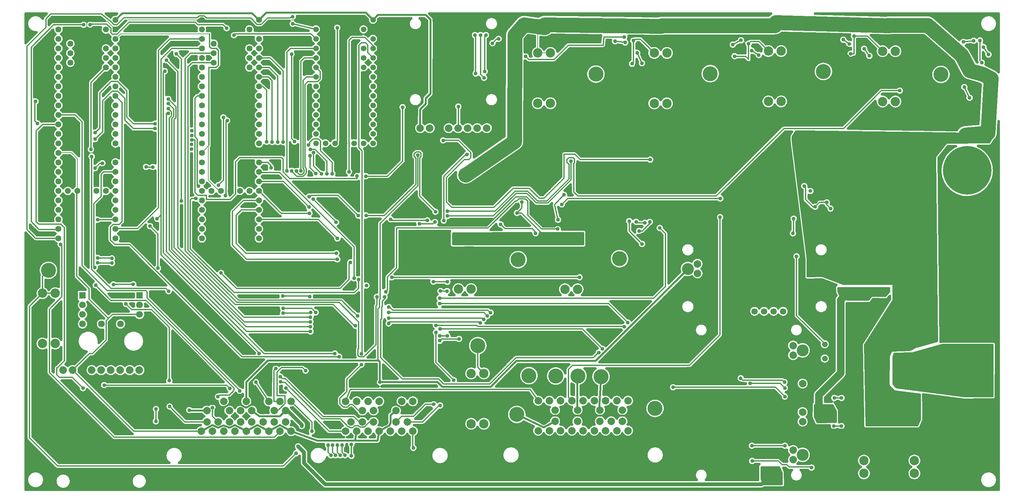
<source format=gbr>
%TF.GenerationSoftware,Novarm,DipTrace,3.3.1.1*%
%TF.CreationDate,2019-12-29T15:56:01+07:00*%
%FSLAX35Y35*%
%MOMM*%
%TF.FileFunction,Copper,L2,Bot*%
%TF.Part,Single*%
%TA.AperFunction,Conductor*%
%ADD15C,0.33*%
%ADD16C,0.5*%
%ADD17C,0.2*%
%ADD18C,1.016*%
%ADD19C,4.0*%
%ADD21C,1.0*%
%ADD22C,2.0*%
%ADD23C,3.0*%
%TA.AperFunction,CopperBalancing*%
%ADD26C,0.635*%
%TA.AperFunction,ComponentPad*%
%ADD28C,13.0*%
%ADD32C,1.6*%
%ADD33C,2.5*%
%ADD38O,6.0X9.0*%
%ADD39C,0.6*%
%ADD40C,1.5*%
%ADD42C,3.2*%
%ADD43C,3.2*%
%ADD44C,2.0*%
%ADD45C,1.7*%
%ADD46C,2.04*%
%ADD48R,1.8X1.8*%
%ADD49C,1.8*%
%ADD52C,1.5*%
%TA.AperFunction,ViaPad*%
%ADD172C,1.016*%
%TA.AperFunction,ComponentPad*%
%ADD173C,2.0*%
%ADD174C,4.0*%
G75*
G01*
%LPD*%
X22255483Y12265937D2*
D15*
Y11793443D1*
X22251653Y11797273D1*
X22166450D1*
X16365077Y12145380D2*
Y11564403D1*
X16328210Y11527537D1*
X19441507Y12063637D2*
Y11645693D1*
X19358763Y11728437D1*
X19064473D1*
X25622180Y12149383D2*
Y11603817D1*
X25667143Y11558853D1*
X21050170Y8380117D2*
X21211917Y8218370D1*
Y7851777D1*
X21229603Y7834090D1*
X21378570Y6040260D2*
X21670577Y6332267D1*
X22098750D1*
X22099743Y6333260D1*
X22579810D1*
X23085187D1*
X23086180Y6334253D1*
X23566247D1*
X23573027Y6327473D1*
Y5853193D1*
X23578077Y5848143D1*
Y5341237D1*
X23078407Y5840907D1*
Y5850213D1*
X23076420Y5852200D1*
X22586590D1*
X22583610Y5849220D1*
X22091970D1*
X23578077Y5341237D2*
X23615007Y5304307D1*
Y4333410D1*
X7225017Y2499237D2*
X7778683Y1945570D1*
Y1699210D1*
X7358773Y1109703D2*
X7016907Y767837D1*
X986247D1*
X233623Y1520460D1*
Y5041103D1*
X583770Y5391250D1*
X923770D2*
X583770D1*
X743837Y6002403D2*
X583770Y5842337D1*
Y5391250D1*
X14149810Y11816587D2*
D17*
X13809810D1*
X13998227Y12498893D2*
X13809810Y12310477D1*
Y11816587D1*
X19441507Y12063637D2*
D15*
X19497720Y12119850D1*
X19716777D1*
X19970133Y11866493D1*
X16365077Y12145380D2*
X16405930Y12186233D1*
X16549450D1*
X16920627Y11815057D1*
X22255483Y12265937D2*
X22260773Y12271227D1*
X22612523D1*
X23020837Y11862913D1*
X24984323Y9605660D2*
D18*
X25234187Y9627320D1*
D19*
X25834103Y9679327D1*
X25911853Y11133260D1*
X25686377Y11249887D1*
X25352050Y11343187D1*
X25128860Y11759057D1*
X24226067Y12558677D1*
X23176507D1*
X23194930Y12549463D1*
X20163823Y12628383D1*
X20145400Y12547670D1*
X17108213D1*
Y12530597D1*
X13994133Y12574643D1*
X13998227Y12498893D1*
X11883523Y8554863D2*
X13187770Y9447627D1*
X13198120Y12293490D1*
X13446487Y12572900D1*
X13998227Y12498893D1*
X12208810Y3989607D2*
D15*
Y3409220D1*
X12372760Y3245270D1*
X6175017Y2249237D2*
D16*
X6371133Y2096483D1*
X6922263D1*
X7075017Y2249237D1*
X7509997Y1838603D2*
D21*
Y1868633D1*
X7129393Y2249237D1*
X7075017D1*
X7410183Y1294110D2*
X7569637Y1134657D1*
Y842253D1*
X8131393Y280497D1*
X19786737D1*
X19956240Y450000D1*
X4825017Y1699237D2*
D16*
X5120063Y1861133D1*
X5276137Y1791767D1*
X5419823Y1856177D1*
X5575900Y1791767D1*
X5724540Y1858657D1*
X6025017Y1699237D1*
X6321587Y1863610D1*
X6625017Y1699237D1*
X6921110Y1863610D1*
X7225017Y1699237D1*
X7925347Y1444980D1*
X8929547D1*
X8930293Y1449153D1*
X8975017Y1699237D1*
X8930293Y1449153D2*
X9532067D1*
X9575017Y1699237D1*
X9849837Y1851753D1*
X9875893Y1920620D1*
Y2127223D1*
X10025017Y2249237D1*
X1390133Y3332133D2*
D15*
X1836660Y3778660D1*
X1919267D1*
X2281347Y4140740D1*
Y4652473D1*
X2345110Y4716237D1*
X2450380Y4821507D1*
X3175470D1*
X1390133Y3332133D2*
X3023030Y1699237D1*
X4825017D1*
X1008737Y9141420D2*
D17*
X1018350Y9151033D1*
X1351963D1*
X1516737Y8986260D1*
Y8125420D1*
D15*
X1494270Y8102953D1*
Y5846710D1*
X1828403Y5512577D1*
Y5232943D1*
X2345110Y4716237D1*
X11706920Y4167580D2*
X11242130D1*
X11194467Y4119917D1*
X8454167Y12491027D2*
Y9460003D1*
X8394417Y9400253D1*
X2532737Y12189420D2*
D17*
X2671017Y12327700D1*
X5041483D1*
D15*
Y11980067D1*
X5063157Y11958393D1*
X5079653D1*
X5099603Y11938443D1*
X5243233D1*
Y11918497D1*
X5279140Y11882590D1*
Y11488827D1*
X5220710Y11430397D1*
X5024713D1*
Y9343987D1*
D17*
X5009883Y9327813D1*
X4839567Y9142070D1*
X5009883Y9327813D2*
Y8415873D1*
X5299687Y8126070D1*
X5347567D1*
X21475007Y4024410D2*
D15*
Y4040650D1*
X20721103Y4794553D1*
Y6376040D1*
X4502947Y2264100D2*
D16*
X4517810Y2249237D1*
X4975017D1*
X2532737Y12697420D2*
X2715650Y12880333D1*
X6181303D1*
X6363567Y12698070D1*
X6558680Y12893183D1*
X9219487D1*
X9410417Y12702253D1*
X9543360Y12835197D1*
X10818770D1*
X10943170Y12710797D1*
Y10728163D1*
X10818767Y10603760D1*
Y10456033D1*
X10670260Y10307527D1*
Y9805740D1*
X9595603Y3010503D2*
X11135503D1*
X11257830Y2888177D1*
X12553533D1*
X13243873Y3578517D1*
X15360827D1*
X16427327Y4645017D1*
X17822570Y6040260D1*
X9595603Y3010503D2*
Y3551600D1*
X9561240Y3585963D1*
X6598873D1*
X6025017Y3012107D1*
Y2499237D1*
X9561240Y3585963D2*
X9538180Y3609023D1*
D15*
Y4966353D1*
X9581680Y5009853D1*
Y5213897D1*
X9599350Y5231567D1*
Y7257363D1*
X10606347Y8264360D1*
Y9081770D1*
X14741723Y7134233D2*
X15146400D1*
X15395203Y6885430D1*
Y6852457D1*
X20932500Y11977917D2*
X21706940D1*
X22358563Y11326293D1*
X14706117Y11808020D2*
X15791350D1*
X16234220Y11365150D1*
X16397803D1*
X17754100Y11816880D2*
X18680360D1*
X19276113Y11221127D1*
X19291633Y11205607D1*
X19328217D1*
X20645710D1*
X20932500Y11492397D1*
Y11977917D1*
X23913537Y11846623D2*
X24411143D1*
X25289443Y10968323D1*
X25574217D1*
X4825017Y2499237D2*
D16*
X5125017D1*
X5145287Y2510497D1*
X5295287Y2260497D1*
X5275017Y2249237D1*
X5725017Y2499237D1*
X6021827Y2331833D1*
X6325017Y2499237D1*
X6475017Y2249237D1*
X8825017D2*
X9027197Y2095343D1*
X9725017D1*
Y2249237D1*
Y1949237D2*
Y2095343D1*
X9875017Y2499237D2*
X9725017Y2249237D1*
X9875017Y2499237D2*
X10325017Y2249237D1*
X13971270Y2263323D2*
Y2113897D1*
Y1963323D1*
X14571270Y2263323D2*
Y2113897D1*
Y1963323D1*
X15171270Y2263323D2*
Y2118647D1*
Y1963323D1*
Y2263323D2*
X15408290Y2114810D1*
X15676313D1*
X15771270Y2263323D1*
X13971270Y2113897D2*
X14571270D1*
X15171270Y2118647D1*
X1644133Y3332133D2*
D15*
X2413470Y4101470D1*
Y4567507D1*
X2583060Y4737097D1*
X3005880D1*
X3175470Y4567507D1*
X1644133Y3332133D2*
X2477030Y2499237D1*
X4825017D1*
X1326237Y11300420D2*
D17*
Y11046420D1*
X1008737Y12697420D2*
X1045137Y12661020D1*
X1770737D1*
X2315137D1*
X2532737Y12443420D1*
X2787387Y12698070D1*
X4839567D1*
X4840147Y12698650D1*
X5601567D1*
X6108987D1*
X6363567Y12444070D1*
X6621750Y12702253D1*
X7886417D1*
X7892220Y12708057D1*
X8664907D1*
X9150613D1*
X9410417Y12448253D1*
X5157067Y11301070D2*
Y11047070D1*
X1770737Y8125420D2*
Y9141420D1*
Y11046420D1*
Y12661020D1*
X1326237Y11046420D2*
X1770737D1*
X2532737Y9141420D2*
X1770737D1*
X5601567Y8126070D2*
Y9142070D1*
Y11047070D1*
Y12698650D1*
X5157067Y11047070D2*
X5601567D1*
X6363567Y9142070D2*
X5601567D1*
X8648417Y9400253D2*
X8664907Y9416743D1*
Y12304367D1*
Y12708057D1*
X16397803Y11365150D2*
D15*
X16403130Y11359823D1*
X17426457D1*
X17754100Y11687467D1*
Y11816880D1*
X22358563Y11326293D2*
X22376650Y11308207D1*
X23700913D1*
X23913537Y11520830D1*
Y11846623D1*
X8664907Y12304367D2*
X9588243Y12330023D1*
X10263893Y12193183D1*
X10332313Y9661627D1*
X10529023Y9601760D1*
X11084937D1*
X11178260Y9805740D1*
X13959547Y11138873D2*
D18*
X14072667Y11238593D1*
D22*
X14762123Y11846387D1*
X15762240Y11851837D1*
X16195853Y11357920D1*
X16312290Y11310850D1*
X17515867Y11325737D1*
X17800457Y11860110D1*
X18676583Y11853900D1*
X19157193Y11393107D1*
X19328217Y11205607D1*
X19362013Y11168553D1*
X20644670Y11166647D1*
X20938023Y11497920D1*
D15*
X20932500Y11492397D1*
X20949243Y11509140D1*
D22*
Y12043967D1*
X21699887D1*
X22418450Y11274003D1*
X23227743Y11300647D1*
D18*
X23378463Y11305610D1*
X14471067Y6297870D2*
X14671867D1*
D23*
X15243190D1*
X15815073Y6747687D1*
Y7583023D1*
X16372863Y7685473D1*
X18922753D1*
Y3382533D1*
X20883603Y3362167D1*
X6325017Y2499237D2*
D16*
Y2559747D1*
X6146513Y2738250D1*
Y3013910D1*
X6602307Y3469703D1*
X7598583D1*
X8130547Y2937740D1*
Y2469843D1*
X8351153Y2249237D1*
X8825017D1*
X10325017D2*
X10451160D1*
X10725150Y2523227D1*
X13288657D1*
X13697987Y2113897D1*
X13971270D1*
X15771270Y2263323D2*
X15915583Y2119010D1*
X16611627D1*
X16733930Y1996707D1*
X20336063D1*
X20629603Y1703167D1*
X13477430Y10847357D2*
D15*
Y8836777D1*
X14115730Y8198477D1*
X11178260Y9805740D2*
Y7189810D1*
X12451467D1*
X13226563Y7964907D1*
X13511590D1*
X13601877Y7874620D1*
Y7503950D1*
X13942960Y7162867D1*
X14269057D1*
X14301360Y7195170D1*
X14392113D1*
Y7190553D1*
X14448433Y7134233D1*
X14741723D1*
X19338103Y11221033D2*
X19276113Y11221127D1*
X1988883Y9684463D2*
X2112563Y9808143D1*
Y10745720D1*
X2419770Y11052927D1*
X2591323D1*
X2838687Y10805563D1*
Y10099390D1*
X3014233Y9923843D1*
X3584757D1*
X1988883Y9512907D2*
X2188367Y9712390D1*
Y10538257D1*
X2447697Y10797587D1*
X2587333D1*
X2782830Y10602090D1*
Y10019600D1*
X3010243Y9792187D1*
X3584757D1*
X4566927Y9492580D2*
X4657813D1*
Y8081470D1*
X4732407Y8006877D1*
X4964377D1*
Y7897587D1*
X5593447D1*
X5736530Y8040670D1*
Y8909623D1*
X5847563Y9020657D1*
X6967543D1*
X7009320Y8978880D1*
Y8638723D1*
X7190570Y8457473D1*
X8980133D1*
Y8527710D1*
X8984610Y8523233D1*
X9221683Y8520507D2*
X9795670D1*
X10200843Y8925680D1*
Y10365157D1*
X11688597Y10382713D2*
Y9808077D1*
X11686260Y9805740D1*
X21319707Y2228613D2*
D18*
Y2379413D1*
D22*
Y2671053D1*
X21899137Y3250483D1*
Y5209340D1*
X21952793Y5262997D1*
D18*
X22059427Y5369630D1*
X6625017Y2499237D2*
D15*
X6283850Y3011097D1*
X396690Y10520340D2*
X381920Y10505570D1*
Y9997653D1*
X450617Y9928957D1*
X6810727Y3374307D2*
X6767217Y3330797D1*
Y2499237D1*
X6925017D1*
X6369197Y3778753D2*
Y3795123D1*
X3748673Y6415647D1*
Y7484157D1*
Y11651300D1*
X4033443Y11936070D1*
X4839567D1*
X3643717Y7381343D2*
X3645860D1*
X3748673Y7484157D1*
X8675017Y2499237D2*
X8801513Y2815510D1*
X13607907D1*
X13821270Y2513323D1*
X3954057Y10463307D2*
X3941947D1*
X7741013Y4622650D2*
X5976753D1*
X4034823Y6564580D1*
Y10063357D1*
X4088493Y10117027D1*
Y10318430D1*
X3943617Y10463307D1*
X3941947D1*
X7741013Y4749523D2*
X5963527D1*
X4101010Y6612040D1*
Y10030770D1*
X4149643Y10079403D1*
Y10380113D1*
X4148027D1*
X3941947Y10586193D1*
X5584010Y2848143D2*
X5498870Y2933283D1*
X2231067D1*
X1665607Y2849750D2*
X1377320Y3138037D1*
X1034220D1*
X962403Y3209853D1*
Y3393387D1*
X982353D1*
X1170350Y3581383D1*
Y7144220D1*
X1078023Y7236547D1*
X482277D1*
X417783Y7301040D1*
Y9732307D1*
X588897Y9903420D1*
X1008737D1*
X5851070Y2780013D2*
X5865000D1*
X3377197Y5267817D1*
Y5427790D1*
X3345277Y5459710D1*
X2311913D1*
X1641143Y6130480D1*
Y9974550D1*
X1458273Y10157420D1*
X1008737D1*
X6775017Y2249237D2*
X6867403D1*
X7059267Y2441100D1*
Y2651720D1*
X6852267D1*
Y3285840D1*
X6966490Y3400063D1*
X7526687D1*
X7610073Y3316677D1*
X8768440Y8638557D2*
Y12147583D1*
X8850663Y12229807D1*
X9190533D1*
X9410417Y12009923D1*
Y11940253D1*
X9125017Y2249237D2*
X9025650D1*
X8864493Y2410393D1*
X8792650D1*
X8725760Y2343503D1*
X8614277D1*
X8527570Y2430210D1*
Y2578850D1*
X8710897Y2762177D1*
Y3092463D1*
X9098577Y3480143D1*
X9097337Y3771277D2*
X9114897D1*
Y9202573D1*
X9034720Y9282750D1*
Y12021940D1*
X9102307Y12089527D1*
X9217677D1*
Y12084910D1*
X9273053Y12029533D1*
Y11823617D1*
X9410417Y11686253D1*
X7741013Y4495567D2*
X6019740D1*
X3972897Y6542410D1*
Y10077693D1*
X4032250Y10137047D1*
Y10235970D1*
X3941947Y10326273D1*
Y10331643D1*
X7741013Y4365220D2*
X6033463D1*
X3895147Y6503537D1*
Y10199980D1*
X3941947D1*
X4975017Y1949237D2*
X4388633D1*
X3977103Y2360767D1*
X3970033Y3053453D2*
Y4480163D1*
X3497440Y4952757D1*
X2961133D1*
X2809960Y5103930D1*
X5275017Y1949237D2*
X5121747Y2102507D1*
Y2330853D1*
X5268613Y2622750D2*
X5316473Y2670610D1*
X5577970D1*
X5699587Y2792227D1*
Y2855290D1*
X3353773Y5201103D1*
X2406043D1*
X2004130Y5603017D1*
X1982530Y6080063D2*
X1952983D1*
Y7788000D1*
X2151920Y7986937D1*
Y8565243D1*
X2220097Y8633420D1*
X2532737D1*
X3614457Y2291997D2*
Y1965897D1*
X3611490D1*
X8832910Y1347157D2*
Y1038990D1*
X8833797D1*
X3949497Y5444617D2*
X3876267Y5517847D1*
X2408393D1*
X1894460Y6031780D1*
Y8901463D1*
X1897783Y8904787D1*
Y9044950D1*
X2278737Y11427420D2*
X1876217Y11024900D1*
Y9237453D1*
X9125017Y1949237D2*
X9041020D1*
X8899067Y2091190D1*
X8080300D1*
X7065597Y3105893D1*
X6988343D1*
X6937163Y3157073D1*
X3007207Y5629093D2*
X2483520D1*
X2476627Y5622200D1*
X9425017Y1949237D2*
X9314497D1*
X9175563Y1810303D1*
X9061457D1*
X9026343Y1845417D1*
X8916623D1*
X8863957Y1792750D1*
X8802513D1*
X8771793Y1823470D1*
X8745463D1*
X8539187Y2029747D1*
X8038153D1*
X7062133Y3005767D1*
X6957070D1*
X6939917Y3022920D1*
X10025017Y1949237D2*
X10177400Y2101620D1*
X10494050D1*
X10811107Y2418677D1*
X11033290D1*
X10325017Y1949237D2*
X10327610Y1946643D1*
X10737547D1*
X11179080Y2388177D1*
X11203473D1*
X8584273Y1325410D2*
Y1133437D1*
X8659343Y1058367D1*
X7486993Y8658907D2*
Y11595090D1*
X7578157Y11686253D1*
X7886417D1*
X8334000Y1325410D2*
Y1133437D1*
X8409070Y1058367D1*
X7240897Y8661117D2*
Y8654693D1*
X7376453Y8519137D1*
X7544590D1*
X7623527Y8598073D1*
Y8731477D1*
X7593157Y8761847D1*
Y10973390D1*
X7666643Y11046877D1*
X7926183D1*
X7997657Y11118350D1*
Y11321013D1*
X7886417Y11432253D1*
X8460950Y1325410D2*
Y1133437D1*
X8536020Y1058367D1*
X7363800Y8657393D2*
Y8647827D1*
X7440393Y8571233D1*
X7525643D1*
X7571427Y8617017D1*
Y8703850D1*
X7540107Y8735170D1*
Y11085293D1*
X7633067Y11178253D1*
X7886417D1*
X8210680Y1325410D2*
Y1133437D1*
X8285750Y1058367D1*
X7112760Y8662220D2*
Y11842180D1*
X7210833Y11940253D1*
X7886417D1*
X21922957Y2587527D2*
X21731443D1*
X21729180Y2589790D1*
X5157067Y11555070D2*
X4583773D1*
X4472630Y11443927D1*
Y6548403D1*
X5818387Y5202647D1*
X8566160D1*
X8882550Y4886257D1*
X8900497D1*
X9000520Y4786233D1*
X11197947Y4432347D2*
X15005860D1*
X15534603Y3903603D1*
X17424463Y2875083D2*
X20158577D1*
X20408097Y2625563D1*
X13751793Y6994330D2*
Y7026850D1*
X13662207Y7116437D1*
X12933260D1*
X12817890Y7231807D1*
X6925017Y1699237D2*
Y1686227D1*
X6778247Y1539457D1*
X2497693D1*
X766657Y3270493D1*
Y4963897D1*
X1098607Y5295847D1*
Y6664550D1*
X1067327Y6695830D1*
X2056540Y7357760D2*
X2527077D1*
X2532737Y7363420D1*
X5516443Y10008573D2*
X5483787D1*
Y8019530D1*
X5467037Y8002780D1*
X7000280Y5315607D2*
X7712917D1*
X7724600Y5303923D1*
X11092320Y4525253D2*
X12184950D1*
X12204997Y4505207D1*
X16109133D1*
X16122720Y4491620D1*
X20408097Y2854817D2*
X20287197Y2975717D1*
X19481203D1*
X8675017Y1699237D2*
X8234823D1*
X7081540Y2852520D1*
X3455370Y7184990D2*
X3667903Y6972457D1*
Y6060693D1*
X12393043Y11323483D2*
Y12261433D1*
X12425950Y12294340D1*
X8504363Y3694933D2*
X5908053D1*
X2908197Y6694790D1*
X2513363D1*
X2396533Y6811620D1*
Y7156270D1*
X2472473Y7232210D1*
X2633267D1*
X2710317Y7309260D1*
Y10487840D1*
X2532737Y10665420D1*
X8392690Y3778867D2*
X6502567D1*
X3808523Y6472910D1*
Y11289983D1*
X3848420Y11329880D1*
X20643373Y7384227D2*
Y7011170D1*
X20625147Y6992943D1*
X10475017Y1699237D2*
Y1267253D1*
X10487407Y1254863D1*
X14721270Y2513323D2*
X14630453Y2604140D1*
Y3353180D1*
X14742890Y3465617D1*
X17866543D1*
X18678910Y4277983D1*
Y7426290D1*
X18685740Y7923430D2*
X14609650D1*
X14453697Y7767477D1*
X13384637Y7831907D2*
Y7668070D1*
X13254657Y7538090D1*
X13379337D1*
X14074060Y6843367D1*
X14535340D1*
X14875340D2*
X14535340D1*
X16252770Y7318577D2*
Y7052917D1*
X16596690Y6708997D1*
X9827307Y4581420D2*
Y4623707D1*
X12249023D1*
X12272653Y4600077D1*
X7730577Y9065850D2*
Y8746320D1*
X7885343Y8591553D1*
X6571247Y9438640D2*
Y10816180D1*
X6467357Y10920070D1*
X6363567D1*
X9832137Y4726247D2*
X12331130D1*
X12364977Y4692400D1*
X7822350Y9149770D2*
Y8794543D1*
X8030170Y8586723D1*
X6716073Y9433810D2*
Y11076020D1*
X6618023Y11174070D1*
X6363567D1*
X9832137Y4875900D2*
X12366123D1*
X12460597Y4781427D1*
X7737930Y9239350D2*
X7867560D1*
X8179823Y8927087D1*
Y8586723D1*
X6865727Y9433810D2*
Y11202137D1*
X6639793Y11428070D1*
X6363567D1*
X7687680Y9351720D2*
X7724273Y9388313D1*
Y9429167D1*
X7813613Y9518507D1*
X7947620D1*
X8009040Y9457087D1*
Y9203773D1*
X8324647Y8888167D1*
Y8586723D1*
X7010550Y9433810D2*
Y11336080D1*
X6664560Y11682070D1*
X6363567D1*
X9832137Y5020723D2*
X9855487D1*
X9936637Y4939573D1*
X12480503D1*
X12549623Y4870453D1*
X16143547Y12095023D2*
X15874517Y12130170D1*
X6363567Y7364070D2*
X7950070D1*
X8459257Y6854883D1*
X10650950Y7245910D2*
X11017837D1*
X11066113Y7294187D1*
X11922483Y9102307D2*
X11883483D1*
X11297837Y8516660D1*
Y7332807D1*
X12600863Y12076840D2*
X12719010Y12194987D1*
X12764370D1*
X16121540Y12245843D2*
X15574940D1*
X15557487Y12025387D1*
X14628690D1*
X14245837Y11642533D1*
X13568173D1*
X13488693Y11722013D1*
X14697147Y8927367D2*
Y8423733D1*
X14078617Y7805203D1*
X13774873D1*
X13520333Y8059743D1*
X13230683D1*
X12626783Y7455843D1*
X11397770D1*
X10861013Y7340753D2*
X9907410D1*
X9880753Y7367410D1*
X8422843Y7285343D2*
Y7299827D1*
X7814577Y7908093D1*
X7713200Y7530467D2*
X6959170D1*
X6363567Y8126070D1*
X14883503Y3178827D2*
D16*
X14866927D1*
Y2263323D1*
X14871270D1*
X16517477Y7056573D2*
D15*
X16598290D1*
X16837527Y7295810D1*
X16802110D1*
X15499047Y3160237D2*
D16*
X15461343Y2419840D1*
X15471270Y2263323D1*
X19237393Y12154737D2*
D15*
X19018517Y12039917D1*
X12152380Y11266533D2*
Y12273380D1*
X12132643Y12293117D1*
X13250523Y2146567D2*
D16*
X13972670Y1802750D1*
X14271270Y1963323D1*
X25177480Y12112807D2*
D15*
X25453177Y12143197D1*
X6363567Y8380070D2*
X7017210D1*
X7705040Y7692240D1*
X7707763Y7978367D2*
X7739277D1*
X7769507Y8008597D1*
X8475683D1*
X9018280Y7466000D1*
X9223943Y7467800D2*
X9713703D1*
X10554600Y8308697D1*
Y9004400D1*
X10509990Y9049010D1*
Y9115150D1*
X10562290Y9167450D1*
X10657657D1*
X10691497Y9133610D1*
Y9057560D1*
X10687567Y9053630D1*
Y9038450D1*
X10658363Y9009247D1*
Y7990033D1*
X11079010Y7569387D1*
X11395360Y7585330D2*
X12673180D1*
X13210037Y8122187D1*
X13541180D1*
X13804497Y7858870D1*
X14051857D1*
X14642330Y8449343D1*
Y8840333D1*
X14590467Y8892197D1*
Y8964013D1*
X14646320Y9019867D1*
X14749823D1*
X14787617Y8982073D1*
Y8880373D1*
X14773227Y8865983D1*
Y8095577D1*
X14879247Y7989557D1*
X18575200D1*
X20382673Y9797030D1*
X21977343D1*
X22987890Y10807577D1*
X23478560D1*
X20409997Y1310363D2*
X19529890D1*
X19527847Y1312407D1*
X11389197Y5447553D2*
X11212070Y5448003D1*
X6363567Y8888070D2*
X6599467D1*
X6689240Y8798297D1*
Y8746523D1*
X21528830Y7818947D2*
X21336863D1*
X21220250Y7702333D1*
X21153710D1*
X20959650Y7896393D1*
Y8224867D1*
X20927287Y8257230D1*
X21528830Y7818947D2*
Y7753717D1*
X21627263Y7655283D1*
X9512757Y5291627D2*
Y5078403D1*
X9487683Y5053330D1*
Y4012873D1*
X9162793Y3687983D1*
X9047090D1*
X9010053Y3725020D1*
Y3898860D1*
X9026907D1*
Y4624763D1*
X8508373Y5143297D1*
X5776107D1*
X4393430Y6525973D1*
Y11667727D1*
X4534773Y11809070D1*
X5157067D1*
X15441733Y3803597D2*
X15430383D1*
X15292313Y3665527D1*
X13229753D1*
X12529293Y2965067D1*
X11295197D1*
X11164833Y3095430D1*
X10192887D1*
X9621253Y3667063D1*
Y4690027D1*
X9639680Y4708453D1*
Y5017603D1*
X9662200Y5040123D1*
Y5179340D1*
X9717847Y5234987D1*
Y5294717D1*
X21718997Y1837973D2*
X21920343D1*
X21922037Y1836280D1*
X19536317Y903440D2*
X20234467D1*
X20336697Y801210D1*
X20467077D1*
X20524597Y743690D1*
X21102827D1*
X21121023Y725493D1*
X6363567Y8634070D2*
X6377807Y8619830D1*
X6914667D1*
X8903043Y6631453D1*
Y5791597D1*
X11188507Y5113463D2*
X15703703D1*
X16209747Y4607420D1*
X19230743Y3116147D2*
X19279010Y3067880D1*
X20344770D1*
X20399560Y3013090D1*
X2532737Y7109420D2*
X2540057Y7116740D1*
X3121213D1*
X3684727Y7680253D1*
Y11888107D1*
X3986690Y12190070D1*
X4839567D1*
X4294930Y7853943D2*
Y11655247D1*
X4158833Y11791343D1*
X1008737Y7109420D2*
X996987Y7097670D1*
X489637D1*
X282663Y7304643D1*
Y11975177D1*
X876340Y12568853D1*
X1680247D1*
X1854277Y12574997D2*
X1868400Y12589120D1*
X2295463D1*
X2407903Y12476680D1*
Y12353357D1*
X2411530D1*
X2444173Y12320713D1*
X2574753D1*
X2891447Y12637407D1*
X4665770D1*
X4731170Y12572007D1*
X5406110D1*
X5500270Y12477847D1*
X5695980Y12289567D2*
X5731507Y12325093D1*
X7755577D1*
X7886417Y12194253D1*
X7266237Y12594610D2*
X7886417Y12448253D1*
X1008737Y6855420D2*
X1004550Y6859607D1*
X401087D1*
X166927Y7093767D1*
Y11997300D1*
X672303Y12502677D1*
Y12728150D1*
X804480Y12860327D1*
X2157337D1*
X2425923Y12642133D1*
X2485380Y12572767D1*
X2573213D1*
X2760313Y12759867D1*
X4711123D1*
X4773103Y12813647D1*
X4894680Y12813053D1*
X4971187Y12749003D1*
X6152950Y12750283D1*
X6305157Y12583910D1*
X6428980D1*
X6597877Y12752807D1*
X7175060D1*
X7266237Y12788060D1*
X2438167Y6322483D2*
X2424407Y6336243D1*
X2060607D1*
X7010900Y4982567D2*
X7775377D1*
X7879810Y4878133D1*
X2060607Y6207350D2*
X2071370Y6196587D1*
X2438167D1*
X7007517Y4859670D2*
X7726847D1*
X7745673Y4878497D1*
X11192793Y4251453D2*
X11396477D1*
X11396590Y4251340D1*
X3895940Y11621837D2*
X4200500Y11317277D1*
Y6615500D1*
X5730277Y5085723D1*
X8349403D1*
X8915830Y4519297D1*
X8940393D1*
X11092027Y4340143D2*
Y3538337D1*
X11566840Y3063523D1*
X1986440Y8736090D2*
X2117850Y8867500D1*
X2182057D1*
X3348087Y8768583D2*
X3351087Y8765583D1*
X3530937D1*
X5414937Y10091007D2*
Y8415423D1*
X5283537Y8284023D1*
X5353820Y5931330D2*
Y5925167D1*
X5762543Y5516443D1*
X8531317D1*
X8770810Y5755937D1*
Y6180100D1*
X8807300Y6216590D1*
X11188790Y5260013D2*
X16909197D1*
X17222687Y5573503D1*
Y6980723D1*
X17068690Y7134720D1*
X14343953Y7112373D2*
X13907493D1*
X13542000Y7477867D1*
Y7852973D1*
X13485770Y7909203D1*
X13459507D1*
X13452150Y7916560D1*
X13311370D1*
X13250433Y7855623D1*
X13221017D1*
X13214713Y7849320D1*
X13194750D1*
X12480780Y7135350D1*
X10039850D1*
Y6070453D1*
X9796393Y5826997D1*
Y5476520D1*
X9748600Y5428727D1*
X4839567Y10666070D2*
X4713430D1*
X4657183Y10609823D1*
Y9572503D1*
X4717027Y9512660D1*
Y8251480D1*
X4751413D1*
X4681647Y7922517D2*
X4574300D1*
X4531940Y7880157D1*
Y6581113D1*
X5702697Y5410357D1*
X8911473D1*
X9021703Y5520587D1*
Y5757763D1*
X16814430Y8963730D2*
X14938460D1*
X14794860Y9107330D1*
X14514970D1*
Y8469800D1*
X13978510Y7933340D1*
X13846340D1*
X13581997Y8197683D1*
X13154387D1*
X12641250Y7684547D1*
X11513913D1*
X11366190Y7832270D1*
Y8485347D1*
X11848227Y8967383D1*
X11972620D1*
X12019270Y9014033D1*
Y9150230D1*
X11689543Y9479957D1*
X11284010D1*
X11281603Y9477550D1*
X7312190Y9444547D2*
X7234457Y9522280D1*
Y11783450D1*
X14511273Y8022383D2*
X14260900Y7752030D1*
X14350770Y7353350D1*
X12282320Y12294340D2*
Y11245287D1*
X12375093Y11152513D1*
X14927557Y5815227D2*
X9915023D1*
X9910880Y5819370D1*
X8433377Y6459663D2*
X6016363D1*
X5756507Y6719520D1*
Y7478887D1*
X5895690Y7618070D1*
X6363567D1*
X11394390Y5694053D2*
X11028873D1*
X11023903Y5699023D1*
X8458323Y6295930D2*
X6038727D1*
X5657740Y6676917D1*
Y7574593D1*
X5955217Y7872070D1*
X6363567D1*
X16673743Y7273463D2*
X16464357D1*
X16437587Y7300233D1*
X21971790Y12171347D2*
X22130520Y12059737D1*
X16464673Y11818973D2*
X16591360Y11543077D1*
X19525710Y11875483D2*
X19713230Y11761063D1*
X25202283Y10903203D2*
X25341930Y10618920D1*
X25713830Y11974197D2*
X25848963Y11774310D1*
X22526813Y11929617D2*
X22666413Y11739253D1*
D172*
X24153703Y8879893D3*
X24157403Y9013430D3*
Y9138030D3*
X11397770Y7455843D3*
X10861013Y7340753D3*
X13384637Y7831907D3*
X13254657Y7538090D3*
X14350770Y7353350D3*
X14453697Y7767477D3*
X22255483Y12265937D3*
X22166450Y11797273D3*
X16328210Y11527537D3*
X16365077Y12145380D3*
X19441507Y12063637D3*
X19064473Y11728437D3*
X14741723Y7134233D3*
X15395203Y6852457D3*
X16252770Y7318577D3*
X16596690Y6708997D3*
X20932500Y11977917D3*
X22358563Y11326293D3*
X14706117Y11808020D3*
X16397803Y11365150D3*
X17754100Y11816880D3*
X19338103Y11221033D3*
X23913537Y11846623D3*
X25574217Y10968323D3*
X25667143Y11558853D3*
X25622180Y12149383D3*
X21875970Y5490407D3*
X22004050Y5487680D3*
X22132130D3*
X22255633Y5489533D3*
X22383713Y5486810D3*
X22511793D3*
X22640743Y5485940D3*
X22768823Y5483217D3*
X22896903D3*
X21931347Y5372353D3*
X22059427Y5369630D3*
X22187507D3*
X22311007Y5371483D3*
X22439087Y5368760D3*
X22567167D3*
X22696117Y5367887D3*
X22824197Y5365163D3*
X22952277D3*
X23032177Y5484197D3*
X23082100Y5363420D3*
X23159273Y5474280D3*
X25790237Y2260463D3*
X22117523Y5254307D3*
X22245603D3*
X22369103Y5256160D3*
X22497183Y5253437D3*
X22625263D3*
X25637537Y2264453D3*
X25481933Y2264093D3*
X22663110Y1927073D3*
X22793687D3*
X22931517Y1923447D3*
X23062093D3*
X23192670Y1919820D3*
X23334127D3*
X23475583Y1916193D3*
X23605800Y1920180D3*
X23736377Y1916553D3*
X23877833D3*
X25321977Y2264453D3*
X25169277Y2268443D3*
X25013673Y2268083D3*
X22731663Y2054383D3*
X22862240D3*
X23000070Y2050757D3*
X23130647D3*
X23261223Y2047130D3*
X23402680D3*
X23544137Y2043503D3*
X23674353Y2047490D3*
X23804930Y2043863D3*
X23946387D3*
X24853357Y2265180D3*
X24697753Y2264820D3*
X25873300Y2362387D3*
X22647877Y2185320D3*
X22778453D3*
X22916283Y2181693D3*
X23046860D3*
X23177437Y2178067D3*
X23318893D3*
X23460350Y2174440D3*
X23590567Y2178427D3*
X23721143Y2174800D3*
X23862600D3*
X25720600Y2366377D3*
X25564997Y2366017D3*
X25405040Y2366377D3*
X22701923Y2298123D3*
X22832500D3*
X22970330Y2294497D3*
X23100907D3*
X23231483Y2290870D3*
X23372940D3*
X23514397Y2287243D3*
X23644613Y2291230D3*
X23775190Y2287603D3*
X23916647D3*
X25252340Y2370367D3*
X25096737Y2370007D3*
X24936420Y2367100D3*
X24780817Y2366740D3*
X25793143Y2464307D3*
X25640443Y2468297D3*
X25484840Y2467937D3*
X25324883Y2468297D3*
X25172183Y2472287D3*
X25016580Y2471927D3*
X24856263Y2469020D3*
X24700660Y2468660D3*
X24773923Y2156003D3*
X24853360Y2033043D3*
X24602727Y2377980D3*
X24629560Y2148027D3*
Y2010197D3*
X24629200Y1874467D3*
X24850093Y1898480D3*
X24856207Y1732773D3*
X24719753Y1752230D3*
X24763650Y1644223D3*
X24619763Y1611250D3*
X24592787Y1740147D3*
X24158940Y9266953D3*
X20927287Y8257230D3*
X24274647Y9010163D3*
X24276810Y9136923D3*
X24278350Y9263060D3*
X24606987Y9379417D3*
X24401120Y9146780D3*
X24410350Y9267677D3*
X24471333Y9379417D3*
X24535863Y9267963D3*
X24347650Y9379417D3*
X24219973Y9383407D3*
X24096290D3*
X23964627D3*
X21091433Y8123430D3*
X21050170Y8380117D3*
X25890013Y9593690D3*
X25758350Y9597680D3*
X23823557Y9378670D3*
X23699873D3*
X23576187D3*
X23452503D3*
X23324827Y9382660D3*
X23201143D3*
X23077460D3*
X22957763Y9378670D3*
X22830090D3*
X22710393D3*
X22578730Y9382660D3*
X22451057D3*
X22319390Y9386650D3*
X22187727D3*
X22060053Y9390640D3*
X21936367D3*
X21804703D3*
X21677030D3*
X21549353D3*
X21413700D3*
X21290017D3*
X21162340Y9394630D3*
X21038657D3*
X20906993D3*
X20775327Y9398620D3*
X23757907Y9496187D3*
X23634223D3*
X23510537D3*
X23386853D3*
X23259177Y9500177D3*
X23135493D3*
X23011810D3*
X22892113Y9496187D3*
X22764440D3*
X22644743D3*
X22513080Y9500177D3*
X22385407D3*
X22253740Y9504167D3*
X22122077D3*
X21994403Y9508157D3*
X21870717D3*
X21739053D3*
X21611380D3*
X21483703D3*
X21348050D3*
X21224367D3*
X21096690Y9512147D3*
X20973007D3*
X20841343D3*
X20709677Y9516137D3*
X23815943Y9617693D3*
X23692260D3*
X23568573D3*
X23444890D3*
X23317213Y9621683D3*
X23193530D3*
X23069847D3*
X22950150Y9617693D3*
X22822477D3*
X22702780D3*
X22571117Y9621683D3*
X22443443D3*
X22311777Y9625673D3*
X22180113D3*
X22052440Y9629663D3*
X21928753D3*
X21797090D3*
X21669417D3*
X21541740D3*
X21406087D3*
X21282403D3*
X21154727Y9633653D3*
X21031043D3*
X20899380D3*
X20767713Y9637643D3*
X21229603Y7834090D3*
X20721103Y6376040D3*
X11033290Y2418677D3*
X11203473Y2388177D3*
X7778683Y1699210D3*
X7358773Y1109703D3*
X9595603Y3010503D3*
X4502947Y2264100D3*
X7410183Y1294110D3*
X25834640Y9474657D3*
X25702977Y9478647D3*
X25575303D3*
X25443637Y9482637D3*
X25311973D3*
X25184300Y9486627D3*
X25060613D3*
X24928950D3*
X24801277D3*
X24673600D3*
X24537947D3*
X24414263D3*
X24286587Y9490617D3*
X24162903D3*
X24031240D3*
X23899573Y9494607D3*
X25630677Y9597680D3*
X25499010Y9601670D3*
X25367347D3*
X25239673Y9605660D3*
X25115987D3*
X24984323D3*
X24856650D3*
X24728973D3*
X24593320D3*
X24469637D3*
X24341960Y9609650D3*
X24218277D3*
X24086613D3*
X23954947Y9613640D3*
X7509997Y1838603D3*
X10606347Y9081770D3*
X7266237Y12788060D3*
Y12594610D3*
X5500270Y12477847D3*
X5695980Y12289567D3*
X1680247Y12568853D3*
X1854277Y12574997D3*
X3614457Y2291997D3*
X3611490Y1965897D3*
X8832910Y1347157D3*
X8833797Y1038990D3*
X1876217Y9237453D3*
X1897783Y9044950D3*
X3949497Y5444617D3*
X13739920Y11484847D3*
X13876173D3*
X14006363Y11488437D3*
X14142617D3*
X13813130Y11372000D3*
X13949383D3*
X14079573Y11375590D3*
X14215827D3*
X13757517Y11251720D3*
X13893770D3*
X14023960Y11255310D3*
X14160213D3*
X13823293Y11138873D3*
X13959547D3*
X14089737Y11142463D3*
X14225990D3*
X13745383Y11026027D3*
X13881637D3*
X14011827Y11029617D3*
X14148080D3*
X16864050Y11489607D3*
X17000303D3*
X17130493Y11493197D3*
X17266747D3*
X16937260Y11376760D3*
X17073513D3*
X17203703Y11380350D3*
X17339957D3*
X16881647Y11256480D3*
X17017900D3*
X17148090Y11260070D3*
X17284343D3*
X16947423Y11143633D3*
X17083677D3*
X17213867Y11147223D3*
X17350120D3*
X16869513Y11030787D3*
X17005767D3*
X17135957Y11034377D3*
X17272210D3*
X19910357Y11560897D3*
X20046610D3*
X20176800Y11564487D3*
X20313053D3*
X19983567Y11448050D3*
X20119820D3*
X20250010Y11451640D3*
X20386263D3*
X19927953Y11327770D3*
X20064207D3*
X20194397Y11331360D3*
X20330650D3*
X19993730Y11214923D3*
X20129983D3*
X20260173Y11218513D3*
X20396427D3*
X19915820Y11102077D3*
X20052073D3*
X20182263Y11105667D3*
X20318517D3*
X22958170Y11535147D3*
X23094423D3*
X23224613Y11538737D3*
X23360867D3*
X23031380Y11422300D3*
X23167633D3*
X23297823Y11425890D3*
X23434077D3*
X22975767Y11302020D3*
X23112020D3*
X23242210Y11305610D3*
X23378463D3*
X23041543Y11189173D3*
X23177797D3*
X23307987Y11192763D3*
X23444240D3*
X22963633Y11076327D3*
X23099887D3*
X23230077Y11079917D3*
X23366330D3*
X11649277Y6583160D3*
X11785530D3*
X11915720Y6586750D3*
X12051973D3*
X11722487Y6470313D3*
X11858740D3*
X11988930Y6473903D3*
X12125183D3*
X11666873Y6350033D3*
X11803127D3*
X11933317Y6353623D3*
X12069570D3*
X11732650Y6237187D3*
X11868903D3*
X11999093Y6240777D3*
X12135347D3*
X11654740Y6124340D3*
X11790993D3*
X11921183Y6127930D3*
X12057437D3*
X14453470Y6530997D3*
X14589723D3*
X14719913Y6534587D3*
X14856167D3*
X14526680Y6418150D3*
X14662933D3*
X14793123Y6421740D3*
X14929377D3*
X14471067Y6297870D3*
X14607320D3*
X14737510Y6301460D3*
X14873763D3*
X14536843Y6185023D3*
X14673097D3*
X14803287Y6188613D3*
X14939540D3*
X14458933Y6072177D3*
X14595187D3*
X14725377Y6075767D3*
X14861630D3*
X6283850Y3011097D3*
X6810727Y3374307D3*
X450617Y9928957D3*
X396690Y10520340D3*
X6369197Y3778753D3*
X5584010Y2848143D3*
X5851070Y2780013D3*
X2231067Y2933283D3*
X1665607Y2849750D3*
X5121747Y2330853D3*
X5268613Y2622750D3*
X2004130Y5603017D3*
X1982530Y6080063D3*
X3977103Y2360767D3*
X3970033Y3053453D3*
X2809960Y5103930D3*
X8285750Y1058367D3*
X8409070D3*
X8536020D3*
X8659343D3*
X8210680Y1325410D3*
X8334000D3*
X8460950D3*
X8584273D3*
X7112760Y8662220D3*
X7240897Y8661117D3*
X7363800Y8657393D3*
X7486993Y8658907D3*
X1067327Y6695830D3*
X2056540Y7357760D3*
X7610073Y3316677D3*
X8768440Y8638557D3*
X7081540Y2852520D3*
X3667903Y6060693D3*
X3455370Y7184990D3*
X8504363Y3694933D3*
X8392690Y3778867D3*
X3848420Y11329880D3*
X6939917Y3022920D3*
X6937163Y3157073D3*
X3007207Y5629093D3*
X2476627Y5622200D3*
X9098577Y3480143D3*
X9097337Y3771277D3*
X7741013Y4365220D3*
Y4495567D3*
Y4622650D3*
Y4749523D3*
X11194467Y4119917D3*
X11706920Y4167580D3*
X2060607Y6336243D3*
Y6207350D3*
X3941947Y10586193D3*
Y10463307D3*
Y10331643D3*
Y10199980D3*
X2438167Y6322483D3*
Y6196587D3*
X7007517Y4859670D3*
X7010900Y4982567D3*
X7745673Y4878497D3*
X7879810Y4878133D3*
X11192793Y4251453D3*
X11396590Y4251340D3*
X3895940Y11621837D3*
X8940393Y4519297D3*
X11092027Y4340143D3*
X11566840Y3063523D3*
X4566927Y9736687D3*
Y9611280D3*
Y9492580D3*
X4566563Y9368563D3*
Y9247020D3*
X1988883Y9684463D3*
Y9512907D3*
X3584757Y9923843D3*
Y9792187D3*
X1986440Y8736090D3*
X2182057Y8867500D3*
X3348087Y8768583D3*
X3530937Y8765583D3*
X4294930Y7853943D3*
X3643717Y7381343D3*
X4158833Y11791343D3*
X8454167Y12491027D3*
X8984610Y8523233D3*
X9221683Y8520507D3*
X10200843Y10365157D3*
X11688597Y10382713D3*
X21214447Y7399907D3*
X20643373Y7384227D3*
X20625147Y6992943D3*
X10487407Y1254863D3*
X12272653Y4600077D3*
X12364977Y4692400D3*
X12460597Y4781427D3*
X12549623Y4870453D3*
X18678910Y7426290D3*
X18685740Y7923430D3*
X20409997Y1310363D3*
X19527847Y1312407D3*
X7885343Y8591553D3*
X8030170Y8586723D3*
X8179823D3*
X8324647D3*
X7730577Y9065850D3*
X7737930Y9239350D3*
X7687680Y9351720D3*
X7822350Y9149770D3*
X6571247Y9438640D3*
X6716073Y9433810D3*
X6865727D3*
X7010550D3*
X9827307Y4581420D3*
X9832137Y4726247D3*
Y4875900D3*
Y5020723D3*
X11389197Y5447553D3*
X11212070Y5448003D3*
X6689240Y8746523D3*
X9512757Y5291627D3*
X9717847Y5294717D3*
X15441733Y3803597D3*
X19536317Y903440D3*
X21121023Y725493D3*
X21718997Y1837973D3*
X21922037Y1836280D3*
X21922957Y2587527D3*
X21729180Y2589790D3*
X9000520Y4786233D3*
X11197947Y4432347D3*
X15534603Y3903603D3*
X20408097Y2625563D3*
X17424463Y2875083D3*
X20399560Y3013090D3*
X20408097Y2854817D3*
X5516443Y10008573D3*
X5467037Y8002780D3*
X7000280Y5315607D3*
X7724600Y5303923D3*
X11092320Y4525253D3*
X16122720Y4491620D3*
X19481203Y2975717D3*
X8903043Y5791597D3*
X11188507Y5113463D3*
X16209747Y4607420D3*
X19230743Y3116147D3*
X11922483Y9102307D3*
X8459257Y6854883D3*
X10650950Y7245910D3*
X11066113Y7294187D3*
X11297837Y7332807D3*
X13477430Y10847357D3*
X14115730Y8198477D3*
X11394390Y5694053D3*
X11023903Y5699023D3*
X8458323Y6295930D3*
X14927557Y5815227D3*
X9910880Y5819370D3*
X8433377Y6459663D3*
X14343953Y7112373D3*
X9748600Y5428727D3*
X9234013Y5596417D3*
X9021703Y5757763D3*
X4751413Y8251480D3*
X4681647Y7922517D3*
X14697147Y8927367D3*
X9880753Y7367410D3*
X8422843Y7285343D3*
X7814577Y7908093D3*
X7713200Y7530467D3*
X7705040Y7692240D3*
X7707763Y7978367D3*
X9018280Y7466000D3*
X9223943Y7467800D3*
X11079010Y7569387D3*
X11395360Y7585330D3*
X23478560Y10807577D3*
X5414937Y10091007D3*
X5283537Y8284023D3*
X5353820Y5931330D3*
X8807300Y6216590D3*
X11188790Y5260013D3*
X17068690Y7134720D3*
X16814430Y8963730D3*
X11281603Y9477550D3*
X7312190Y9444547D3*
X7234457Y11783450D3*
X12600863Y12076840D3*
X12764370Y12194987D3*
X13488693Y11722013D3*
X16121540Y12245843D3*
X12132643Y12293117D3*
X12282320Y12294340D3*
X12425950D3*
X12375093Y11152513D3*
X12152380Y11266533D3*
X12393043Y11323483D3*
X19956240Y450000D3*
X20087197D3*
X20215770D3*
X19825283D3*
X20015753Y571443D3*
X20146710D3*
X20275283D3*
X19884797D3*
X20020503Y328590D3*
X20151460D3*
X20280033D3*
X19889547D3*
X19955030Y689333D3*
X20085987D3*
X20214560D3*
X19824073D3*
X21391150Y2107170D3*
X21522107D3*
X21650680D3*
X21260193D3*
X21450663Y2228613D3*
X21581620D3*
X21710193D3*
X21319707D3*
X21389940Y2346503D3*
X21520897D3*
X21649470D3*
X21258983D3*
X21452927Y1992263D3*
X21583883D3*
X21712457D3*
X21321970D3*
X21528830Y7818947D3*
X21220250Y7702333D3*
X21627263Y7655283D3*
X16437587Y7300233D3*
X16673743Y7273463D3*
X16802110Y7295810D3*
X16517477Y7056573D3*
X13765363Y6740357D3*
X13751793Y6994330D3*
X12817890Y7231807D3*
X14011390Y6466410D3*
X14511273Y8022383D3*
X15874517Y12130170D3*
X16143547Y12095023D3*
X16464673Y11818973D3*
X16591360Y11543077D3*
X19525710Y11875483D3*
X19713230Y11761063D3*
X19018517Y12039917D3*
X19237393Y12154737D3*
X22526813Y11929617D3*
X22666413Y11739253D3*
X21971790Y12171347D3*
X22130520Y12059737D3*
X25202283Y10903203D3*
X25341930Y10618920D3*
X25713830Y11974197D3*
X25848963Y11774310D3*
X25177480Y12112807D3*
X25453177Y12143197D3*
X11563760Y6931670D2*
D26*
X13645317D1*
X13858263D2*
X15009407D1*
X11563760Y6868503D2*
X15009407D1*
X11563760Y6805337D2*
X15009407D1*
X11563760Y6742170D2*
X15009407D1*
X13869807Y6992410D2*
X13868430Y6975857D1*
X13864103Y6957837D1*
X13857013Y6940717D1*
X13847330Y6924917D1*
X13835297Y6910827D1*
X13821207Y6898793D1*
X13805407Y6889110D1*
X13788287Y6882020D1*
X13770267Y6877693D1*
X13751793Y6876240D1*
X13733320Y6877693D1*
X13715303Y6882020D1*
X13698183Y6889110D1*
X13682383Y6898793D1*
X13668290Y6910827D1*
X13656257Y6924917D1*
X13646573Y6940717D1*
X13639483Y6957837D1*
X13635157Y6975857D1*
X13633800Y6991903D1*
X11557370Y6987650D1*
X11557363Y6706430D1*
X15015860Y6706507D1*
X15015793Y6994770D1*
X13869917Y6992410D1*
X24400410Y3937970D2*
X25945573D1*
X24172543Y3874803D2*
X25945300D1*
X23944590Y3811637D2*
X25945117D1*
X23342297Y3748470D2*
X23464673D1*
X23508730D2*
X23718700D1*
X23762753D2*
X25944937D1*
X23323247Y3685303D2*
X23388750D1*
X23584653D2*
X23642773D1*
X23838587D2*
X25944663D1*
X23322883Y3622137D2*
X23387930D1*
X23585473D2*
X23641863D1*
X23839497D2*
X25944480D1*
X23520850Y3558970D2*
X23706483D1*
X23901840D2*
X25944207D1*
X23522220Y3495803D2*
X23705210D1*
X23903207D2*
X25944023D1*
X23520670Y3432637D2*
X23706757D1*
X23901660D2*
X25943840D1*
X23522400Y3369470D2*
X23704937D1*
X23903390D2*
X25943567D1*
X23520397Y3306303D2*
X23707033D1*
X23901387D2*
X25943387D1*
X23522583Y3243137D2*
X23704753D1*
X23903663D2*
X25943203D1*
X23520123Y3179970D2*
X23707307D1*
X23901113D2*
X25942930D1*
X23522857Y3116803D2*
X23704570D1*
X23903847D2*
X25942747D1*
X23319237Y3053637D2*
X23381913D1*
X23583377D2*
X23644050D1*
X23845423D2*
X25942567D1*
X23318873Y2990470D2*
X23386837D1*
X23586477D2*
X23640860D1*
X23840500D2*
X25942293D1*
X23349040Y2927303D2*
X23443710D1*
X23529600D2*
X23697733D1*
X23783623D2*
X25942110D1*
X23484850Y2864137D2*
X25941927D1*
X23972113Y2800970D2*
X25941653D1*
X24459380Y2737803D2*
X25941473D1*
X24946647Y2674637D2*
X25941200D1*
X23837687Y3009817D2*
X23835300Y2994737D1*
X23830580Y2980220D1*
X23823650Y2966617D1*
X23814677Y2954267D1*
X23803880Y2943470D1*
X23791530Y2934497D1*
X23777927Y2927567D1*
X23763410Y2922847D1*
X23748330Y2920460D1*
X23733063D1*
X23717983Y2922847D1*
X23703467Y2927567D1*
X23689863Y2934497D1*
X23677513Y2943470D1*
X23666717Y2954267D1*
X23657743Y2966617D1*
X23650813Y2980220D1*
X23646093Y2994737D1*
X23643707Y3009817D1*
Y3025083D1*
X23646093Y3040163D1*
X23650813Y3054680D1*
X23657743Y3068283D1*
X23666717Y3080633D1*
X23677513Y3091430D1*
X23689863Y3100403D1*
X23703467Y3107333D1*
X23712960Y3110633D1*
X23709593Y3121737D1*
X23707207Y3136817D1*
Y3152083D1*
X23709593Y3167163D1*
X23714313Y3181680D1*
X23721243Y3195283D1*
X23730480Y3207920D1*
X23721243Y3220617D1*
X23714313Y3234220D1*
X23709593Y3248737D1*
X23707207Y3263817D1*
Y3279083D1*
X23709593Y3294163D1*
X23714313Y3308680D1*
X23721243Y3322283D1*
X23730480Y3334920D1*
X23721243Y3347617D1*
X23714313Y3361220D1*
X23709593Y3375737D1*
X23707207Y3390817D1*
Y3406083D1*
X23709593Y3421163D1*
X23714313Y3435680D1*
X23721243Y3449283D1*
X23730480Y3461920D1*
X23721243Y3474617D1*
X23714313Y3488220D1*
X23709593Y3502737D1*
X23707207Y3517817D1*
Y3533083D1*
X23709593Y3548163D1*
X23713020Y3559183D1*
X23696527Y3565763D1*
X23683510Y3573740D1*
X23671903Y3583657D1*
X23661987Y3595263D1*
X23654010Y3608280D1*
X23648170Y3622387D1*
X23644603Y3637230D1*
X23643407Y3652450D1*
X23644603Y3667670D1*
X23648170Y3682513D1*
X23654010Y3696620D1*
X23661987Y3709637D1*
X23671903Y3721243D1*
X23683510Y3731160D1*
X23696527Y3739137D1*
X23710633Y3744977D1*
X23725477Y3748543D1*
X23740697Y3749740D1*
X23755917Y3748543D1*
X23770760Y3744977D1*
X23784867Y3739137D1*
X23797883Y3731160D1*
X23809490Y3721243D1*
X23819407Y3709637D1*
X23827383Y3696620D1*
X23833223Y3682513D1*
X23836790Y3667670D1*
X23837987Y3652450D1*
X23836790Y3637230D1*
X23833223Y3622387D1*
X23831873Y3618717D1*
X23848367Y3612137D1*
X23861383Y3604160D1*
X23872990Y3594243D1*
X23882907Y3582637D1*
X23890883Y3569620D1*
X23896723Y3555513D1*
X23900290Y3540670D1*
X23901487Y3525450D1*
X23900290Y3510230D1*
X23896723Y3495387D1*
X23890883Y3481280D1*
X23882907Y3468263D1*
X23878177Y3461633D1*
X23887150Y3449283D1*
X23894080Y3435680D1*
X23898800Y3421163D1*
X23901187Y3406083D1*
Y3390817D1*
X23898800Y3375737D1*
X23894080Y3361220D1*
X23887150Y3347617D1*
X23877913Y3334980D1*
X23887150Y3322283D1*
X23894080Y3308680D1*
X23898800Y3294163D1*
X23901187Y3279083D1*
Y3263817D1*
X23898800Y3248737D1*
X23894080Y3234220D1*
X23887150Y3220617D1*
X23877913Y3207980D1*
X23887150Y3195283D1*
X23894080Y3181680D1*
X23898800Y3167163D1*
X23901187Y3152083D1*
Y3136817D1*
X23898800Y3121737D1*
X23894080Y3107220D1*
X23887150Y3093617D1*
X23878177Y3081267D1*
X23867380Y3070470D1*
X23855030Y3061497D1*
X23841427Y3054567D1*
X23831933Y3051267D1*
X23835300Y3040163D1*
X23837687Y3025083D1*
Y3009817D1*
X23583687D2*
X23581300Y2994737D1*
X23576580Y2980220D1*
X23569650Y2966617D1*
X23560677Y2954267D1*
X23549880Y2943470D1*
X23537530Y2934497D1*
X23523927Y2927567D1*
X23509410Y2922847D1*
X23494330Y2920460D1*
X23479063D1*
X23463983Y2922847D1*
X23449467Y2927567D1*
X23435863Y2934497D1*
X23423513Y2943470D1*
X23412717Y2954267D1*
X23403743Y2966617D1*
X23396813Y2980220D1*
X23392093Y2994737D1*
X23389707Y3009817D1*
Y3025083D1*
X23392093Y3040163D1*
X23395520Y3051183D1*
X23379027Y3057763D1*
X23366010Y3065740D1*
X23354403Y3075657D1*
X23344487Y3087263D1*
X23336510Y3100280D1*
X23330670Y3114387D1*
X23327103Y3129230D1*
X23325907Y3144450D1*
X23327103Y3159670D1*
X23330670Y3174513D1*
X23336510Y3188620D1*
X23344487Y3201637D1*
X23349217Y3208267D1*
X23340243Y3220617D1*
X23333313Y3234220D1*
X23328593Y3248737D1*
X23326207Y3263817D1*
Y3279083D1*
X23328593Y3294163D1*
X23333313Y3308680D1*
X23340243Y3322283D1*
X23349480Y3334920D1*
X23340243Y3347617D1*
X23333313Y3361220D1*
X23328593Y3375737D1*
X23326207Y3390817D1*
Y3406083D1*
X23328593Y3421163D1*
X23333313Y3435680D1*
X23340243Y3449283D1*
X23349480Y3461920D1*
X23340243Y3474617D1*
X23333313Y3488220D1*
X23328593Y3502737D1*
X23326207Y3517817D1*
Y3533083D1*
X23328593Y3548163D1*
X23333313Y3562680D1*
X23340243Y3576283D1*
X23349217Y3588633D1*
X23360013Y3599430D1*
X23372363Y3608403D1*
X23385967Y3615333D1*
X23395460Y3618633D1*
X23392093Y3629737D1*
X23389707Y3644817D1*
Y3660083D1*
X23392093Y3675163D1*
X23396813Y3689680D1*
X23403743Y3703283D1*
X23412717Y3715633D1*
X23423513Y3726430D1*
X23435863Y3735403D1*
X23449467Y3742333D1*
X23463983Y3747053D1*
X23479063Y3749440D1*
X23494330D1*
X23509410Y3747053D1*
X23523927Y3742333D1*
X23537530Y3735403D1*
X23549880Y3726430D1*
X23560677Y3715633D1*
X23569650Y3703283D1*
X23576580Y3689680D1*
X23581300Y3675163D1*
X23583687Y3660083D1*
Y3644817D1*
X23581300Y3629737D1*
X23576580Y3615220D1*
X23569650Y3601617D1*
X23560677Y3589267D1*
X23549880Y3578470D1*
X23537530Y3569497D1*
X23523927Y3562567D1*
X23514433Y3559267D1*
X23517800Y3548163D1*
X23520187Y3533083D1*
Y3517817D1*
X23517800Y3502737D1*
X23513080Y3488220D1*
X23506150Y3474617D1*
X23496913Y3461980D1*
X23506150Y3449283D1*
X23513080Y3435680D1*
X23517800Y3421163D1*
X23520187Y3406083D1*
Y3390817D1*
X23517800Y3375737D1*
X23513080Y3361220D1*
X23506150Y3347617D1*
X23496913Y3334980D1*
X23506150Y3322283D1*
X23513080Y3308680D1*
X23517800Y3294163D1*
X23520187Y3279083D1*
Y3263817D1*
X23517800Y3248737D1*
X23513080Y3234220D1*
X23506150Y3220617D1*
X23496913Y3207980D1*
X23506150Y3195283D1*
X23513080Y3181680D1*
X23517800Y3167163D1*
X23520187Y3152083D1*
Y3136817D1*
X23517800Y3121737D1*
X23514373Y3110717D1*
X23530867Y3104137D1*
X23543883Y3096160D1*
X23555490Y3086243D1*
X23565407Y3074637D1*
X23573383Y3061620D1*
X23579223Y3047513D1*
X23582790Y3032670D1*
X23583987Y3017450D1*
X23583687Y3009817D1*
X25952150Y4001137D2*
X24622007D1*
X23819737Y3779243D1*
X23341763Y3765227D1*
X23316997Y3694277D1*
X23312283Y2959207D1*
X23392267Y2875290D1*
X25203853Y2640477D1*
X25947510Y2645097D1*
X25952103Y4001157D1*
X24780100Y7485037D2*
X25939900D1*
X24746377Y7421870D2*
X25940083D1*
X24712743Y7358703D2*
X25940267D1*
X24679020Y7295537D2*
X25940450D1*
X24645387Y7232370D2*
X25940630D1*
X24611663Y7169203D2*
X25940813D1*
X24580857Y7106037D2*
X25940903D1*
X24581313Y7042870D2*
X25941087D1*
X24581860Y6979703D2*
X25941270D1*
X24582317Y6916537D2*
X25941450D1*
X24582863Y6853370D2*
X25941633D1*
X24583317Y6790203D2*
X25941817D1*
X24583863Y6727037D2*
X25941997D1*
X24584320Y6663870D2*
X25942180D1*
X24584867Y6600703D2*
X25942270D1*
X24585323Y6537537D2*
X25942453D1*
X24585870Y6474370D2*
X25942637D1*
X24586327Y6411203D2*
X25942817D1*
X24586873Y6348037D2*
X25943000D1*
X24587327Y6284870D2*
X25943183D1*
X24587873Y6221703D2*
X25943367D1*
X24588330Y6158537D2*
X25943547D1*
X24588877Y6095370D2*
X25943730D1*
X24589333Y6032203D2*
X25943820D1*
X24589880Y5969037D2*
X25944003D1*
X24590337Y5905870D2*
X25944187D1*
X24590883Y5842703D2*
X25944367D1*
X24591340Y5779537D2*
X25944550D1*
X24591887Y5716370D2*
X25944733D1*
X24592340Y5653203D2*
X25944913D1*
X24592887Y5590037D2*
X25945097D1*
X24593343Y5526870D2*
X25945280D1*
X24593890Y5463703D2*
X25945370D1*
X24594347Y5400537D2*
X25945553D1*
X24594893Y5337370D2*
X25945733D1*
X24595350Y5274203D2*
X25945917D1*
X24595897Y5211037D2*
X25946100D1*
X24596350Y5147870D2*
X25946283D1*
X24596900Y5084703D2*
X25946463D1*
X24597353Y5021537D2*
X25946647D1*
X24597900Y4958370D2*
X25946830D1*
X24598357Y4895203D2*
X25946920D1*
X24598903Y4832037D2*
X25947103D1*
X24599360Y4768870D2*
X25947283D1*
X24599907Y4705703D2*
X25947467D1*
X24600363Y4642537D2*
X25947650D1*
X24600910Y4579370D2*
X25947830D1*
X24601457Y4516203D2*
X25948013D1*
X24601910Y4453037D2*
X25948197D1*
X24715753Y4389870D2*
X25948377D1*
X24596107Y4390220D2*
X25954720Y4386030D1*
X25946097Y7543913D1*
X24807347Y7548133D1*
X24574427Y7111300D1*
X24596063Y4390290D1*
X21724397Y6499180D2*
X23829103D1*
X21525333Y6436013D2*
X23828377D1*
X21282247Y6372847D2*
X21340003D1*
X21417143D2*
X23827557D1*
X21061127Y6309680D2*
X23826827D1*
X21032327Y6246513D2*
X23826007D1*
X21032327Y6183347D2*
X23825187D1*
X21032327Y6120180D2*
X23824457D1*
X21032327Y6057013D2*
X23823637D1*
X21032327Y5993847D2*
X23822907D1*
X21032327Y5930680D2*
X23822087D1*
X21032327Y5867513D2*
X23821267D1*
X21562247Y5804347D2*
X23820537D1*
X21731870Y5741180D2*
X23819717D1*
X21901583Y5678013D2*
X23818987D1*
X23322090Y5614847D2*
X23818167D1*
X23322183Y5551680D2*
X23817437D1*
X23322183Y5488513D2*
X23816617D1*
X23322183Y5425347D2*
X23815797D1*
X23322183Y5362180D2*
X23815067D1*
X23322183Y5299013D2*
X23814247D1*
X23322183Y5235847D2*
X23813520D1*
X23304500Y5172680D2*
X23812700D1*
X23264487Y5109513D2*
X23822270D1*
X23224473Y5046347D2*
X23834390D1*
X23184370Y4983180D2*
X23846513D1*
X23144357Y4920013D2*
X23858637D1*
X23104253Y4856847D2*
X23870760D1*
X23064240Y4793680D2*
X23882880D1*
X23024137Y4730513D2*
X23425147D1*
X23552507D2*
X23679170D1*
X23806530D2*
X23895003D1*
X22984123Y4667347D2*
X23386410D1*
X23591243D2*
X23640433D1*
X23845267D2*
X23907127D1*
X22944017Y4604180D2*
X23362620D1*
X23579943D2*
X23651733D1*
X23869057D2*
X23919247D1*
X22904007Y4541013D2*
X23323063D1*
X23527627D2*
X23704053D1*
X22863900Y4477847D2*
X23333817D1*
X23516870D2*
X23714807D1*
X23897860D2*
X23924990D1*
X22823887Y4414680D2*
X23323153D1*
X23527533D2*
X23704143D1*
X22783783Y4351513D2*
X23333453D1*
X23517233D2*
X23714443D1*
X23898223D2*
X23926723D1*
X22743770Y4288347D2*
X23323247D1*
X23527443D2*
X23704327D1*
X23908433D2*
X23927620D1*
X22703667Y4225180D2*
X23333090D1*
X23517600D2*
X23714080D1*
X23898590D2*
X23928453D1*
X22663653Y4162013D2*
X23323427D1*
X23527260D2*
X23704417D1*
X23908250D2*
X23929330D1*
X22623550Y4098847D2*
X23332723D1*
X23547587D2*
X23684093D1*
X23898953D2*
X23921070D1*
X22583537Y4035680D2*
X23387047D1*
X23590697D2*
X23641070D1*
X23844630D2*
X23912593D1*
X22563483Y3972513D2*
X23395890D1*
X23581767D2*
X23649913D1*
X23835790D2*
X23904027D1*
X22564670Y3909347D2*
X23799390D1*
X22565853Y3846180D2*
X23243950D1*
X22567040Y3783013D2*
X23212320D1*
X22568223Y3719847D2*
X23180783D1*
X22569410Y3656680D2*
X23170030D1*
X22570593Y3593513D2*
X23170030D1*
X22571780Y3530347D2*
X23170030D1*
X22572963Y3467180D2*
X23170030D1*
X22574150Y3404013D2*
X23170030D1*
X22575333Y3340847D2*
X23170030D1*
X22576517Y3277680D2*
X23170030D1*
X22577703Y3214513D2*
X23170030D1*
X22578887Y3151347D2*
X23170030D1*
X22580073Y3088180D2*
X23170030D1*
X22581257Y3025013D2*
X23170030D1*
X22582443Y2961847D2*
X23170030D1*
X22583627Y2898680D2*
X23189170D1*
X22584813Y2835513D2*
X23249783D1*
X22585997Y2772347D2*
X23310303D1*
X22587183Y2709180D2*
X23733493D1*
X22588367Y2646013D2*
X24000460D1*
X22589553Y2582847D2*
X24001460D1*
X22590737Y2519680D2*
X24002463D1*
X22591923Y2456513D2*
X24003467D1*
X22593107Y2393347D2*
X24004470D1*
X22594293Y2330180D2*
X24005380D1*
X22595477Y2267013D2*
X24005380D1*
X22596660Y2203847D2*
X24005380D1*
X22597847Y2140680D2*
X24005380D1*
X22599030Y2077513D2*
X24005380D1*
X22600217Y2014347D2*
X24005380D1*
X22601400Y1951180D2*
X23979223D1*
X22602587Y1888013D2*
X23950877D1*
X23839840Y4009260D2*
X23837453Y3994180D1*
X23832733Y3979663D1*
X23825803Y3966060D1*
X23816830Y3953710D1*
X23806033Y3942913D1*
X23793683Y3933940D1*
X23780080Y3927010D1*
X23765563Y3922290D1*
X23750483Y3919903D1*
X23735217D1*
X23720137Y3922290D1*
X23705620Y3927010D1*
X23692017Y3933940D1*
X23679667Y3942913D1*
X23668870Y3953710D1*
X23659897Y3966060D1*
X23652967Y3979663D1*
X23648247Y3994180D1*
X23645860Y4009260D1*
Y4024527D1*
X23648247Y4039607D1*
X23652967Y4054123D1*
X23659897Y4067727D1*
X23668870Y4080077D1*
X23679667Y4090873D1*
X23692017Y4099847D1*
X23705620Y4106777D1*
X23715113Y4110077D1*
X23711747Y4121180D1*
X23709360Y4136260D1*
Y4151527D1*
X23711747Y4166607D1*
X23716467Y4181123D1*
X23723397Y4194727D1*
X23732633Y4207363D1*
X23723397Y4220060D1*
X23716467Y4233663D1*
X23711747Y4248180D1*
X23709360Y4263260D1*
Y4278527D1*
X23711747Y4293607D1*
X23716467Y4308123D1*
X23723397Y4321727D1*
X23732633Y4334363D1*
X23723397Y4347060D1*
X23716467Y4360663D1*
X23711747Y4375180D1*
X23709360Y4390260D1*
Y4405527D1*
X23711747Y4420607D1*
X23716467Y4435123D1*
X23723397Y4448727D1*
X23732633Y4461363D1*
X23723397Y4474060D1*
X23716467Y4487663D1*
X23711747Y4502180D1*
X23709360Y4517260D1*
Y4532527D1*
X23711747Y4547607D1*
X23715173Y4558627D1*
X23698680Y4565207D1*
X23685663Y4573183D1*
X23674057Y4583100D1*
X23664140Y4594707D1*
X23656163Y4607723D1*
X23650323Y4621830D1*
X23646757Y4636673D1*
X23645560Y4651893D1*
X23646757Y4667113D1*
X23650323Y4681957D1*
X23656163Y4696063D1*
X23664140Y4709080D1*
X23674057Y4720687D1*
X23685663Y4730603D1*
X23698680Y4738580D1*
X23712787Y4744420D1*
X23727630Y4747987D1*
X23742850Y4749183D1*
X23758070Y4747987D1*
X23772913Y4744420D1*
X23787020Y4738580D1*
X23800037Y4730603D1*
X23811643Y4720687D1*
X23821560Y4709080D1*
X23829537Y4696063D1*
X23835377Y4681957D1*
X23838943Y4667113D1*
X23840140Y4651893D1*
X23838943Y4636673D1*
X23835377Y4621830D1*
X23834027Y4618160D1*
X23850520Y4611580D1*
X23863537Y4603603D1*
X23875143Y4593687D1*
X23885060Y4582080D1*
X23893037Y4569063D1*
X23898877Y4554957D1*
X23902443Y4540113D1*
X23903640Y4524893D1*
X23902443Y4509673D1*
X23898877Y4494830D1*
X23893037Y4480723D1*
X23885060Y4467707D1*
X23880330Y4461077D1*
X23889303Y4448727D1*
X23896233Y4435123D1*
X23900953Y4420607D1*
X23903340Y4405527D1*
Y4390260D1*
X23900953Y4375180D1*
X23896233Y4360663D1*
X23889303Y4347060D1*
X23880067Y4334423D1*
X23889303Y4321727D1*
X23896233Y4308123D1*
X23900953Y4293607D1*
X23903340Y4278527D1*
Y4263260D1*
X23900953Y4248180D1*
X23896233Y4233663D1*
X23889303Y4220060D1*
X23880067Y4207423D1*
X23889303Y4194727D1*
X23896233Y4181123D1*
X23900953Y4166607D1*
X23903340Y4151527D1*
Y4136260D1*
X23900953Y4121180D1*
X23896233Y4106663D1*
X23889303Y4093060D1*
X23880330Y4080710D1*
X23869533Y4069913D1*
X23857183Y4060940D1*
X23843580Y4054010D1*
X23834087Y4050710D1*
X23837453Y4039607D1*
X23839840Y4024527D1*
Y4009260D1*
X23585840D2*
X23583453Y3994180D1*
X23578733Y3979663D1*
X23571803Y3966060D1*
X23562830Y3953710D1*
X23552033Y3942913D1*
X23539683Y3933940D1*
X23526080Y3927010D1*
X23511563Y3922290D1*
X23496483Y3919903D1*
X23481217D1*
X23466137Y3922290D1*
X23451620Y3927010D1*
X23438017Y3933940D1*
X23425667Y3942913D1*
X23414870Y3953710D1*
X23405897Y3966060D1*
X23398967Y3979663D1*
X23394247Y3994180D1*
X23391860Y4009260D1*
Y4024527D1*
X23394247Y4039607D1*
X23397673Y4050627D1*
X23381180Y4057207D1*
X23368163Y4065183D1*
X23356557Y4075100D1*
X23346640Y4086707D1*
X23338663Y4099723D1*
X23332823Y4113830D1*
X23329257Y4128673D1*
X23328060Y4143893D1*
X23329257Y4159113D1*
X23332823Y4173957D1*
X23338663Y4188063D1*
X23346640Y4201080D1*
X23351370Y4207710D1*
X23342397Y4220060D1*
X23335467Y4233663D1*
X23330747Y4248180D1*
X23328360Y4263260D1*
Y4278527D1*
X23330747Y4293607D1*
X23335467Y4308123D1*
X23342397Y4321727D1*
X23351633Y4334363D1*
X23342397Y4347060D1*
X23335467Y4360663D1*
X23330747Y4375180D1*
X23328360Y4390260D1*
Y4405527D1*
X23330747Y4420607D1*
X23335467Y4435123D1*
X23342397Y4448727D1*
X23351633Y4461363D1*
X23342397Y4474060D1*
X23335467Y4487663D1*
X23330747Y4502180D1*
X23328360Y4517260D1*
Y4532527D1*
X23330747Y4547607D1*
X23335467Y4562123D1*
X23342397Y4575727D1*
X23351370Y4588077D1*
X23362167Y4598873D1*
X23374517Y4607847D1*
X23388120Y4614777D1*
X23397613Y4618077D1*
X23394247Y4629180D1*
X23391860Y4644260D1*
Y4659527D1*
X23394247Y4674607D1*
X23398967Y4689123D1*
X23405897Y4702727D1*
X23414870Y4715077D1*
X23425667Y4725873D1*
X23438017Y4734847D1*
X23451620Y4741777D1*
X23466137Y4746497D1*
X23481217Y4748883D1*
X23496483D1*
X23511563Y4746497D1*
X23526080Y4741777D1*
X23539683Y4734847D1*
X23552033Y4725873D1*
X23562830Y4715077D1*
X23571803Y4702727D1*
X23578733Y4689123D1*
X23583453Y4674607D1*
X23585840Y4659527D1*
Y4644260D1*
X23583453Y4629180D1*
X23578733Y4614663D1*
X23571803Y4601060D1*
X23562830Y4588710D1*
X23552033Y4577913D1*
X23539683Y4568940D1*
X23526080Y4562010D1*
X23516587Y4558710D1*
X23519953Y4547607D1*
X23522340Y4532527D1*
Y4517260D1*
X23519953Y4502180D1*
X23515233Y4487663D1*
X23508303Y4474060D1*
X23499067Y4461423D1*
X23508303Y4448727D1*
X23515233Y4435123D1*
X23519953Y4420607D1*
X23522340Y4405527D1*
Y4390260D1*
X23519953Y4375180D1*
X23515233Y4360663D1*
X23508303Y4347060D1*
X23499067Y4334423D1*
X23508303Y4321727D1*
X23515233Y4308123D1*
X23519953Y4293607D1*
X23522340Y4278527D1*
Y4263260D1*
X23519953Y4248180D1*
X23515233Y4233663D1*
X23508303Y4220060D1*
X23499067Y4207423D1*
X23508303Y4194727D1*
X23515233Y4181123D1*
X23519953Y4166607D1*
X23522340Y4151527D1*
Y4136260D1*
X23519953Y4121180D1*
X23516527Y4110160D1*
X23533020Y4103580D1*
X23546037Y4095603D1*
X23557643Y4085687D1*
X23567560Y4074080D1*
X23575537Y4061063D1*
X23581377Y4046957D1*
X23584943Y4032113D1*
X23586140Y4016893D1*
X23585840Y4009260D1*
X21525250Y6444103D2*
X21507470Y6423360D1*
X21485717Y6404783D1*
X21461327Y6389840D1*
X21434900Y6378893D1*
X21407087Y6372213D1*
X21378570Y6369970D1*
X21350053Y6372213D1*
X21322240Y6378893D1*
X21311277Y6382937D1*
X21025893Y6301430D1*
X21025930Y5849337D1*
X21418597Y5854540D1*
X21425850Y5852773D1*
X21969697Y5650277D1*
X23289017Y5644083D1*
X23296200Y5642057D1*
X23302713Y5638410D1*
X23308193Y5633343D1*
X23312340Y5627137D1*
X23314923Y5620137D1*
X23315800Y5612723D1*
X23315330Y5204213D1*
X23313193Y5197060D1*
X23298367Y5172950D1*
X22556550Y4003163D1*
X22596707Y1865093D1*
X23946863Y1865020D1*
X24011730Y2009537D1*
X24011330Y2358467D1*
X24006300Y2675523D1*
X23334400Y2760570D1*
X23327453Y2763300D1*
X23321337Y2767577D1*
X23182427Y2912810D1*
X23178780Y2919323D1*
X23176753Y2926507D1*
X23176363Y2954807D1*
X23176717Y3695600D1*
X23178690Y3702797D1*
X23251860Y3848777D1*
X23256720Y3854440D1*
X23262770Y3858810D1*
X23269673Y3861647D1*
X23277050Y3862797D1*
X23748987Y3880060D1*
X23909063Y3962693D1*
X23935723Y4160090D1*
X23929957Y4581380D1*
X23818943Y5161907D1*
X23836060Y6545080D1*
X21938893Y6562307D1*
X21525260Y6444107D1*
X24161963Y2465053D2*
X25922507D1*
X24161417Y2401887D2*
X25923690D1*
X24160963Y2338720D2*
X25924877D1*
X24160417Y2275553D2*
X25919133D1*
X24159867Y2212387D2*
X25884680D1*
X24159320Y2149220D2*
X24912063D1*
X24158773Y2086053D2*
X24907050D1*
X24158227Y2022887D2*
X24902037D1*
X24144010Y1959720D2*
X24897023D1*
X24117850Y1896553D2*
X24892013D1*
X24091783Y1833387D2*
X24887000D1*
X20528253Y1770220D2*
X20836660D1*
X24065713D2*
X24881987D1*
X20531260Y1707053D2*
X24876973D1*
X20534360Y1643887D2*
X24858927D1*
X20537460Y1580720D2*
X24824017D1*
X20540467Y1517553D2*
X24789017D1*
X20543567Y1454387D2*
X24754017D1*
X24880527Y1671340D2*
X24919207Y2156247D1*
X24921613Y2163313D1*
X24925600Y2169620D1*
X24930953Y2174823D1*
X24937370Y2178633D1*
X24944500Y2180840D1*
X24972780Y2181947D1*
X25887043Y2205030D1*
X25932170Y2287777D1*
X25928080Y2504547D1*
X24559000Y2528220D1*
X24156257D1*
X24151257Y1995020D1*
X24149240Y1987837D1*
X24055320Y1761423D1*
X24050727Y1755540D1*
X24044890Y1750890D1*
X24038127Y1747733D1*
X24030813Y1746243D1*
X21000910Y1731650D1*
X20993507Y1732597D1*
X20668997Y1813723D1*
X20553437Y1813720D1*
X20521733Y1772580D1*
X20538737Y1423287D1*
X20570797Y1398883D1*
X20687717Y1396670D1*
X20793463Y1404107D1*
X24743220Y1423327D1*
X24880533Y1671390D1*
X24597873Y4307173D2*
X26101930D1*
X24596507Y4244007D2*
X26101930D1*
X24595140Y4180840D2*
X26101930D1*
X24593863Y4117673D2*
X26101930D1*
X26061583Y4054507D2*
X26101930D1*
X26061583Y3991340D2*
X26101930D1*
X26061583Y3928173D2*
X26101930D1*
X26061583Y3865007D2*
X26101930D1*
X26061583Y3801840D2*
X26101930D1*
X26061583Y3738673D2*
X26101930D1*
X26061583Y3675507D2*
X26101930D1*
X26061583Y3612340D2*
X26101930D1*
X26061583Y3549173D2*
X26101930D1*
X26061583Y3486007D2*
X26101930D1*
X26061583Y3422840D2*
X26101930D1*
X26061583Y3359673D2*
X26101930D1*
X26061583Y3296507D2*
X26101930D1*
X26061583Y3233340D2*
X26101930D1*
X26061583Y3170173D2*
X26101930D1*
X26061583Y3107007D2*
X26101930D1*
X26061583Y3043840D2*
X26101930D1*
X26061583Y2980673D2*
X26101930D1*
X26061583Y2917507D2*
X26101930D1*
X26061583Y2854340D2*
X26101930D1*
X26061583Y2791173D2*
X26101930D1*
X26061583Y2728007D2*
X26101930D1*
X26061583Y2664840D2*
X26101930D1*
X26061583Y2601673D2*
X26101930D1*
X26058667Y2538507D2*
X26101930D1*
X25782770Y2475340D2*
X26101930D1*
X25784137Y2412173D2*
X26101930D1*
X25785593Y2349007D2*
X26101930D1*
X25786960Y2285840D2*
X26101930D1*
X25788330Y2222673D2*
X26101930D1*
X24592820Y4370160D2*
X24587323Y4110637D1*
X26028413Y4106897D1*
X26035597Y4104870D1*
X26042110Y4101223D1*
X26047590Y4096157D1*
X26051737Y4089950D1*
X26054320Y4082950D1*
X26055197Y4075537D1*
X26054830Y2546803D1*
X26052837Y2539610D1*
X26049220Y2533083D1*
X26044177Y2527580D1*
X26037990Y2523403D1*
X26031000Y2520787D1*
X26002830Y2518050D1*
X25776027Y2499150D1*
X25782373Y2203040D1*
X26108360Y2209550D1*
X26108323Y4362737D1*
X24592737Y4370187D1*
X20680030Y9653023D2*
X25112513D1*
X20639107Y9589857D2*
X25927540D1*
X20631907Y9526690D2*
X25913683D1*
X20631907Y9463523D2*
X25875767D1*
X20639290Y9400357D2*
X24694243D1*
X20647310Y9337190D2*
X24644387D1*
X20655330Y9274023D2*
X24594440D1*
X20663443Y9210857D2*
X24544583D1*
X20671463Y9147690D2*
X24494727D1*
X20679573Y9084523D2*
X24444870D1*
X20687597Y9021357D2*
X24412970D1*
X20695707Y8958190D2*
X24413607D1*
X20703730Y8895023D2*
X24414153D1*
X20711750Y8831857D2*
X24414790D1*
X20719860Y8768690D2*
X24415430D1*
X20727883Y8705523D2*
X24415977D1*
X20735993Y8642357D2*
X24416613D1*
X20744013Y8579190D2*
X24417160D1*
X20752127Y8516023D2*
X24417800D1*
X20760147Y8452857D2*
X24418437D1*
X20768170Y8389690D2*
X24418983D1*
X20776280Y8326523D2*
X20825287D1*
X21029300D2*
X24419623D1*
X21051540Y8263357D2*
X24420260D1*
X20792413Y8200190D2*
X20817540D1*
X21187530D2*
X24420807D1*
X20800433Y8137023D2*
X20869493D1*
X21215057D2*
X24421447D1*
X20808547Y8073857D2*
X20869493D1*
X21204940D2*
X24421993D1*
X20816567Y8010690D2*
X20869493D1*
X21132933D2*
X24422630D1*
X20824587Y7947523D2*
X20869493D1*
X21049810D2*
X24423267D1*
X20832700Y7884357D2*
X20870403D1*
X21096567D2*
X21278190D1*
X21633507D2*
X24423813D1*
X20840720Y7821190D2*
X20909960D1*
X21159730D2*
X21214297D1*
X21653287D2*
X24424453D1*
X20848833Y7758023D2*
X20973217D1*
X21691840D2*
X24425090D1*
X20856853Y7694857D2*
X21036380D1*
X21344483D2*
X21462850D1*
X21744887D2*
X24425637D1*
X20864967Y7631690D2*
X21102280D1*
X21321240D2*
X21505233D1*
X21749353D2*
X24426277D1*
X20872987Y7568523D2*
X21540780D1*
X21713717D2*
X24426913D1*
X20881007Y7505357D2*
X24427460D1*
X20889120Y7442190D2*
X24428100D1*
X20897140Y7379023D2*
X24428647D1*
X20905253Y7315857D2*
X24429283D1*
X20913273Y7252690D2*
X24429923D1*
X20921383Y7189523D2*
X24430470D1*
X20929407Y7126357D2*
X24431107D1*
X20937427Y7063190D2*
X24431743D1*
X20945540Y7000023D2*
X24432290D1*
X20953560Y6936857D2*
X24432930D1*
X20961670Y6873690D2*
X24433477D1*
X20969693Y6810523D2*
X24434113D1*
X20977803Y6747357D2*
X24434660D1*
X20985823Y6684190D2*
X21246470D1*
X21510733D2*
X24435300D1*
X20993847Y6621023D2*
X21203360D1*
X21553753D2*
X24435937D1*
X21001957Y6557857D2*
X21190053D1*
X21567153D2*
X21880027D1*
X23843063D2*
X24436483D1*
X21009980Y6494690D2*
X21199257D1*
X21557857D2*
X21645417D1*
X23858467D2*
X24437123D1*
X21018090Y6431523D2*
X21235623D1*
X23858103D2*
X24437670D1*
X21026110Y6368357D2*
X21176197D1*
X23857740D2*
X24438307D1*
X23857283Y6305190D2*
X24438947D1*
X23856920Y6242023D2*
X24439493D1*
X23856553Y6178857D2*
X24440130D1*
X23856097Y6115690D2*
X24440677D1*
X23855733Y6052523D2*
X24441313D1*
X23855277Y5989357D2*
X24441863D1*
X23854913Y5926190D2*
X24442500D1*
X23854550Y5863023D2*
X24443137D1*
X23854093Y5799857D2*
X24443683D1*
X23853730Y5736690D2*
X24444323D1*
X23853273Y5673523D2*
X24444870D1*
X23852907Y5610357D2*
X24445507D1*
X23852543Y5547190D2*
X24446147D1*
X23852087Y5484023D2*
X24446693D1*
X23851723Y5420857D2*
X24447330D1*
X23851360Y5357690D2*
X24447877D1*
X23850903Y5294523D2*
X24448517D1*
X23850540Y5231357D2*
X24449063D1*
X23850083Y5168190D2*
X24449700D1*
X23849717Y5105023D2*
X24450340D1*
X23849717Y5041857D2*
X24450887D1*
X23856097Y4978690D2*
X24451523D1*
X23862570Y4915523D2*
X24452070D1*
X23868950Y4852357D2*
X24452707D1*
X23875420Y4789190D2*
X24453257D1*
X23881800Y4726023D2*
X24453893D1*
X23888273Y4662857D2*
X24454530D1*
X23894653Y4599690D2*
X24455077D1*
X23909327Y4536523D2*
X24455717D1*
X23907503Y4473357D2*
X24456263D1*
X23913977Y4410190D2*
X24456900D1*
X23920357Y4347023D2*
X24457540D1*
X23926827Y4283857D2*
X24458087D1*
X23933207Y4220690D2*
X24458723D1*
X23939680Y4157523D2*
X24459270D1*
X23946060Y4094357D2*
X24375233D1*
X23952530Y4031190D2*
X24148553D1*
X23903340Y4517260D2*
X23900953Y4502180D1*
X23898967Y4495143D1*
X23951897Y3974620D1*
X24466017Y4117897D1*
X24419433Y9036700D1*
X24421180Y9043957D1*
X24424573Y9050603D1*
X24710560Y9412710D1*
X24716383Y9417377D1*
X24723133Y9420557D1*
X24730443Y9422073D1*
X25862830Y9431457D1*
X25933863Y9549760D1*
X25933867Y9641320D1*
X20903530Y9713240D1*
X20712693D1*
X20625517Y9578640D1*
X20625510Y9458357D1*
X21025187Y6325977D1*
X21284793Y6395883D1*
X21271423Y6404783D1*
X21249670Y6423360D1*
X21231093Y6445113D1*
X21216150Y6469503D1*
X21205203Y6495930D1*
X21198523Y6523743D1*
X21196280Y6552260D1*
X21198523Y6580777D1*
X21205203Y6608590D1*
X21216150Y6635017D1*
X21231093Y6659407D1*
X21249670Y6681160D1*
X21271423Y6699737D1*
X21295813Y6714680D1*
X21322240Y6725627D1*
X21350053Y6732307D1*
X21378570Y6734550D1*
X21407087Y6732307D1*
X21434900Y6725627D1*
X21461327Y6714680D1*
X21485717Y6699737D1*
X21507470Y6681160D1*
X21526047Y6659407D1*
X21540990Y6635017D1*
X21551937Y6608590D1*
X21558617Y6580777D1*
X21560860Y6552260D1*
X21558617Y6523743D1*
X21551937Y6495930D1*
X21540990Y6469503D1*
X21537903Y6463990D1*
X21972060Y6580697D1*
X22000363Y6580797D1*
X23825803Y6561800D1*
X23832973Y6559730D1*
X23839460Y6556040D1*
X23844910Y6550940D1*
X23849017Y6544707D1*
X23851557Y6537690D1*
X23852387Y6530273D1*
X23842990Y5045577D1*
X23891073Y4572733D1*
X23896233Y4562123D1*
X23900953Y4547607D1*
X23903340Y4532527D1*
Y4517260D1*
X21045013Y8247963D2*
X21042953Y8233890D1*
X21043183Y8231417D1*
X21063867Y8238257D1*
X21082167Y8241157D1*
X21100700D1*
X21119000Y8238257D1*
X21136623Y8232530D1*
X21153137Y8224117D1*
X21168127Y8213227D1*
X21181230Y8200123D1*
X21192120Y8185133D1*
X21200533Y8168620D1*
X21206260Y8150997D1*
X21209160Y8132697D1*
Y8114163D1*
X21206260Y8095863D1*
X21200533Y8078240D1*
X21192120Y8061727D1*
X21181230Y8046737D1*
X21168127Y8033633D1*
X21153137Y8022743D1*
X21136623Y8014330D1*
X21119000Y8008603D1*
X21100700Y8005703D1*
X21082167D1*
X21063867Y8008603D1*
X21046243Y8014330D1*
X21043447Y8015617D1*
X21043440Y7931103D1*
X21166810Y7807730D1*
X21183757Y7814643D1*
X21201777Y7818970D1*
X21219850Y7820407D1*
X21282447Y7882663D1*
X21293083Y7890390D1*
X21304800Y7896360D1*
X21317303Y7900423D1*
X21330290Y7902480D1*
X21445600Y7902740D1*
X21459417Y7914483D1*
X21475217Y7924167D1*
X21492337Y7931260D1*
X21510357Y7935583D1*
X21528830Y7937037D1*
X21547303Y7935583D1*
X21565320Y7931260D1*
X21582440Y7924167D1*
X21598240Y7914483D1*
X21612333Y7902450D1*
X21624367Y7888360D1*
X21634050Y7872560D1*
X21641140Y7855440D1*
X21645467Y7837420D1*
X21646920Y7818947D1*
X21645467Y7800473D1*
X21641140Y7782457D1*
X21637550Y7772933D1*
X21654833Y7770110D1*
X21672457Y7764383D1*
X21688967Y7755970D1*
X21703957Y7745080D1*
X21717060Y7731977D1*
X21727953Y7716983D1*
X21736367Y7700473D1*
X21742093Y7682850D1*
X21744990Y7664547D1*
Y7646017D1*
X21742093Y7627713D1*
X21736367Y7610090D1*
X21727953Y7593580D1*
X21717060Y7578590D1*
X21703957Y7565487D1*
X21688967Y7554593D1*
X21672457Y7546180D1*
X21654833Y7540457D1*
X21636530Y7537557D1*
X21618000D1*
X21599697Y7540457D1*
X21582073Y7546180D1*
X21565563Y7554593D1*
X21550570Y7565487D1*
X21537470Y7578590D1*
X21526577Y7593580D1*
X21518163Y7610090D1*
X21512437Y7627713D1*
X21509540Y7646017D1*
X21509190Y7654883D1*
X21465113Y7699300D1*
X21457387Y7709937D1*
X21451417Y7721653D1*
X21449133Y7727850D1*
X21435497Y7735157D1*
X21371603D1*
X21338300Y7701887D1*
X21336887Y7683860D1*
X21332560Y7665843D1*
X21325470Y7648723D1*
X21315787Y7632923D1*
X21303753Y7618830D1*
X21289660Y7606797D1*
X21273860Y7597113D1*
X21256740Y7590023D1*
X21238723Y7585697D1*
X21220250Y7584243D1*
X21201777Y7585697D1*
X21183757Y7590023D1*
X21166637Y7597113D1*
X21150837Y7606797D1*
X21136747Y7618830D1*
X21134147Y7620860D1*
X21121643Y7624920D1*
X21109927Y7630890D1*
X21099290Y7638620D1*
X20978967Y7758580D1*
X20895933Y7841977D1*
X20888207Y7852613D1*
X20882237Y7864327D1*
X20878173Y7876833D1*
X20876117Y7889820D1*
X20875860Y8059727D1*
Y8150963D1*
X20865583Y8156543D1*
X20850593Y8167433D1*
X20837490Y8180537D1*
X20826600Y8195527D1*
X20818187Y8212040D1*
X20812460Y8229663D1*
X20809560Y8247963D1*
Y8266497D1*
X20812460Y8284797D1*
X20818187Y8302420D1*
X20826600Y8318933D1*
X20837490Y8333923D1*
X20850593Y8347027D1*
X20865583Y8357917D1*
X20882097Y8366330D1*
X20899720Y8372057D1*
X20918020Y8374957D1*
X20936553D1*
X20954853Y8372057D1*
X20972477Y8366330D1*
X20988990Y8357917D1*
X21003980Y8347027D1*
X21017083Y8333923D1*
X21027973Y8318933D1*
X21036387Y8302420D1*
X21042113Y8284797D1*
X21045013Y8266497D1*
Y8247963D1*
X13700177Y11466810D2*
X14246383D1*
X13700177Y11403643D2*
X14246383D1*
X13700177Y11340477D2*
X14246383D1*
X13700177Y11277310D2*
X14246383D1*
X13700177Y11214143D2*
X14246383D1*
X13700177Y11150977D2*
X14246383D1*
X13700177Y11087810D2*
X14246383D1*
X13700177Y11024643D2*
X14246383D1*
X13693780Y11526110D2*
Y10979053D1*
X14252747Y10979043D1*
X14252693Y11529807D1*
X13693760Y11526190D1*
X16822380Y11475657D2*
X17387180D1*
X16822380Y11412490D2*
X17386907D1*
X16822380Y11349323D2*
X17386543D1*
X16822380Y11286157D2*
X17386267D1*
X16822380Y11222990D2*
X17385993D1*
X16822380Y11159823D2*
X17385630D1*
X16822380Y11096657D2*
X17385357D1*
X16822380Y11033490D2*
X17385083D1*
X16815983Y11538763D2*
Y10975847D1*
X17391173Y10975823D1*
X17393820Y11538763D1*
X16816050Y11538823D1*
X19875550Y11535033D2*
X20423123D1*
X19875550Y11471867D2*
X20423123D1*
X19875550Y11408700D2*
X20423123D1*
X19875550Y11345533D2*
X20423123D1*
X19875550Y11282367D2*
X20423123D1*
X19875550Y11219200D2*
X20423123D1*
X19875550Y11156033D2*
X20423123D1*
X19875550Y11092867D2*
X20423123D1*
X19869153Y11598140D2*
Y11059833D1*
X20429567Y11063043D1*
X20429517Y11598130D1*
X19869093Y11598200D1*
X22926500Y11516900D2*
X23470520D1*
X22926867Y11453733D2*
X23470883D1*
X22927230Y11390567D2*
X23471250D1*
X22927593Y11327400D2*
X23471613D1*
X22927960Y11264233D2*
X23472070D1*
X22928323Y11201067D2*
X23472433D1*
X22928780Y11137900D2*
X23472797D1*
X22929143Y11074733D2*
X23473163D1*
X22919750Y11576570D2*
X22922993Y11038090D1*
X23479770Y11041280D1*
X23476487Y11579813D1*
X22919713Y11576623D1*
X11626287Y6546640D2*
X12116893D1*
X11626650Y6483473D2*
X12158820D1*
X11626923Y6420307D2*
X12159457D1*
X11627287Y6357140D2*
X12160187D1*
X11627653Y6293973D2*
X12160917D1*
X11628017Y6230807D2*
X12161647D1*
X11628380Y6167640D2*
X12130563D1*
X11628653Y6104473D2*
X12090643D1*
X11619607Y6607123D2*
X11622393Y6092520D1*
X12089477Y6092493D1*
X12168133Y6217020D1*
X12164963Y6498760D1*
X12068297Y6609777D1*
X11619613Y6607190D1*
X14432247Y6496990D2*
X14921760D1*
X14431973Y6433823D2*
X14974260D1*
X14431790Y6370657D2*
X14974260D1*
X14431607Y6307490D2*
X14974260D1*
X14431427Y6244323D2*
X14974260D1*
X14431153Y6181157D2*
X14970797D1*
X14430970Y6117990D2*
X14934610D1*
X14430787Y6054823D2*
X14898427D1*
X14426060Y6560177D2*
X14424403Y6046480D1*
X14899157Y6044863D1*
X14980563Y6187077D1*
X14980610Y6439933D1*
X14869953Y6560207D1*
X14426103Y6560157D1*
X20507723Y3488023D2*
X21044630D1*
X20509180Y3424857D2*
X21043357D1*
X20510730Y3361690D2*
X21042080D1*
X20512280Y3298523D2*
X21040803D1*
X20513737Y3235357D2*
X21039437D1*
X20515287Y3172190D2*
X21038160D1*
X20516837Y3109023D2*
X20779670D1*
X20987603D2*
X21036883D1*
X20519390Y3045857D2*
X20726623D1*
X20520027Y2982690D2*
X20710217D1*
X20521393Y2919523D2*
X20718783D1*
X20532513Y2856357D2*
X20757523D1*
X21009753D2*
X21031690D1*
X20524400Y2793190D2*
X21030320D1*
X20525860Y2730023D2*
X21029047D1*
X20527410Y2666857D2*
X21027770D1*
X20530510Y2603690D2*
X21026403D1*
X20530417Y2540523D2*
X21025127D1*
X20531967Y2477357D2*
X21023850D1*
X20533517Y2414190D2*
X21022573D1*
X20534973Y2351023D2*
X20785503D1*
X20981770D2*
X21021207D1*
X20536523Y2287857D2*
X20728537D1*
X20538073Y2224690D2*
X20710490D1*
X20539533Y2161523D2*
X20717510D1*
X20541080Y2098357D2*
X20753693D1*
X20542630Y2035190D2*
X20729267D1*
X20544090Y1972023D2*
X20710583D1*
X20545640Y1908857D2*
X20717053D1*
X20547187Y1845690D2*
X20752510D1*
X20548647Y1782523D2*
X21009540D1*
X20550197Y1719357D2*
X21008263D1*
X20551747Y1656190D2*
X21006897D1*
X20553203Y1593023D2*
X21005620D1*
X20554753Y1529857D2*
X21004343D1*
X20556303Y1466690D2*
X21002977D1*
X21017387Y1856860D2*
X21001897Y1838873D1*
X20981933Y1821827D1*
X20959550Y1808110D1*
X20935300Y1798063D1*
X20909773Y1791937D1*
X20883603Y1789877D1*
X20857433Y1791937D1*
X20831907Y1798063D1*
X20807657Y1808110D1*
X20785273Y1821827D1*
X20765310Y1838873D1*
X20748263Y1858837D1*
X20734547Y1881220D1*
X20724500Y1905470D1*
X20718373Y1930997D1*
X20716313Y1957167D1*
X20718373Y1983337D1*
X20724500Y2008863D1*
X20734547Y2033113D1*
X20748263Y2055497D1*
X20765310Y2075460D1*
X20774693Y2084130D1*
X20756397Y2102520D1*
X20740967Y2123757D1*
X20729047Y2147147D1*
X20720937Y2172113D1*
X20716830Y2198040D1*
Y2224293D1*
X20720937Y2250220D1*
X20729047Y2275187D1*
X20740967Y2298577D1*
X20756397Y2319813D1*
X20774957Y2338373D1*
X20796193Y2353803D1*
X20819583Y2365723D1*
X20844550Y2373833D1*
X20870477Y2377940D1*
X20896730D1*
X20922657Y2373833D1*
X20947623Y2365723D1*
X20971013Y2353803D1*
X20992250Y2338373D1*
X21010810Y2319813D1*
X21026517Y2298083D1*
X21039143Y2911587D1*
X21032660Y2897220D1*
X21018943Y2874837D1*
X21001897Y2854873D1*
X20981933Y2837827D1*
X20959550Y2824110D1*
X20935300Y2814063D1*
X20909773Y2807937D1*
X20883603Y2805877D1*
X20857433Y2807937D1*
X20831907Y2814063D1*
X20807657Y2824110D1*
X20785273Y2837827D1*
X20765310Y2854873D1*
X20748263Y2874837D1*
X20734547Y2897220D1*
X20724500Y2921470D1*
X20718373Y2946997D1*
X20716313Y2973167D1*
X20718373Y2999337D1*
X20724500Y3024863D1*
X20734547Y3049113D1*
X20748263Y3071497D1*
X20765310Y3091460D1*
X20785273Y3108507D1*
X20807657Y3122223D1*
X20831907Y3132270D1*
X20857433Y3138397D1*
X20883603Y3140457D1*
X20909773Y3138397D1*
X20935300Y3132270D1*
X20959550Y3122223D1*
X20981933Y3108507D1*
X21001897Y3091460D1*
X21018943Y3071497D1*
X21032660Y3049113D1*
X21041550Y3027990D1*
X21052320Y3551113D1*
X20512573Y3550477D1*
X20499867Y3548390D1*
X20511873Y3049600D1*
X20516197Y3031563D1*
X20517650Y3013090D1*
X20516197Y2994617D1*
X20513493Y2982350D1*
X20515367Y2904173D1*
X20520407Y2891310D1*
X20524733Y2873290D1*
X20526187Y2854817D1*
X20524733Y2836343D1*
X20520407Y2818323D1*
X20517610Y2810747D1*
X20521250Y2659423D1*
X20524733Y2644037D1*
X20526187Y2625563D1*
X20524733Y2607090D1*
X20522767Y2596280D1*
X20551057Y1419287D1*
X21009167Y1458500D1*
X21017403Y1856707D1*
X11636357Y6538250D2*
X13190090D1*
X13383713D2*
X14767003D1*
X11635903Y6475083D2*
X13090923D1*
X13482880D2*
X14767003D1*
X11635537Y6411917D2*
X13044440D1*
X13529367D2*
X14767003D1*
X11635080Y6348750D2*
X13020560D1*
X13553247D2*
X14767003D1*
X11634627Y6285583D2*
X13013267D1*
X13560537D2*
X14767003D1*
X11634260Y6222417D2*
X13021107D1*
X13552700D2*
X14767003D1*
X11633807Y6159250D2*
X13045623D1*
X13528180D2*
X14767003D1*
X12123350Y6096083D2*
X13093203D1*
X13480603D2*
X14767003D1*
X13553367Y6265750D2*
X13550900Y6244907D1*
X13546803Y6224323D1*
X13541107Y6204123D1*
X13533843Y6184433D1*
X13525057Y6165373D1*
X13514803Y6147060D1*
X13503143Y6129610D1*
X13490150Y6113130D1*
X13475903Y6097717D1*
X13460490Y6083470D1*
X13444010Y6070477D1*
X13433170Y6063237D1*
X14431637Y6038307D1*
X14773273Y6044943D1*
X14773360Y6565693D1*
X14402777Y6562393D1*
X11630490Y6600973D1*
X11627073Y6099673D1*
X12106770Y6096333D1*
X13129393Y6070813D1*
X13113310Y6083470D1*
X13097897Y6097717D1*
X13083650Y6113130D1*
X13070657Y6129610D1*
X13058997Y6147060D1*
X13048743Y6165373D1*
X13039957Y6184433D1*
X13032693Y6204123D1*
X13026997Y6224323D1*
X13022900Y6244907D1*
X13020433Y6265750D1*
X13019610Y6286720D1*
X13020433Y6307690D1*
X13022900Y6328533D1*
X13026997Y6349117D1*
X13032693Y6369317D1*
X13039957Y6389007D1*
X13048743Y6408067D1*
X13058997Y6426380D1*
X13070657Y6443830D1*
X13083650Y6460310D1*
X13097897Y6475723D1*
X13113310Y6489970D1*
X13129790Y6502963D1*
X13147240Y6514623D1*
X13165553Y6524877D1*
X13184613Y6533663D1*
X13204303Y6540927D1*
X13224503Y6546623D1*
X13245087Y6550720D1*
X13265930Y6553187D1*
X13286900Y6554010D1*
X13307870Y6553187D1*
X13328713Y6550720D1*
X13349297Y6546623D1*
X13369497Y6540927D1*
X13389187Y6533663D1*
X13408247Y6524877D1*
X13426560Y6514623D1*
X13444010Y6502963D1*
X13460490Y6489970D1*
X13475903Y6475723D1*
X13490150Y6460310D1*
X13503143Y6443830D1*
X13514803Y6426380D1*
X13525057Y6408067D1*
X13533843Y6389007D1*
X13541107Y6369317D1*
X13546803Y6349117D1*
X13550900Y6328533D1*
X13553367Y6307690D1*
X13554190Y6286720D1*
X13553367Y6265750D1*
X138147Y12805083D2*
X285043D1*
X515033D2*
X624377D1*
X2364563D2*
X2425877D1*
X10985777D2*
X13307687D1*
X13732457D2*
X13852373D1*
X16607650D2*
X17029900D1*
X24335997D2*
X25734963D1*
X25964957D2*
X26111943D1*
X138147Y12741917D2*
X210030D1*
X810893D2*
X2163830D1*
X7381323D2*
X9233923D1*
X9586960D2*
X10423193D1*
X10663393D2*
X10775197D1*
X11036363D2*
X12455197D1*
X12695397D2*
X13232763D1*
X24428693D2*
X25660043D1*
X26039970D2*
X26111943D1*
X138147Y12678750D2*
X175303D1*
X762403D2*
X1630720D1*
X1729827D2*
X1791500D1*
X1917040D2*
X2241580D1*
X4749303D2*
X4919170D1*
X7355437D2*
X9263727D1*
X9557063D2*
X10372880D1*
X10713613D2*
X10838363D1*
X11041830D2*
X12404887D1*
X12745620D2*
X13176617D1*
X24499970D2*
X25625317D1*
X26074697D2*
X26111943D1*
X138147Y12615583D2*
X162140D1*
X762403D2*
X798193D1*
X5487403D2*
X6156293D1*
X6585530D2*
X7143673D1*
X7548483D2*
X9291253D1*
X9529630D2*
X10355563D1*
X10731023D2*
X10844560D1*
X11041830D2*
X12387477D1*
X12763030D2*
X13120470D1*
X24571337D2*
X25612100D1*
X26087910D2*
X26111847D1*
X138147Y12552417D2*
X166513D1*
X2931310D2*
X4625953D1*
X5598147D2*
X6003440D1*
X6522363D2*
X7149600D1*
X7989720D2*
X8346983D1*
X8561387D2*
X9053090D1*
X9259747D2*
X10361123D1*
X10725463D2*
X10844560D1*
X11041830D2*
X12393127D1*
X12757470D2*
X13064327D1*
X24642613D2*
X25616473D1*
X26083537D2*
X26111943D1*
X138147Y12489250D2*
X189703D1*
X1941830D2*
X2132387D1*
X2586323D2*
X2618467D1*
X2868147D2*
X4693037D1*
X5624123D2*
X5963063D1*
X6256127D2*
X7206567D1*
X8029003D2*
X8329757D1*
X8578613D2*
X9013803D1*
X9299030D2*
X10392203D1*
X10694383D2*
X10844560D1*
X11041830D2*
X12424210D1*
X12726297D2*
X13008180D1*
X24713887D2*
X25639717D1*
X26060293D2*
X26111943D1*
X138147Y12426083D2*
X240017D1*
X1161350D2*
X2126097D1*
X2498003D2*
X2555303D1*
X2804980D2*
X4687020D1*
X4992117D2*
X5387750D1*
X5612730D2*
X5957047D1*
X6262143D2*
X7609157D1*
X8033290D2*
X8349170D1*
X8559110D2*
X9009520D1*
X9303313D2*
X10482163D1*
X10604330D2*
X10844560D1*
X11041830D2*
X12514170D1*
X12636337D2*
X12959690D1*
X24785253D2*
X25689937D1*
X26009980D2*
X26111943D1*
X138147Y12362917D2*
X407723D1*
X795217D2*
X879040D1*
X1138470D2*
X2149067D1*
X5123823D2*
X5466773D1*
X5533797D2*
X5597113D1*
X8006583D2*
X8364027D1*
X8544343D2*
X9036227D1*
X9276610D2*
X10844560D1*
X11041830D2*
X12031007D1*
X12528420D2*
X12933623D1*
X24856530D2*
X26111943D1*
X138147Y12299750D2*
X344560D1*
X732053D2*
X904833D1*
X1112677D2*
X2239937D1*
X2317533D2*
X2337193D1*
X5131660D2*
X5571957D1*
X7988263D2*
X8364027D1*
X8544343D2*
X8798153D1*
X9242977D2*
X9308570D1*
X9512220D2*
X10844560D1*
X11041830D2*
X12008400D1*
X12550293D2*
X12703480D1*
X12825190D2*
X12924507D1*
X14182897D2*
X14523480D1*
X20251660D2*
X22135980D1*
X24927897D2*
X26111943D1*
X138147Y12236583D2*
X281397D1*
X668887D2*
X862817D1*
X1154603D2*
X2386863D1*
X2695517D2*
X3908363D1*
X5131660D2*
X5584080D1*
X5807873D2*
X6217450D1*
X6509697D2*
X7719260D1*
X8028640D2*
X8364027D1*
X8544343D2*
X8732620D1*
X9552600D2*
X10844560D1*
X11041830D2*
X12022620D1*
X12535347D2*
X12635757D1*
X12881243D2*
X12924233D1*
X13511517D2*
X13726137D1*
X13893420D2*
X13936863D1*
X14055933D2*
X15483793D1*
X16245620D2*
X16283687D1*
X16623967D2*
X19145940D1*
X19328900D2*
X21867007D1*
X22076583D2*
X22134793D1*
X22772027D2*
X24180197D1*
X24999173D2*
X25374573D1*
X25708197D2*
X26111943D1*
X138147Y12173417D2*
X218233D1*
X605723D2*
X855980D1*
X1161530D2*
X1223023D1*
X1429410D2*
X2379937D1*
X2685490D2*
X3845197D1*
X5260997D2*
X5668297D1*
X5723653D2*
X6210887D1*
X6516257D2*
X7739313D1*
X8033563D2*
X8364027D1*
X8544343D2*
X8682400D1*
X9557520D2*
X10844560D1*
X11041830D2*
X12062270D1*
X12483210D2*
X12526567D1*
X12886803D2*
X12924053D1*
X13471323D2*
X13726137D1*
X13893420D2*
X15478780D1*
X16687130D2*
X19086240D1*
X19360347D2*
X19391670D1*
X19788093D2*
X21847413D1*
X22345647D2*
X22585510D1*
X22835190D2*
X24251567D1*
X25744110D2*
X26111943D1*
X542560Y12110250D2*
X878220D1*
X1139290D2*
X1180550D1*
X1471883D2*
X2402177D1*
X2663250D2*
X3782033D1*
X5302923D2*
X6233400D1*
X6493743D2*
X7765197D1*
X8007587D2*
X8364027D1*
X8544343D2*
X8678297D1*
X8858613D2*
X8998220D1*
X9531637D2*
X10844560D1*
X11041830D2*
X12062270D1*
X12852990D2*
X12923780D1*
X13471140D2*
X13726137D1*
X13893420D2*
X15473767D1*
X15654630D2*
X15751760D1*
X16750293D2*
X18917347D1*
X19851257D2*
X21864363D1*
X22345647D2*
X22648673D1*
X22898353D2*
X24322840D1*
X25739917D2*
X26111943D1*
X479397Y12047083D2*
X906293D1*
X1111127D2*
X1173440D1*
X1479083D2*
X2176317D1*
X2381153D2*
X2430340D1*
X2635177D2*
X3718870D1*
X3968550D2*
X4736423D1*
X5309850D2*
X6006447D1*
X6212743D2*
X6260380D1*
X6466673D2*
X7786070D1*
X7986713D2*
X8364027D1*
X8544343D2*
X8678297D1*
X8858613D2*
X8948453D1*
X9510763D2*
X10844560D1*
X11041830D2*
X12062270D1*
X12721467D2*
X12923597D1*
X13470867D2*
X13726137D1*
X13893420D2*
X14525577D1*
X15649617D2*
X15784210D1*
X16455253D2*
X16563780D1*
X16813457D2*
X18894287D1*
X19292260D2*
X19318207D1*
X20042573D2*
X20237777D1*
X20382547D2*
X21996527D1*
X22345647D2*
X22508310D1*
X22545247D2*
X22711840D1*
X23082470D2*
X23299183D1*
X23422443D2*
X24394210D1*
X25352363D2*
X25378220D1*
X25813107D2*
X26111943D1*
X416230Y11983917D2*
X863270D1*
X1154147D2*
X1195223D1*
X1457207D2*
X2133297D1*
X2678197D2*
X3655707D1*
X3905387D2*
X3956487D1*
X5319970D2*
X5963883D1*
X6509240D2*
X7129637D1*
X8028183D2*
X8364027D1*
X8544343D2*
X8678297D1*
X8858613D2*
X8944627D1*
X9552233D2*
X10844560D1*
X11041830D2*
X12062270D1*
X12483210D2*
X12521643D1*
X12680087D2*
X12923323D1*
X13470593D2*
X13708727D1*
X13910920D2*
X14048700D1*
X14250893D2*
X14462413D1*
X15636673D2*
X16097203D1*
X16189930D2*
X16274937D1*
X16455253D2*
X16626943D1*
X17018993D2*
X17162333D1*
X17358967D2*
X18908233D1*
X19128837D2*
X19348010D1*
X19578823D2*
X19727907D1*
X20128797D2*
X20151553D1*
X20468770D2*
X22033623D1*
X22345647D2*
X22415613D1*
X22638040D2*
X22775003D1*
X23176623D2*
X23205030D1*
X23516597D2*
X24465483D1*
X25284460D2*
X25532073D1*
X25837897D2*
X26111943D1*
X372847Y11920750D2*
X855797D1*
X1161623D2*
X1224573D1*
X1427860D2*
X2125823D1*
X2685670D2*
X3601200D1*
X3842220D2*
X3893233D1*
X5360073D2*
X5956683D1*
X6516440D2*
X7066473D1*
X8033743D2*
X8364027D1*
X8544343D2*
X8678297D1*
X8858613D2*
X8944627D1*
X9557703D2*
X10844560D1*
X11041830D2*
X12062270D1*
X12483210D2*
X12923140D1*
X13470410D2*
X13641827D1*
X14317793D2*
X14399247D1*
X14648927D2*
X16274937D1*
X16530907D2*
X16690107D1*
X17427600D2*
X19351383D1*
X19641167D2*
X19779313D1*
X20500947D2*
X22165330D1*
X22345647D2*
X22402673D1*
X22650893D2*
X22831057D1*
X23550593D2*
X24536853D1*
X25348080D2*
X25532073D1*
X25857493D2*
X26111943D1*
X372847Y11857583D2*
X877307D1*
X1140113D2*
X1181007D1*
X1471427D2*
X2147333D1*
X2664160D2*
X3594547D1*
X3779057D2*
X3830067D1*
X5369280D2*
X5978557D1*
X6494563D2*
X7024090D1*
X8008587D2*
X8364027D1*
X8544343D2*
X8678297D1*
X8858613D2*
X8944627D1*
X9532547D2*
X10844560D1*
X11041830D2*
X12062270D1*
X12483210D2*
X12922867D1*
X13470137D2*
X13615577D1*
X14585763D2*
X16274937D1*
X16582587D2*
X16726747D1*
X17454487D2*
X19351383D1*
X20508600D2*
X22058597D1*
X22345647D2*
X22426917D1*
X22689903D2*
X22822307D1*
X23559433D2*
X24608127D1*
X25385723D2*
X25532073D1*
X25939070D2*
X26111943D1*
X372847Y11794417D2*
X907933D1*
X1109577D2*
X1173257D1*
X1479173D2*
X2177867D1*
X2379603D2*
X2431890D1*
X2633537D2*
X3594547D1*
X4283277D2*
X4395263D1*
X5369280D2*
X6007997D1*
X6211193D2*
X6261930D1*
X6465123D2*
X7022633D1*
X7358353D2*
X7787620D1*
X7985253D2*
X8364027D1*
X8544343D2*
X8678297D1*
X8858613D2*
X8944627D1*
X9509213D2*
X10844560D1*
X11041830D2*
X12062270D1*
X12483210D2*
X12922687D1*
X13588353D2*
X13612477D1*
X14522600D2*
X16274937D1*
X16586503D2*
X16723103D1*
X17458133D2*
X18960187D1*
X20494747D2*
X22042007D1*
X22345647D2*
X22515693D1*
X22777220D2*
X22834793D1*
X23546857D2*
X24679497D1*
X25419540D2*
X25532073D1*
X25971700D2*
X26111943D1*
X372847Y11731250D2*
X863817D1*
X1153693D2*
X1194403D1*
X1458030D2*
X2133753D1*
X2677650D2*
X3594547D1*
X3953510D2*
X4050823D1*
X5369280D2*
X5964340D1*
X6740203D2*
X7022633D1*
X7346780D2*
X7498323D1*
X8027730D2*
X8364027D1*
X8544343D2*
X8678297D1*
X8858613D2*
X8944627D1*
X9551780D2*
X10844560D1*
X11041830D2*
X12062270D1*
X12483210D2*
X12922413D1*
X14459433D2*
X16274937D1*
X16603550D2*
X16741240D1*
X17440087D2*
X18940043D1*
X19531610D2*
X19592647D1*
X20113210D2*
X20167047D1*
X20453183D2*
X22062150D1*
X22318030D2*
X22542217D1*
X22790620D2*
X22874353D1*
X23167327D2*
X23214327D1*
X23507300D2*
X24750770D1*
X25453447D2*
X25532073D1*
X25712300D2*
X25732607D1*
X25965230D2*
X26111943D1*
X372847Y11668083D2*
X855707D1*
X1161803D2*
X1226213D1*
X1426220D2*
X2125733D1*
X2685763D2*
X3594547D1*
X4010933D2*
X4157280D1*
X4518613D2*
X4686567D1*
X4992573D2*
X5056253D1*
X5369280D2*
X5956590D1*
X6803367D2*
X7022633D1*
X7324630D2*
X7435160D1*
X8033927D2*
X8364027D1*
X8544343D2*
X8678297D1*
X8858613D2*
X8944627D1*
X9557887D2*
X10844560D1*
X11041830D2*
X12062270D1*
X12483210D2*
X12922230D1*
X14396270D2*
X16274937D1*
X16632533D2*
X16790277D1*
X17050983D2*
X17130250D1*
X17390957D2*
X18956630D1*
X19531610D2*
X19634117D1*
X19792377D2*
X22565823D1*
X22767013D2*
X24822047D1*
X25487350D2*
X25532073D1*
X25718407D2*
X25791020D1*
X25906897D2*
X26111943D1*
X372847Y11604917D2*
X876487D1*
X1140933D2*
X1181553D1*
X1470970D2*
X2146513D1*
X2664980D2*
X3594547D1*
X4037730D2*
X4204770D1*
X4483613D2*
X4508770D1*
X5369280D2*
X5977737D1*
X6866530D2*
X7022633D1*
X7324630D2*
X7397423D1*
X8009500D2*
X8364027D1*
X8544343D2*
X8678297D1*
X8858613D2*
X8944627D1*
X9533550D2*
X10844560D1*
X11041830D2*
X12062270D1*
X12483210D2*
X12921957D1*
X14333107D2*
X16232647D1*
X16698340D2*
X19357400D1*
X19521037D2*
X24893413D1*
X25782207D2*
X26111943D1*
X372847Y11541750D2*
X909483D1*
X1107937D2*
X1173167D1*
X1479357D2*
X2179507D1*
X2377963D2*
X2433530D1*
X2631987D2*
X3594547D1*
X4100893D2*
X4204770D1*
X5369280D2*
X6009547D1*
X6209553D2*
X6263570D1*
X6463577D2*
X6680017D1*
X6929697D2*
X7022633D1*
X7324630D2*
X7396877D1*
X7577103D2*
X7789170D1*
X7983613D2*
X8364027D1*
X8544343D2*
X8678297D1*
X8858613D2*
X8944627D1*
X9253640D2*
X9313220D1*
X9507663D2*
X10844560D1*
X11041830D2*
X12062270D1*
X12483210D2*
X12921773D1*
X13469043D2*
X16204663D1*
X16715750D2*
X21283857D1*
X21595880D2*
X24935797D1*
X25790320D2*
X26111943D1*
X372847Y11478583D2*
X864273D1*
X1153237D2*
X1193583D1*
X1458850D2*
X2134300D1*
X2677197D2*
X3594547D1*
X3838850D2*
X3914377D1*
X4164057D2*
X4204770D1*
X5368640D2*
X5964887D1*
X6714137D2*
X6743180D1*
X6992860D2*
X7022633D1*
X7324630D2*
X7396877D1*
X7577103D2*
X7745510D1*
X8027273D2*
X8364027D1*
X8544343D2*
X8678297D1*
X8858613D2*
X8944627D1*
X9551323D2*
X10844560D1*
X11041830D2*
X12062270D1*
X12483210D2*
X12921500D1*
X13468770D2*
X15216460D1*
X15509800D2*
X16214417D1*
X16442040D2*
X16486123D1*
X16696610D2*
X18251343D1*
X18581503D2*
X21218140D1*
X21661597D2*
X24447347D1*
X24710243D2*
X24969703D1*
X25832337D2*
X26111943D1*
X372847Y11415417D2*
X855613D1*
X1161897D2*
X1271150D1*
X1381283D2*
X2125550D1*
X2685853D2*
X3594547D1*
X3936193D2*
X3977543D1*
X4568927D2*
X4686473D1*
X5330540D2*
X5956500D1*
X6777300D2*
X6806343D1*
X7324630D2*
X7396877D1*
X7577103D2*
X7738767D1*
X8034017D2*
X8364027D1*
X8544343D2*
X8678297D1*
X8858613D2*
X8944627D1*
X9558067D2*
X10844560D1*
X11041830D2*
X12062270D1*
X12483210D2*
X12921317D1*
X13468587D2*
X15146007D1*
X15580253D2*
X16284780D1*
X16371673D2*
X18190187D1*
X18642663D2*
X21183780D1*
X21696050D2*
X24368687D1*
X24788810D2*
X25003610D1*
X25954473D2*
X26111943D1*
X372847Y11352250D2*
X875757D1*
X1141753D2*
X2078700D1*
X2665710D2*
X3594547D1*
X3970737D2*
X4040707D1*
X4562730D2*
X4706983D1*
X5257260D2*
X5976917D1*
X6840463D2*
X6869507D1*
X7324630D2*
X7396877D1*
X7577103D2*
X7762373D1*
X8081780D2*
X8364027D1*
X8544343D2*
X8678297D1*
X8858613D2*
X8944627D1*
X9534460D2*
X10844560D1*
X11041830D2*
X12062270D1*
X12513927D2*
X12921043D1*
X13468313D2*
X15109363D1*
X15616897D2*
X18157920D1*
X18674930D2*
X21168193D1*
X21711637D2*
X24328767D1*
X24828823D2*
X25037517D1*
X26071503D2*
X26111943D1*
X372847Y11289083D2*
X911213D1*
X1106297D2*
X2015537D1*
X2335670D2*
X2435173D1*
X2630253D2*
X3594547D1*
X3965633D2*
X4103870D1*
X4562730D2*
X4741163D1*
X5114890D2*
X6054483D1*
X6164707D2*
X6265210D1*
X6461933D2*
X6653947D1*
X7324630D2*
X7396877D1*
X7577103D2*
X7790810D1*
X8087793D2*
X8364027D1*
X8544343D2*
X8678297D1*
X8858613D2*
X8944627D1*
X9124850D2*
X9314860D1*
X9506023D2*
X10844560D1*
X11041830D2*
X12030093D1*
X12512377D2*
X12920863D1*
X13468133D2*
X15092230D1*
X15634030D2*
X18143973D1*
X18688873D2*
X21168103D1*
X21711727D2*
X24309260D1*
X24848327D2*
X25071423D1*
X372847Y11225917D2*
X864730D1*
X1152690D2*
X1952373D1*
X2202053D2*
X2388780D1*
X2676740D2*
X3594547D1*
X3910763D2*
X4110340D1*
X4562730D2*
X4695317D1*
X5114890D2*
X6219363D1*
X6690983D2*
X6717113D1*
X7324630D2*
X7396877D1*
X8087793D2*
X8364027D1*
X8544343D2*
X8678297D1*
X8858613D2*
X8944627D1*
X9124850D2*
X9270017D1*
X9550867D2*
X10844560D1*
X11041830D2*
X12035107D1*
X12473913D2*
X12920590D1*
X13467860D2*
X15090680D1*
X15635580D2*
X18145433D1*
X18687417D2*
X21183413D1*
X21696323D2*
X24305613D1*
X24851883D2*
X25105330D1*
X372847Y11162750D2*
X855523D1*
X1161987D2*
X1889210D1*
X2138887D2*
X2379483D1*
X2685947D2*
X3594547D1*
X3898640D2*
X4110340D1*
X4562730D2*
X4686383D1*
X5114890D2*
X6210340D1*
X6754147D2*
X6775627D1*
X7324630D2*
X7396877D1*
X8087793D2*
X8364027D1*
X8544343D2*
X8678297D1*
X8858613D2*
X8944627D1*
X9124850D2*
X9262633D1*
X9558250D2*
X10844560D1*
X11041830D2*
X12089703D1*
X12215060D2*
X12240003D1*
X12499070D2*
X12920407D1*
X13467677D2*
X15104533D1*
X15621727D2*
X18162477D1*
X18670373D2*
X21217593D1*
X21662143D2*
X24317280D1*
X24840307D2*
X25148530D1*
X372847Y11099583D2*
X874937D1*
X1142573D2*
X1826043D1*
X2075723D2*
X2341567D1*
X2669540D2*
X3594547D1*
X3898640D2*
X4110340D1*
X4562730D2*
X4706163D1*
X5114890D2*
X6230120D1*
X7324630D2*
X7396877D1*
X8085697D2*
X8364027D1*
X8544343D2*
X8678297D1*
X8858613D2*
X8944627D1*
X9124850D2*
X9285510D1*
X9535373D2*
X10844560D1*
X11041830D2*
X12263153D1*
X12487040D2*
X12920133D1*
X13467403D2*
X15136527D1*
X15589733D2*
X18198937D1*
X18633913D2*
X21282763D1*
X21596973D2*
X24346447D1*
X24811050D2*
X25235667D1*
X372847Y11036417D2*
X912947D1*
X1104563D2*
X1786853D1*
X2012560D2*
X2278400D1*
X2732703D2*
X3594547D1*
X3898640D2*
X4110340D1*
X4562730D2*
X4742893D1*
X5114890D2*
X6266853D1*
X6460203D2*
X6625967D1*
X7324630D2*
X7396877D1*
X8040580D2*
X8364027D1*
X8544343D2*
X8678297D1*
X8858613D2*
X8944627D1*
X9124850D2*
X9316500D1*
X9504290D2*
X10844560D1*
X11041830D2*
X12347100D1*
X12403093D2*
X12919950D1*
X13467220D2*
X15197503D1*
X15528757D2*
X18269117D1*
X18563730D2*
X24402047D1*
X24755540D2*
X25450590D1*
X372847Y10973250D2*
X865277D1*
X1152143D2*
X1786030D1*
X1966350D2*
X2215237D1*
X2795867D2*
X3594547D1*
X3898640D2*
X4110340D1*
X4562730D2*
X4695863D1*
X5114890D2*
X6219820D1*
X6539043D2*
X6625967D1*
X7324630D2*
X7396877D1*
X8026363D2*
X8364027D1*
X8544343D2*
X8678297D1*
X8858613D2*
X8944627D1*
X9124850D2*
X9270470D1*
X9550320D2*
X10844560D1*
X11041830D2*
X12919677D1*
X13466947D2*
X25100863D1*
X25303693D2*
X25629233D1*
X372847Y10910083D2*
X855433D1*
X1162077D2*
X1786030D1*
X1966350D2*
X2152073D1*
X2859030D2*
X3594547D1*
X3898640D2*
X4110340D1*
X4562730D2*
X4686293D1*
X5114890D2*
X6210250D1*
X6602207D2*
X6625990D1*
X7324630D2*
X7396877D1*
X7683290D2*
X7738493D1*
X8034383D2*
X8364027D1*
X8544343D2*
X8678297D1*
X8858613D2*
X8944627D1*
X9124850D2*
X9262450D1*
X9558340D2*
X10844560D1*
X11041830D2*
X12919403D1*
X13466767D2*
X23413570D1*
X23543577D2*
X25078077D1*
X25326480D2*
X25625863D1*
X372847Y10846917D2*
X874210D1*
X1143303D2*
X1786030D1*
X1966350D2*
X2088910D1*
X2338587D2*
X2372190D1*
X2917910D2*
X3594547D1*
X3898640D2*
X4110340D1*
X4562730D2*
X4705340D1*
X5114890D2*
X6229390D1*
X7324630D2*
X7396877D1*
X7683290D2*
X7760640D1*
X8012233D2*
X8364027D1*
X8544343D2*
X8678297D1*
X8858613D2*
X8944627D1*
X9124850D2*
X9284600D1*
X9536193D2*
X10844560D1*
X11041830D2*
X12919220D1*
X13466493D2*
X22902423D1*
X23596257D2*
X25092113D1*
X25329670D2*
X25622490D1*
X372847Y10783750D2*
X914677D1*
X1102833D2*
X1786030D1*
X1966350D2*
X2031580D1*
X2275423D2*
X2309027D1*
X2928850D2*
X3594547D1*
X3898640D2*
X4110340D1*
X4562730D2*
X4744627D1*
X5114890D2*
X6268673D1*
X7324630D2*
X7396877D1*
X7683290D2*
X7794273D1*
X7978600D2*
X8364027D1*
X8544343D2*
X8678297D1*
X8858613D2*
X8944627D1*
X9124850D2*
X9318233D1*
X9502560D2*
X10844560D1*
X11041830D2*
X12918947D1*
X13466310D2*
X22839260D1*
X23600540D2*
X25161293D1*
X25360660D2*
X25619117D1*
X372847Y10720583D2*
X865823D1*
X1151687D2*
X1786030D1*
X1966350D2*
X2022463D1*
X2212260D2*
X2245863D1*
X2928850D2*
X3594547D1*
X3898640D2*
X4110340D1*
X4562730D2*
X4643090D1*
X5114890D2*
X6220367D1*
X7324630D2*
X7396877D1*
X7683290D2*
X7746970D1*
X8025813D2*
X8364027D1*
X8544343D2*
X8678297D1*
X8858613D2*
X8944627D1*
X9124850D2*
X9271020D1*
X9549863D2*
X10437960D1*
X10648537D2*
X10798713D1*
X11041467D2*
X12469963D1*
X12680540D2*
X12918767D1*
X13466037D2*
X22776007D1*
X23025777D2*
X23392333D1*
X23564813D2*
X25192280D1*
X25408327D2*
X25615747D1*
X372847Y10657417D2*
X855340D1*
X1162170D2*
X1786030D1*
X1966350D2*
X2022463D1*
X2928850D2*
X3594547D1*
X4042470D2*
X4110340D1*
X4562730D2*
X4581880D1*
X5114890D2*
X6210160D1*
X7324630D2*
X7396877D1*
X7683290D2*
X7738400D1*
X8034473D2*
X8364027D1*
X8544343D2*
X8678297D1*
X8858613D2*
X8944627D1*
X9124850D2*
X9262360D1*
X9558433D2*
X10378440D1*
X10708053D2*
X10737280D1*
X11009290D2*
X12410447D1*
X12740060D2*
X12918493D1*
X13465853D2*
X13762320D1*
X13857327D2*
X14102293D1*
X14197300D2*
X16880877D1*
X16960387D2*
X17220850D1*
X17300450D2*
X19829807D1*
X20110477D2*
X20169780D1*
X20450450D2*
X22712840D1*
X23157390D2*
X23224260D1*
X23497363D2*
X25223270D1*
X25459917D2*
X25612373D1*
X495163Y10594250D2*
X873387D1*
X1144030D2*
X1786030D1*
X1966350D2*
X2022463D1*
X2369213D2*
X2397437D1*
X2928850D2*
X3594547D1*
X4066077D2*
X4110340D1*
X5114890D2*
X6228663D1*
X7324630D2*
X7396877D1*
X7683290D2*
X7759820D1*
X8013053D2*
X8364027D1*
X8544343D2*
X8678297D1*
X8858613D2*
X8944627D1*
X9124850D2*
X9283780D1*
X9537013D2*
X10356747D1*
X10946127D2*
X12388753D1*
X12761753D2*
X12918310D1*
X13465580D2*
X13657047D1*
X13962600D2*
X13997020D1*
X14302573D2*
X16769220D1*
X17072040D2*
X17109197D1*
X17412103D2*
X19786603D1*
X20493653D2*
X22649677D1*
X23542753D2*
X25220080D1*
X25463743D2*
X25609000D1*
X520683Y10531083D2*
X916500D1*
X1101010D2*
X1786030D1*
X1966350D2*
X2022463D1*
X2306050D2*
X2440550D1*
X2928850D2*
X3594547D1*
X5114890D2*
X6270407D1*
X7324630D2*
X7396877D1*
X7683290D2*
X7796007D1*
X7976780D2*
X8364027D1*
X8544343D2*
X8678297D1*
X8858613D2*
X8944627D1*
X9124850D2*
X9320053D1*
X9500827D2*
X10358570D1*
X10917417D2*
X12390577D1*
X12759930D2*
X12918037D1*
X13465307D2*
X13621227D1*
X14338393D2*
X16732580D1*
X17448653D2*
X19771840D1*
X20508420D2*
X22586513D1*
X23558887D2*
X25256630D1*
X25427197D2*
X25605627D1*
X508837Y10467917D2*
X866370D1*
X1151140D2*
X1786030D1*
X1966350D2*
X2022463D1*
X2278523D2*
X2390330D1*
X2928850D2*
X3594547D1*
X5114890D2*
X6220913D1*
X7324630D2*
X7396877D1*
X7683290D2*
X7747517D1*
X8025360D2*
X8364027D1*
X8544343D2*
X8678297D1*
X8858613D2*
X8944627D1*
X9124850D2*
X9271473D1*
X9549317D2*
X10136267D1*
X10265360D2*
X10384637D1*
X10917417D2*
X11600523D1*
X11776740D2*
X12416643D1*
X12733863D2*
X12917853D1*
X13465123D2*
X13611200D1*
X14348420D2*
X16722007D1*
X17459227D2*
X19778583D1*
X20501767D2*
X22523350D1*
X22773120D2*
X22828323D1*
X23553420D2*
X25602257D1*
X472103Y10404750D2*
X855250D1*
X1162260D2*
X1786030D1*
X1966350D2*
X2022463D1*
X2278523D2*
X2379210D1*
X2928850D2*
X3594547D1*
X5114890D2*
X6210067D1*
X7324630D2*
X7396877D1*
X7683290D2*
X7738220D1*
X8034563D2*
X8364027D1*
X8544343D2*
X8678297D1*
X8858613D2*
X8944627D1*
X9124850D2*
X9262270D1*
X9558613D2*
X10083220D1*
X10318407D2*
X10455733D1*
X10901830D2*
X11566253D1*
X11810920D2*
X12487737D1*
X12662767D2*
X12917580D1*
X13464850D2*
X13622413D1*
X14337207D2*
X16732673D1*
X17448563D2*
X19809483D1*
X20470777D2*
X22460187D1*
X22709957D2*
X22857580D1*
X23524070D2*
X25598883D1*
X472103Y10341583D2*
X872750D1*
X1144760D2*
X1786030D1*
X1966350D2*
X2022463D1*
X2278523D2*
X2396710D1*
X2928850D2*
X3594547D1*
X5114890D2*
X6227933D1*
X7324630D2*
X7396877D1*
X7683290D2*
X7758910D1*
X8013873D2*
X8364027D1*
X8544343D2*
X8678297D1*
X8858613D2*
X8944627D1*
X9124850D2*
X9282960D1*
X9537923D2*
X10078753D1*
X10322873D2*
X10578140D1*
X10841220D2*
X11571540D1*
X11805633D2*
X12917400D1*
X13464670D2*
X13659963D1*
X13959683D2*
X13999937D1*
X14299657D2*
X16769403D1*
X17071857D2*
X17109470D1*
X17411830D2*
X19890783D1*
X20049410D2*
X20230850D1*
X20389473D2*
X22397020D1*
X22646700D2*
X22933323D1*
X23108353D2*
X23273297D1*
X23448327D2*
X25595510D1*
X472103Y10278417D2*
X918413D1*
X1099097D2*
X1786030D1*
X1966350D2*
X2022463D1*
X2278523D2*
X2442373D1*
X2928850D2*
X3594547D1*
X5114890D2*
X6272320D1*
X7324630D2*
X7396877D1*
X7683290D2*
X7797920D1*
X7974957D2*
X8364027D1*
X8544343D2*
X8678297D1*
X8858613D2*
X8944627D1*
X9124850D2*
X9321877D1*
X9498913D2*
X10110747D1*
X10290970D2*
X10571580D1*
X10778053D2*
X11598427D1*
X11778743D2*
X12917127D1*
X13464397D2*
X13782737D1*
X13836910D2*
X14122710D1*
X14176883D2*
X16882423D1*
X16958837D2*
X17222490D1*
X17298810D2*
X22333857D1*
X22583537D2*
X25592137D1*
X472103Y10215250D2*
X866917D1*
X1525293D2*
X1786030D1*
X1966350D2*
X2022463D1*
X2278523D2*
X2390967D1*
X2928850D2*
X3594547D1*
X5114890D2*
X6221460D1*
X7324630D2*
X7396877D1*
X7683290D2*
X7747970D1*
X8024813D2*
X8364027D1*
X8544343D2*
X8678297D1*
X8858613D2*
X8944627D1*
X9124850D2*
X9272020D1*
X9548863D2*
X10110747D1*
X10290970D2*
X10571580D1*
X10768940D2*
X11598427D1*
X11778743D2*
X12916943D1*
X13464213D2*
X22270693D1*
X22520373D2*
X25588767D1*
X472103Y10152083D2*
X855160D1*
X1588457D2*
X1786030D1*
X1966350D2*
X2022463D1*
X2278523D2*
X2379210D1*
X2928850D2*
X3594547D1*
X5114890D2*
X5307543D1*
X5522313D2*
X6210067D1*
X7324630D2*
X7396877D1*
X7683290D2*
X7738127D1*
X8034657D2*
X8364027D1*
X8544343D2*
X8678297D1*
X8858613D2*
X8944627D1*
X9124850D2*
X9262177D1*
X9558707D2*
X10110747D1*
X10290970D2*
X10571580D1*
X10768940D2*
X11598427D1*
X11778743D2*
X12916670D1*
X13463940D2*
X22207530D1*
X22457207D2*
X25585393D1*
X472103Y10088917D2*
X872020D1*
X1651623D2*
X1786030D1*
X1966350D2*
X2022463D1*
X2278523D2*
X2395980D1*
X2973967D2*
X3594547D1*
X5114890D2*
X5290497D1*
X5609357D2*
X6227203D1*
X7324630D2*
X7396877D1*
X7683290D2*
X7758090D1*
X8014697D2*
X8364027D1*
X8544343D2*
X8678297D1*
X8858613D2*
X8944627D1*
X9124850D2*
X9282137D1*
X9538743D2*
X10110747D1*
X10290970D2*
X10571580D1*
X10768940D2*
X11598427D1*
X11778743D2*
X12916487D1*
X13463757D2*
X22144363D1*
X22394043D2*
X25582020D1*
X524603Y10025750D2*
X920330D1*
X1097090D2*
X1465107D1*
X1713783D2*
X1786030D1*
X1966350D2*
X2022463D1*
X2278523D2*
X2444377D1*
X3037130D2*
X3518713D1*
X5114890D2*
X5310187D1*
X5639617D2*
X6274233D1*
X7324630D2*
X7396877D1*
X7683290D2*
X7799833D1*
X7973040D2*
X8364027D1*
X8544343D2*
X8678297D1*
X8858613D2*
X8944627D1*
X9124850D2*
X9323793D1*
X9497000D2*
X10110747D1*
X10290970D2*
X10571580D1*
X10768940D2*
X11598427D1*
X11778743D2*
X12916213D1*
X13463483D2*
X22081200D1*
X22330880D2*
X25578650D1*
X1149957Y9962583D2*
X1528270D1*
X1731283D2*
X1786030D1*
X1966350D2*
X2022463D1*
X2278523D2*
X2391513D1*
X5114890D2*
X5324770D1*
X5631597D2*
X6222007D1*
X7324630D2*
X7396877D1*
X7683290D2*
X7748520D1*
X8024267D2*
X8364027D1*
X8544343D2*
X8678297D1*
X8858613D2*
X8944627D1*
X9124850D2*
X9272567D1*
X9548313D2*
X10110747D1*
X10290970D2*
X10571580D1*
X10768940D2*
X10859690D1*
X10988783D2*
X11367737D1*
X11496830D2*
X11598427D1*
X11778743D2*
X11875693D1*
X12004787D2*
X12129717D1*
X12258810D2*
X12383740D1*
X12512833D2*
X12916030D1*
X13463303D2*
X22018037D1*
X22267717D2*
X25575187D1*
X1162350Y9899417D2*
X1550967D1*
X1731283D2*
X1786030D1*
X1966350D2*
X2022463D1*
X2278523D2*
X2379117D1*
X5114890D2*
X5324770D1*
X5573900D2*
X6209977D1*
X7324630D2*
X7396877D1*
X7683290D2*
X7738037D1*
X8034747D2*
X8364027D1*
X8544343D2*
X8678297D1*
X8858613D2*
X8944627D1*
X9124850D2*
X9262087D1*
X9558797D2*
X10110747D1*
X10290970D2*
X10525277D1*
X11069173D2*
X11287347D1*
X12593223D2*
X12915757D1*
X13463030D2*
X21954873D1*
X22204553D2*
X25271760D1*
X1146127Y9836250D2*
X1550967D1*
X1731283D2*
X1786030D1*
X1966350D2*
X2015810D1*
X2278523D2*
X2395340D1*
X2800423D2*
X2841317D1*
X5114890D2*
X5324770D1*
X5573900D2*
X6226473D1*
X7324630D2*
X7396877D1*
X7683290D2*
X7757360D1*
X8015517D2*
X8364027D1*
X8544343D2*
X8678297D1*
X8858613D2*
X8944627D1*
X9124850D2*
X9281317D1*
X9539473D2*
X10110747D1*
X10290970D2*
X10499390D1*
X11095060D2*
X11261460D1*
X12619110D2*
X12915577D1*
X13462847D2*
X20297020D1*
X22141387D2*
X25061123D1*
X583393Y9773083D2*
X922333D1*
X1095087D2*
X1550967D1*
X1731283D2*
X1786030D1*
X2278523D2*
X2446383D1*
X2800423D2*
X2904483D1*
X5114890D2*
X5324770D1*
X5573900D2*
X6276240D1*
X7324630D2*
X7396877D1*
X7683290D2*
X7801840D1*
X7971037D2*
X8364027D1*
X8544343D2*
X8678297D1*
X8858613D2*
X8944627D1*
X9124850D2*
X9325797D1*
X9494993D2*
X10110747D1*
X10290970D2*
X10499847D1*
X11094697D2*
X11261827D1*
X12618653D2*
X12915303D1*
X13462573D2*
X20233857D1*
X23654410D2*
X25003793D1*
X520230Y9709917D2*
X868103D1*
X1149410D2*
X1550967D1*
X1731283D2*
X1786030D1*
X2278433D2*
X2392060D1*
X2800423D2*
X2987970D1*
X5114890D2*
X5324770D1*
X5573900D2*
X6222647D1*
X7324630D2*
X7396877D1*
X7683290D2*
X7749157D1*
X8023720D2*
X8364027D1*
X8544343D2*
X8678297D1*
X8858613D2*
X8944627D1*
X9124850D2*
X9273113D1*
X9547677D2*
X10110747D1*
X10290970D2*
X10526827D1*
X11067717D2*
X11288803D1*
X12591767D2*
X12915120D1*
X13462390D2*
X20170693D1*
X20420373D2*
X20586137D1*
X507923Y9646750D2*
X855160D1*
X1162350D2*
X1550967D1*
X1731283D2*
X1786030D1*
X2247533D2*
X2379117D1*
X2800423D2*
X3594547D1*
X5114890D2*
X5324770D1*
X5573900D2*
X6209977D1*
X7324630D2*
X7396877D1*
X7683290D2*
X7737947D1*
X8034837D2*
X8364027D1*
X8544343D2*
X8678297D1*
X8858613D2*
X8944627D1*
X9124850D2*
X9261997D1*
X9558887D2*
X10110747D1*
X10290970D2*
X10611863D1*
X10728653D2*
X10865887D1*
X10982677D2*
X11373843D1*
X11490633D2*
X11627867D1*
X11744657D2*
X11881890D1*
X11998680D2*
X12135913D1*
X12252613D2*
X12389847D1*
X12506637D2*
X12914847D1*
X13462117D2*
X20107530D1*
X20357207D2*
X20545303D1*
X507923Y9583583D2*
X870653D1*
X1146857D2*
X1550967D1*
X1731283D2*
X1786030D1*
X2184370D2*
X2394613D1*
X2800423D2*
X3594547D1*
X5114890D2*
X5324770D1*
X5573900D2*
X6225747D1*
X7324630D2*
X7396877D1*
X7683290D2*
X7754443D1*
X8016243D2*
X8364027D1*
X8544343D2*
X8678297D1*
X8858613D2*
X8944627D1*
X9124850D2*
X9280590D1*
X9540293D2*
X10110747D1*
X10290970D2*
X11223270D1*
X11339970D2*
X12906827D1*
X13461933D2*
X20044363D1*
X20294043D2*
X20520147D1*
X26090007D2*
X26111857D1*
X507923Y9520417D2*
X924430D1*
X1092990D2*
X1550967D1*
X1731283D2*
X1786030D1*
X2121207D2*
X2448480D1*
X2800423D2*
X3594547D1*
X5114890D2*
X5324770D1*
X5573900D2*
X6278247D1*
X8222963D2*
X8311890D1*
X8544343D2*
X8678297D1*
X9238967D2*
X9327893D1*
X9492990D2*
X10110747D1*
X10290970D2*
X11165210D1*
X11773913D2*
X12814587D1*
X13461660D2*
X19981200D1*
X20230880D2*
X20520147D1*
X26055373D2*
X26111943D1*
X507923Y9457250D2*
X868740D1*
X1148770D2*
X1550967D1*
X1731283D2*
X1786030D1*
X2099420D2*
X2392697D1*
X2800423D2*
X3594547D1*
X5114890D2*
X5324770D1*
X5573900D2*
X6223193D1*
X8544253D2*
X8678297D1*
X9547130D2*
X10110747D1*
X10290970D2*
X11158923D1*
X11837077D2*
X12722257D1*
X13461480D2*
X19918037D1*
X20167717D2*
X20520147D1*
X26000230D2*
X26111943D1*
X507923Y9394083D2*
X855067D1*
X1162350D2*
X1550967D1*
X1731283D2*
X1786030D1*
X1966350D2*
X2379117D1*
X2800423D2*
X3594547D1*
X5114890D2*
X5324770D1*
X5573900D2*
X6209977D1*
X8542887D2*
X8678297D1*
X9558887D2*
X10110747D1*
X10290970D2*
X11191733D1*
X11371503D2*
X11650563D1*
X11900243D2*
X12630017D1*
X13456010D2*
X19854873D1*
X20104553D2*
X20527530D1*
X25962313D2*
X26111943D1*
X507923Y9330917D2*
X870017D1*
X1147493D2*
X1550967D1*
X1731283D2*
X1786030D1*
X1966350D2*
X2393973D1*
X2800423D2*
X3594547D1*
X5113797D2*
X5324770D1*
X5573900D2*
X6225107D1*
X6625997D2*
X6651723D1*
X6780397D2*
X6801423D1*
X7202860D2*
X7273650D1*
X7350697D2*
X7396877D1*
X8525020D2*
X8678297D1*
X9541023D2*
X10110747D1*
X10290970D2*
X11713727D1*
X11963407D2*
X12537687D1*
X13434590D2*
X19791710D1*
X20041387D2*
X20535550D1*
X25686780D2*
X26111943D1*
X507923Y9267750D2*
X926617D1*
X1090803D2*
X1550967D1*
X1731283D2*
X1755677D1*
X1996700D2*
X2452947D1*
X2800423D2*
X3594547D1*
X5093563D2*
X5324770D1*
X5573900D2*
X6284900D1*
X6442247D2*
X7022633D1*
X7202860D2*
X7396877D1*
X8198627D2*
X8336227D1*
X8452650D2*
X8678297D1*
X9214630D2*
X9352230D1*
X9468653D2*
X10110747D1*
X10290970D2*
X11776890D1*
X12026570D2*
X12445447D1*
X13391843D2*
X19728543D1*
X19978223D2*
X20543663D1*
X24728380D2*
X24870353D1*
X25687690D2*
X26111943D1*
X507923Y9204583D2*
X869287D1*
X1414097D2*
X1550967D1*
X1731283D2*
X1756460D1*
X1995970D2*
X2620197D1*
X2800423D2*
X3594547D1*
X5093563D2*
X5324770D1*
X5573900D2*
X7022633D1*
X7202860D2*
X7396877D1*
X8133093D2*
X8678297D1*
X8858613D2*
X8988010D1*
X9204970D2*
X10110747D1*
X10290970D2*
X10474600D1*
X10745333D2*
X11840053D1*
X12089370D2*
X12353113D1*
X13312273D2*
X19665380D1*
X19915060D2*
X20551683D1*
X24678523D2*
X24790053D1*
X25767990D2*
X26111943D1*
X507923Y9141417D2*
X855067D1*
X1477260D2*
X1550967D1*
X1731283D2*
X1801163D1*
X1972273D2*
X2620197D1*
X2800423D2*
X3594547D1*
X5093563D2*
X5324770D1*
X5573900D2*
X7022633D1*
X7202860D2*
X7396877D1*
X8196257D2*
X8678297D1*
X8858613D2*
X9024743D1*
X9205060D2*
X10110747D1*
X10290970D2*
X10424103D1*
X10781243D2*
X11797763D1*
X12109420D2*
X12260877D1*
X13219943D2*
X14432060D1*
X14885633D2*
X19602217D1*
X19851897D2*
X20559793D1*
X24628667D2*
X24728713D1*
X25829420D2*
X26111943D1*
X507923Y9078250D2*
X869287D1*
X1731283D2*
X1778103D1*
X2017390D2*
X2620197D1*
X2800423D2*
X3594547D1*
X5093563D2*
X5324770D1*
X5573900D2*
X5780317D1*
X7202860D2*
X7396877D1*
X8259420D2*
X8678297D1*
X8858613D2*
X9024743D1*
X9205060D2*
X10110747D1*
X10290970D2*
X10419820D1*
X10781610D2*
X11734600D1*
X12109420D2*
X12168543D1*
X13127703D2*
X14424860D1*
X14948797D2*
X16779247D1*
X16849553D2*
X19539053D1*
X19788730D2*
X20567817D1*
X24578810D2*
X24680223D1*
X25877820D2*
X26111943D1*
X507923Y9015083D2*
X926710D1*
X1090803D2*
X1372230D1*
X1731283D2*
X1777190D1*
X2018393D2*
X2452947D1*
X2800423D2*
X3594547D1*
X5093563D2*
X5324770D1*
X5573900D2*
X5717150D1*
X7202860D2*
X7396877D1*
X7912520D2*
X7966997D1*
X8322587D2*
X8678297D1*
X8858613D2*
X9024743D1*
X9205060D2*
X10110747D1*
X10290970D2*
X10427020D1*
X10774410D2*
X11671437D1*
X13035463D2*
X14424860D1*
X16927117D2*
X19475887D1*
X19725567D2*
X20575837D1*
X24528953D2*
X24641760D1*
X25916373D2*
X26111943D1*
X507923Y8951917D2*
X869923D1*
X1147493D2*
X1433113D1*
X1731283D2*
X1807633D1*
X1987950D2*
X2093103D1*
X2270957D2*
X2393973D1*
X2800423D2*
X3594547D1*
X5093563D2*
X5324770D1*
X5573900D2*
X5657817D1*
X7202860D2*
X7396877D1*
X7912520D2*
X8030160D1*
X8385750D2*
X8678297D1*
X8858613D2*
X9024743D1*
X9205060D2*
X10102270D1*
X10290970D2*
X10464483D1*
X10748523D2*
X11608270D1*
X12943133D2*
X14424860D1*
X16938237D2*
X19412723D1*
X19662403D2*
X20583947D1*
X24525397D2*
X24611500D1*
X25946637D2*
X26111943D1*
X507923Y8888750D2*
X855067D1*
X1162350D2*
X1433113D1*
X1731283D2*
X1804353D1*
X1986400D2*
X2014180D1*
X2304590D2*
X2379117D1*
X2800423D2*
X3594547D1*
X5093563D2*
X5324770D1*
X5573900D2*
X5646423D1*
X5840503D2*
X6209887D1*
X6723613D2*
X6919183D1*
X7202860D2*
X7396877D1*
X7912520D2*
X8089677D1*
X8414827D2*
X8678297D1*
X8858613D2*
X9024743D1*
X9205060D2*
X10039103D1*
X10282403D2*
X10464483D1*
X10748523D2*
X11545107D1*
X12850893D2*
X14424860D1*
X16911987D2*
X19349560D1*
X19599240D2*
X20591970D1*
X24525947D2*
X24588350D1*
X25969787D2*
X26111943D1*
X507923Y8825583D2*
X868740D1*
X1148770D2*
X1433113D1*
X1731283D2*
X1804353D1*
X2298850D2*
X2392697D1*
X2800423D2*
X3238350D1*
X5093563D2*
X5324770D1*
X5573900D2*
X5646423D1*
X5826647D2*
X6223830D1*
X6783313D2*
X6919183D1*
X7202860D2*
X7396877D1*
X7916167D2*
X8089677D1*
X8414827D2*
X8678297D1*
X8858613D2*
X9024743D1*
X9205060D2*
X9975940D1*
X10225620D2*
X10464483D1*
X10748523D2*
X11481943D1*
X12758563D2*
X14424860D1*
X14863393D2*
X19286397D1*
X19536077D2*
X20600080D1*
X24526583D2*
X24571580D1*
X25986467D2*
X26111943D1*
X507923Y8762417D2*
X924520D1*
X1092990D2*
X1433113D1*
X1731283D2*
X1804353D1*
X2242247D2*
X2448480D1*
X2800423D2*
X3223767D1*
X5093563D2*
X5324770D1*
X5573900D2*
X5646423D1*
X5826647D2*
X6280340D1*
X6446803D2*
X6565900D1*
X6812573D2*
X6919183D1*
X7979330D2*
X8089677D1*
X8414827D2*
X8678297D1*
X8858613D2*
X9024743D1*
X9205060D2*
X9912777D1*
X10162457D2*
X10464483D1*
X10748523D2*
X11418780D1*
X12666323D2*
X14424860D1*
X14863393D2*
X19223233D1*
X19472910D2*
X20608103D1*
X24527220D2*
X24560913D1*
X25997220D2*
X26111943D1*
X507923Y8699250D2*
X870653D1*
X1146857D2*
X1433113D1*
X1731283D2*
X1804353D1*
X2104980D2*
X2161917D1*
X2800423D2*
X3246187D1*
X5093563D2*
X5324770D1*
X5573900D2*
X5646423D1*
X5826647D2*
X6225107D1*
X8414827D2*
X8660797D1*
X8876113D2*
X9024743D1*
X9205060D2*
X9849520D1*
X10099290D2*
X10464483D1*
X10748523D2*
X11355613D1*
X12573993D2*
X14424860D1*
X14863393D2*
X19160067D1*
X19409747D2*
X20616213D1*
X24527767D2*
X24555810D1*
X26002233D2*
X26111943D1*
X507923Y8636083D2*
X855160D1*
X1162350D2*
X1433113D1*
X1731283D2*
X1804353D1*
X2055580D2*
X2097933D1*
X2800423D2*
X3594547D1*
X5093563D2*
X5324770D1*
X5573900D2*
X5646423D1*
X5826647D2*
X6209977D1*
X8438250D2*
X8644027D1*
X8892887D2*
X8943440D1*
X9252273D2*
X9786357D1*
X10036127D2*
X10464483D1*
X10748523D2*
X11292450D1*
X12481753D2*
X14424860D1*
X14863393D2*
X19096903D1*
X19346583D2*
X20624233D1*
X24528407D2*
X24556357D1*
X26001687D2*
X26111943D1*
X507923Y8572917D2*
X868103D1*
X1149410D2*
X1433113D1*
X1731283D2*
X1804353D1*
X1984577D2*
X2062113D1*
X2800423D2*
X3594547D1*
X5093563D2*
X5324770D1*
X5573900D2*
X5646423D1*
X5826647D2*
X6223193D1*
X7709813D2*
X7762373D1*
X8448277D2*
X8663897D1*
X9972963D2*
X10464483D1*
X10748523D2*
X11229377D1*
X11578587D2*
X11610460D1*
X12389420D2*
X14424860D1*
X14863393D2*
X19033740D1*
X19283420D2*
X20632257D1*
X24529043D2*
X24562553D1*
X25995490D2*
X26111943D1*
X507923Y8509750D2*
X922423D1*
X1095087D2*
X1433113D1*
X1731283D2*
X1804353D1*
X1984577D2*
X2061747D1*
X2242063D2*
X2446383D1*
X2800423D2*
X3594547D1*
X5093563D2*
X5324770D1*
X5573900D2*
X5646423D1*
X5826647D2*
X6278247D1*
X6448900D2*
X6899860D1*
X9909800D2*
X10464483D1*
X10748523D2*
X11207687D1*
X11515423D2*
X11613740D1*
X12297183D2*
X14424860D1*
X14863393D2*
X18970577D1*
X19220253D2*
X20640367D1*
X24529590D2*
X24574403D1*
X25983640D2*
X26111943D1*
X507923Y8446583D2*
X871293D1*
X1146127D2*
X1433113D1*
X1731283D2*
X1804353D1*
X1984577D2*
X2061747D1*
X2242063D2*
X2395340D1*
X2800423D2*
X3594547D1*
X5094837D2*
X5321213D1*
X5573900D2*
X5646423D1*
X5826647D2*
X6225837D1*
X9841440D2*
X10464483D1*
X10748523D2*
X11207687D1*
X11456363D2*
X11632790D1*
X12204850D2*
X14366890D1*
X14863393D2*
X18907413D1*
X19157090D2*
X20648387D1*
X24530230D2*
X24592360D1*
X25965683D2*
X26111943D1*
X507923Y8383417D2*
X855160D1*
X1162350D2*
X1433113D1*
X1731283D2*
X1804353D1*
X1984577D2*
X2061747D1*
X2242063D2*
X2379117D1*
X2800423D2*
X3594547D1*
X5158003D2*
X5213387D1*
X5573900D2*
X5646423D1*
X5826647D2*
X6209977D1*
X9205060D2*
X10464483D1*
X10748523D2*
X11207687D1*
X11456363D2*
X11672073D1*
X12112613D2*
X14303727D1*
X14863393D2*
X18844247D1*
X19093927D2*
X20656500D1*
X24530777D2*
X24616877D1*
X25941257D2*
X26111943D1*
X507923Y8320250D2*
X867463D1*
X1149957D2*
X1433113D1*
X1731283D2*
X1804353D1*
X1984577D2*
X2061747D1*
X2242063D2*
X2391513D1*
X2800423D2*
X3594547D1*
X5573900D2*
X5646423D1*
X5826647D2*
X6222647D1*
X7339123D2*
X9024743D1*
X9205060D2*
X10441330D1*
X10748523D2*
X11207687D1*
X11456363D2*
X11749090D1*
X12017910D2*
X14240563D1*
X14863393D2*
X18781083D1*
X19030763D2*
X20664520D1*
X24531413D2*
X24648687D1*
X25909447D2*
X26111943D1*
X507923Y8257083D2*
X920330D1*
X1097090D2*
X1190393D1*
X1335073D2*
X1433113D1*
X1731283D2*
X1804353D1*
X2351077D2*
X2444377D1*
X2800423D2*
X3594547D1*
X4926947D2*
X5019887D1*
X5573900D2*
X5646423D1*
X5929187D2*
X6035887D1*
X6183210D2*
X6276150D1*
X6450997D2*
X7015340D1*
X7402287D2*
X9024743D1*
X9205060D2*
X10378167D1*
X10748523D2*
X11207687D1*
X11456363D2*
X13088937D1*
X13647417D2*
X14177400D1*
X14655307D2*
X14683143D1*
X14863393D2*
X18717920D1*
X18967600D2*
X20672633D1*
X24532053D2*
X24688973D1*
X25869160D2*
X26111943D1*
X507923Y8193917D2*
X872020D1*
X1731283D2*
X1804353D1*
X2800423D2*
X3594547D1*
X5573900D2*
X5646423D1*
X6500670D2*
X7078507D1*
X7465450D2*
X9024743D1*
X9205060D2*
X10315003D1*
X10748523D2*
X11207687D1*
X11456363D2*
X13025770D1*
X13710580D2*
X14114233D1*
X14592143D2*
X14683077D1*
X14863393D2*
X18654757D1*
X18904433D2*
X20680653D1*
X24532600D2*
X24739650D1*
X25818393D2*
X26111943D1*
X507923Y8130750D2*
X855160D1*
X1731283D2*
X1804353D1*
X2800423D2*
X3594547D1*
X5573900D2*
X5646423D1*
X6517170D2*
X7141670D1*
X7528613D2*
X9024743D1*
X9205060D2*
X10251840D1*
X10748523D2*
X11207687D1*
X11456363D2*
X12962607D1*
X13773743D2*
X14051070D1*
X14564527D2*
X14683077D1*
X14863393D2*
X18591590D1*
X18841270D2*
X20688673D1*
X24533237D2*
X24804183D1*
X25753863D2*
X26111943D1*
X507923Y8067583D2*
X866917D1*
X1731283D2*
X1804353D1*
X2800423D2*
X3594547D1*
X5573900D2*
X5638583D1*
X6546883D2*
X7204833D1*
X7591780D2*
X7624013D1*
X8541517D2*
X9024743D1*
X9205060D2*
X10188673D1*
X10534420D2*
X10568207D1*
X10748523D2*
X11207687D1*
X11456363D2*
X12899443D1*
X13836910D2*
X13987907D1*
X14626687D2*
X14687907D1*
X18778107D2*
X20696787D1*
X24533873D2*
X24889403D1*
X25668640D2*
X26111943D1*
X507923Y8004417D2*
X918413D1*
X1099097D2*
X1172437D1*
X1353030D2*
X1404130D1*
X1731283D2*
X1804353D1*
X2369030D2*
X2442373D1*
X2800423D2*
X3594547D1*
X5182977D2*
X5258140D1*
X5944957D2*
X6020210D1*
X6198980D2*
X6274143D1*
X6610047D2*
X7267997D1*
X8604683D2*
X9024743D1*
X9205060D2*
X10125510D1*
X10471257D2*
X10568207D1*
X10768850D2*
X11207687D1*
X11456363D2*
X12836280D1*
X18778017D2*
X20704807D1*
X24534420D2*
X25015277D1*
X25542860D2*
X26111943D1*
X507923Y7941250D2*
X872660D1*
X1144760D2*
X1404130D1*
X1731283D2*
X1804353D1*
X2228483D2*
X2396710D1*
X2800423D2*
X3594547D1*
X5761933D2*
X5901630D1*
X6673210D2*
X7331163D1*
X8667847D2*
X9024743D1*
X9205060D2*
X10062347D1*
X10408093D2*
X10583883D1*
X10832013D2*
X11207687D1*
X11456363D2*
X12773113D1*
X18808823D2*
X20712920D1*
X24535060D2*
X26111943D1*
X507923Y7878083D2*
X855250D1*
X1162260D2*
X1404130D1*
X1731283D2*
X1804353D1*
X2167873D2*
X2379210D1*
X2800423D2*
X3594547D1*
X5698770D2*
X5836370D1*
X6736373D2*
X7394327D1*
X7969397D2*
X8481330D1*
X8731010D2*
X9024743D1*
X9205060D2*
X9999183D1*
X10344930D2*
X10645497D1*
X10895177D2*
X11207687D1*
X11456363D2*
X12709950D1*
X18801167D2*
X20720940D1*
X24535697D2*
X26111943D1*
X507923Y7814917D2*
X866370D1*
X1151140D2*
X1404130D1*
X1731283D2*
X1804353D1*
X2104707D2*
X2390330D1*
X2800423D2*
X3594547D1*
X5613457D2*
X5773207D1*
X6505683D2*
X6549860D1*
X6799540D2*
X7457490D1*
X8032560D2*
X8544497D1*
X8794173D2*
X9024743D1*
X9205060D2*
X9936020D1*
X10281767D2*
X10708663D1*
X10958340D2*
X11207687D1*
X11508407D2*
X12646787D1*
X14625957D2*
X18632790D1*
X18738640D2*
X20729053D1*
X24536243D2*
X26111943D1*
X507923Y7751750D2*
X916500D1*
X1100920D2*
X1404130D1*
X1731283D2*
X1804353D1*
X2043093D2*
X2440550D1*
X2800423D2*
X3594547D1*
X4622063D2*
X4748270D1*
X4930867D2*
X5710043D1*
X5959720D2*
X6272230D1*
X6454917D2*
X6613023D1*
X6862703D2*
X7520653D1*
X8095723D2*
X8607660D1*
X8857337D2*
X9024743D1*
X9205060D2*
X9872763D1*
X10218600D2*
X10771827D1*
X11021503D2*
X11207687D1*
X13222040D2*
X13291553D1*
X13632103D2*
X13703440D1*
X14149993D2*
X14170777D1*
X14577103D2*
X20737073D1*
X24536883D2*
X26111943D1*
X507923Y7688583D2*
X873387D1*
X1144030D2*
X1404130D1*
X1731283D2*
X1804353D1*
X2043093D2*
X2397437D1*
X2800423D2*
X3568207D1*
X4622063D2*
X4703883D1*
X4975253D2*
X5646877D1*
X6499213D2*
X6676187D1*
X6925867D2*
X7580627D1*
X8158980D2*
X8670823D1*
X8920503D2*
X9024743D1*
X9205060D2*
X9809600D1*
X10155437D2*
X10834990D1*
X11084670D2*
X11207687D1*
X13158873D2*
X13280340D1*
X13632103D2*
X14182960D1*
X14547937D2*
X20745093D1*
X24537430D2*
X26111943D1*
X507923Y7625417D2*
X855340D1*
X1162170D2*
X1404130D1*
X1731283D2*
X1804353D1*
X2043093D2*
X2379300D1*
X2800423D2*
X3505043D1*
X4622063D2*
X4686110D1*
X4993030D2*
X5584807D1*
X6516987D2*
X6739353D1*
X6989030D2*
X7601317D1*
X8222143D2*
X8733987D1*
X8983667D2*
X9024743D1*
X9205060D2*
X9746437D1*
X10092273D2*
X10898153D1*
X13095710D2*
X13168780D1*
X13632103D2*
X14197177D1*
X14381687D2*
X20753207D1*
X24538067D2*
X26111943D1*
X507923Y7562250D2*
X865823D1*
X1151687D2*
X1404130D1*
X1731283D2*
X1804353D1*
X2043093D2*
X2389780D1*
X2800423D2*
X3441877D1*
X4622063D2*
X4696957D1*
X4982183D2*
X5567580D1*
X6506230D2*
X6802517D1*
X8285307D2*
X8797150D1*
X9301220D2*
X9683270D1*
X10029110D2*
X10954757D1*
X13032547D2*
X13132687D1*
X13632103D2*
X14211397D1*
X14395907D2*
X20761227D1*
X24538707D2*
X26111943D1*
X507923Y7499083D2*
X914677D1*
X1102743D2*
X1404130D1*
X1731283D2*
X1804353D1*
X2043093D2*
X2438727D1*
X2800423D2*
X3378713D1*
X4622063D2*
X4746447D1*
X4932690D2*
X5567580D1*
X5901570D2*
X6270407D1*
X6456740D2*
X6865680D1*
X7833407D2*
X7910577D1*
X8348470D2*
X8860317D1*
X9965947D2*
X10977817D1*
X11180280D2*
X11207690D1*
X12969383D2*
X13136877D1*
X13645593D2*
X14225707D1*
X14410123D2*
X18579560D1*
X18778290D2*
X20609560D1*
X20677130D2*
X20769340D1*
X24539253D2*
X26111943D1*
X507923Y7435917D2*
X874210D1*
X1143303D2*
X1404130D1*
X1731283D2*
X1804353D1*
X2800423D2*
X3315550D1*
X4622063D2*
X4704613D1*
X4974527D2*
X5567580D1*
X5846610D2*
X6228663D1*
X8411637D2*
X8897777D1*
X9983263D2*
X10784770D1*
X10937287D2*
X11207687D1*
X12906220D2*
X13189103D1*
X13320203D2*
X13356630D1*
X13708757D2*
X14239923D1*
X14441570D2*
X16233103D1*
X16272363D2*
X18554860D1*
X18802990D2*
X20530810D1*
X20755880D2*
X20777360D1*
X24539890D2*
X26111943D1*
X507923Y7372750D2*
X855433D1*
X1162077D2*
X1404130D1*
X1731283D2*
X1804353D1*
X2800423D2*
X3252387D1*
X4622063D2*
X4686200D1*
X4992937D2*
X5567580D1*
X5846610D2*
X6210160D1*
X8508613D2*
X8939430D1*
X9300397D2*
X9589847D1*
X11160593D2*
X11180347D1*
X12843053D2*
X13419793D1*
X13771920D2*
X14227893D1*
X14473563D2*
X16141500D1*
X16537103D2*
X16603427D1*
X16898040D2*
X18567347D1*
X18790503D2*
X20519507D1*
X24540530D2*
X26111943D1*
X1152143Y7309583D2*
X1404130D1*
X1731283D2*
X1804353D1*
X2800423D2*
X3189220D1*
X3438900D2*
X3543597D1*
X4622063D2*
X4696410D1*
X4982730D2*
X5567580D1*
X5846610D2*
X6220367D1*
X8544800D2*
X9024743D1*
X9205060D2*
X9527503D1*
X11419993D2*
X12530210D1*
X12913053D2*
X13482960D1*
X13835087D2*
X14234730D1*
X14466817D2*
X16128650D1*
X16926570D2*
X18588767D1*
X18769083D2*
X20545483D1*
X20741207D2*
X20793493D1*
X24541077D2*
X26111943D1*
X1192977Y7246417D2*
X1404130D1*
X1731283D2*
X1804353D1*
X2102247D2*
X2361800D1*
X2772350D2*
X3126057D1*
X3562587D2*
X3658530D1*
X4622063D2*
X4744627D1*
X4934513D2*
X5567580D1*
X5846610D2*
X6268583D1*
X6458563D2*
X7942840D1*
X8540697D2*
X9024743D1*
X9205060D2*
X9509183D1*
X9713290D2*
X10526553D1*
X11180463D2*
X11210967D1*
X11384720D2*
X12466957D1*
X12941400D2*
X13546123D1*
X13898340D2*
X14294340D1*
X14407207D2*
X16152983D1*
X16915723D2*
X17023973D1*
X17113327D2*
X18588767D1*
X18769083D2*
X20553233D1*
X20733550D2*
X20801513D1*
X24541713D2*
X26111943D1*
X257090Y7183250D2*
X279293D1*
X1250853D2*
X1404130D1*
X1731283D2*
X1804353D1*
X2043093D2*
X2310850D1*
X3582000D2*
X3658530D1*
X4622063D2*
X4705433D1*
X4973707D2*
X5567580D1*
X5846610D2*
X6229390D1*
X6497753D2*
X8006007D1*
X8488563D2*
X9024743D1*
X9205060D2*
X9509183D1*
X9689500D2*
X9964730D1*
X12653563D2*
X12703937D1*
X14444760D2*
X16162647D1*
X16342873D2*
X16415120D1*
X16460103D2*
X16591213D1*
X16849827D2*
X16954703D1*
X17182690D2*
X18588767D1*
X18769083D2*
X20553233D1*
X20733550D2*
X20809627D1*
X24542260D2*
X26111943D1*
X265477Y7120083D2*
X342373D1*
X1260517D2*
X1404130D1*
X1731283D2*
X1804353D1*
X2043093D2*
X2306383D1*
X3249410D2*
X3350367D1*
X4622063D2*
X4686293D1*
X4992847D2*
X5567580D1*
X5846610D2*
X6210250D1*
X6516897D2*
X8069170D1*
X8539240D2*
X9024743D1*
X9205060D2*
X9509183D1*
X9689500D2*
X9949690D1*
X12590397D2*
X12773297D1*
X14468183D2*
X16162647D1*
X16342873D2*
X16411567D1*
X16786660D2*
X16945133D1*
X17208210D2*
X18588767D1*
X18769083D2*
X20553233D1*
X20733550D2*
X20817647D1*
X24542897D2*
X26111943D1*
X328640Y7056917D2*
X405537D1*
X1260517D2*
X1404130D1*
X1731283D2*
X1804353D1*
X2043093D2*
X2306383D1*
X3186243D2*
X3458557D1*
X4622063D2*
X4695863D1*
X4983277D2*
X5567580D1*
X5846610D2*
X6219820D1*
X6507327D2*
X8132333D1*
X8602403D2*
X9024743D1*
X9205060D2*
X9509183D1*
X9689500D2*
X9949690D1*
X15113953D2*
X16162647D1*
X16373587D2*
X16393063D1*
X16723497D2*
X16973480D1*
X17271373D2*
X18588767D1*
X18769083D2*
X20519507D1*
X20733550D2*
X20825757D1*
X24543537D2*
X26111943D1*
X391803Y6993750D2*
X911213D1*
X1260517D2*
X1404130D1*
X1731283D2*
X1804353D1*
X2043093D2*
X2306383D1*
X2630253D2*
X3521720D1*
X4622063D2*
X4742893D1*
X4936243D2*
X5567580D1*
X5846610D2*
X6266853D1*
X6460293D2*
X8195497D1*
X8665567D2*
X9024743D1*
X9205060D2*
X9509183D1*
X9689500D2*
X9949690D1*
X10130007D2*
X11451957D1*
X15121153D2*
X16187073D1*
X16660060D2*
X17084770D1*
X17311843D2*
X18588767D1*
X18769083D2*
X20500733D1*
X20749590D2*
X20833780D1*
X24544083D2*
X26111943D1*
X138147Y6930583D2*
X205290D1*
X1260517D2*
X1404130D1*
X1731283D2*
X1804353D1*
X2043093D2*
X2306383D1*
X2665710D2*
X3577777D1*
X4622063D2*
X4706163D1*
X4972977D2*
X5567580D1*
X5846610D2*
X6230120D1*
X6496933D2*
X8258753D1*
X8728730D2*
X9024743D1*
X9205060D2*
X9509183D1*
X9689500D2*
X9949690D1*
X10130007D2*
X11451957D1*
X15121153D2*
X16250237D1*
X16499917D2*
X17132530D1*
X17312847D2*
X18588767D1*
X18769083D2*
X20518507D1*
X20731817D2*
X20841890D1*
X24544720D2*
X26111943D1*
X138147Y6867417D2*
X268453D1*
X1260517D2*
X1404130D1*
X1731283D2*
X1804353D1*
X2043093D2*
X2306383D1*
X2685853D2*
X3577777D1*
X4622063D2*
X4686383D1*
X4992753D2*
X5567580D1*
X5846610D2*
X6210340D1*
X6516803D2*
X8321917D1*
X8791897D2*
X9024743D1*
X9205060D2*
X9509183D1*
X9689500D2*
X9949690D1*
X10130007D2*
X11451957D1*
X15121153D2*
X16313400D1*
X16563080D2*
X17132530D1*
X17312847D2*
X18588767D1*
X18769083D2*
X20849913D1*
X24545267D2*
X26111943D1*
X138147Y6804250D2*
X331617D1*
X1260517D2*
X1404130D1*
X1731283D2*
X1804353D1*
X2043093D2*
X2306747D1*
X2677197D2*
X3577777D1*
X4622063D2*
X4695317D1*
X4983823D2*
X5567580D1*
X5846610D2*
X6219363D1*
X6507780D2*
X8346253D1*
X8572327D2*
X8605380D1*
X8855060D2*
X9024743D1*
X9205060D2*
X9509183D1*
X9689500D2*
X9949690D1*
X10130007D2*
X11451957D1*
X15121153D2*
X16376567D1*
X16672820D2*
X17132530D1*
X17312847D2*
X18588767D1*
X18769083D2*
X20857933D1*
X24545907D2*
X26111943D1*
X138147Y6741083D2*
X909573D1*
X1260517D2*
X1404130D1*
X1731283D2*
X1804353D1*
X2043093D2*
X2342203D1*
X2986727D2*
X3577777D1*
X4622063D2*
X4741163D1*
X4937977D2*
X5567580D1*
X5859827D2*
X6265210D1*
X6461933D2*
X8421357D1*
X8497130D2*
X8668543D1*
X8918223D2*
X9024743D1*
X9205060D2*
X9509183D1*
X9689500D2*
X9949690D1*
X10130007D2*
X11451957D1*
X15121153D2*
X16439730D1*
X16716660D2*
X17132530D1*
X17312847D2*
X18588767D1*
X18769083D2*
X20866043D1*
X24546543D2*
X26111943D1*
X138147Y6677917D2*
X944210D1*
X1260517D2*
X1404130D1*
X1731283D2*
X1804353D1*
X2043093D2*
X2405367D1*
X3049890D2*
X3577777D1*
X4622063D2*
X5567580D1*
X5922990D2*
X8731710D1*
X8979110D2*
X9024743D1*
X9205060D2*
X9509183D1*
X9689500D2*
X9949690D1*
X10130007D2*
X11451957D1*
X15121153D2*
X16476370D1*
X16716933D2*
X17132530D1*
X17312847D2*
X17680133D1*
X17956973D2*
X18588767D1*
X18769083D2*
X20874067D1*
X24547090D2*
X26111943D1*
X138147Y6614750D2*
X975107D1*
X1260517D2*
X1404130D1*
X1731283D2*
X1804353D1*
X2043093D2*
X2482203D1*
X3113053D2*
X3577777D1*
X4623160D2*
X5595017D1*
X5986153D2*
X8794873D1*
X8993147D2*
X9024743D1*
X9205060D2*
X9509183D1*
X9689500D2*
X9949690D1*
X10130007D2*
X11488780D1*
X15084330D2*
X16519210D1*
X16674187D2*
X17132530D1*
X17312847D2*
X17640940D1*
X17996167D2*
X18588767D1*
X18769083D2*
X20882177D1*
X24547730D2*
X26111943D1*
X138147Y6551583D2*
X1008467D1*
X1260517D2*
X1404130D1*
X1731283D2*
X1804353D1*
X2043093D2*
X2926540D1*
X3176220D2*
X3577777D1*
X4686323D2*
X5658270D1*
X6049317D2*
X8352907D1*
X8513900D2*
X8812920D1*
X8993147D2*
X9024743D1*
X9205060D2*
X9509183D1*
X9689500D2*
X9949690D1*
X10130007D2*
X13244613D1*
X13329227D2*
X15867243D1*
X16122027D2*
X17132530D1*
X17312847D2*
X17629913D1*
X18007197D2*
X18588767D1*
X18769083D2*
X20890197D1*
X24548277D2*
X26111943D1*
X138147Y6488417D2*
X1008467D1*
X1260517D2*
X1404130D1*
X1731283D2*
X1804353D1*
X2043093D2*
X2989703D1*
X3239383D2*
X3577777D1*
X4749487D2*
X5721437D1*
X8554280D2*
X8812920D1*
X8993147D2*
X9024743D1*
X9205060D2*
X9509183D1*
X9689500D2*
X9949690D1*
X10130007D2*
X13105160D1*
X13468680D2*
X15786303D1*
X16202873D2*
X17132530D1*
X17312847D2*
X17641487D1*
X17995620D2*
X18588767D1*
X18769083D2*
X20678467D1*
X20763720D2*
X20898310D1*
X24548913D2*
X26111943D1*
X138147Y6425250D2*
X1008467D1*
X1260517D2*
X1404130D1*
X1731283D2*
X1804353D1*
X2144540D2*
X2373650D1*
X2502650D2*
X3052867D1*
X3302547D2*
X3577777D1*
X4812650D2*
X5784600D1*
X8552730D2*
X8812920D1*
X8993147D2*
X9024743D1*
X9205060D2*
X9509183D1*
X9689500D2*
X9949690D1*
X10130007D2*
X13051930D1*
X13521817D2*
X15745563D1*
X16243613D2*
X17132530D1*
X17312847D2*
X17681500D1*
X17955697D2*
X18588767D1*
X18769083D2*
X20607373D1*
X20834813D2*
X20906330D1*
X24549553D2*
X26111943D1*
X138147Y6362083D2*
X1008467D1*
X1260517D2*
X1404130D1*
X1731283D2*
X1804353D1*
X2555790D2*
X3116030D1*
X3365710D2*
X3577777D1*
X4875813D2*
X5847763D1*
X8562480D2*
X8812920D1*
X8993147D2*
X9024743D1*
X9205060D2*
X9509183D1*
X9689500D2*
X9949690D1*
X10130007D2*
X13024130D1*
X13549707D2*
X15725420D1*
X16263757D2*
X17132530D1*
X17312847D2*
X18588767D1*
X18769083D2*
X20597530D1*
X20844747D2*
X20914353D1*
X24550100D2*
X26111943D1*
X138147Y6298917D2*
X1008467D1*
X1260517D2*
X1404130D1*
X1731283D2*
X1804353D1*
X2560253D2*
X3179197D1*
X3428873D2*
X3577777D1*
X4938980D2*
X5910927D1*
X8582717D2*
X8716303D1*
X8993147D2*
X9024743D1*
X9205060D2*
X9509183D1*
X9689500D2*
X9949690D1*
X10130007D2*
X13013557D1*
X13560280D2*
X15721317D1*
X16267860D2*
X17132530D1*
X17312847D2*
X17957580D1*
X18195593D2*
X18588767D1*
X18769083D2*
X20625330D1*
X20816857D2*
X20920550D1*
X24550737D2*
X26111943D1*
X138147Y6235750D2*
X607150D1*
X880530D2*
X1008467D1*
X1260517D2*
X1404130D1*
X1731283D2*
X1804353D1*
X2555880D2*
X3242360D1*
X3492040D2*
X3577777D1*
X3758003D2*
X3803727D1*
X5002143D2*
X5974090D1*
X8566310D2*
X8684403D1*
X8993147D2*
X9024743D1*
X9205060D2*
X9509183D1*
X9689500D2*
X9949690D1*
X10130007D2*
X13018207D1*
X13555633D2*
X15732437D1*
X16256740D2*
X17132530D1*
X17312847D2*
X17700277D1*
X18238887D2*
X18588767D1*
X18769083D2*
X20630980D1*
X20811207D2*
X20920550D1*
X24551283D2*
X26111943D1*
X138147Y6172583D2*
X531410D1*
X956270D2*
X1008467D1*
X1260517D2*
X1404130D1*
X1731283D2*
X1804353D1*
X2560163D2*
X3305523D1*
X3555293D2*
X3577817D1*
X3758003D2*
X3866890D1*
X5065307D2*
X8680667D1*
X8993147D2*
X9024743D1*
X9205060D2*
X9509183D1*
X9689500D2*
X9949690D1*
X10130007D2*
X13038897D1*
X13534943D2*
X15760967D1*
X16228210D2*
X17132530D1*
X17312847D2*
X17631460D1*
X18250190D2*
X18588767D1*
X18769083D2*
X20630980D1*
X20811207D2*
X20920550D1*
X24551920D2*
X26111943D1*
X138147Y6109417D2*
X492580D1*
X1260517D2*
X1404130D1*
X2132963D2*
X2352137D1*
X2524160D2*
X3368687D1*
X3781790D2*
X3930053D1*
X5128470D2*
X8680667D1*
X8993147D2*
X9024743D1*
X9205060D2*
X9509183D1*
X9689500D2*
X9949690D1*
X10130007D2*
X13080550D1*
X13493290D2*
X15815380D1*
X16173797D2*
X17132530D1*
X17312847D2*
X17599743D1*
X18236700D2*
X18588767D1*
X18769083D2*
X20630980D1*
X20811207D2*
X20920550D1*
X24552470D2*
X26111943D1*
X138147Y6046250D2*
X473803D1*
X1260517D2*
X1404130D1*
X2102063D2*
X3431853D1*
X3791453D2*
X3993220D1*
X5191637D2*
X5320303D1*
X5387327D2*
X8680667D1*
X8993147D2*
X9024743D1*
X9205060D2*
X9509183D1*
X9689500D2*
X9890810D1*
X10126453D2*
X13163857D1*
X13409980D2*
X15976343D1*
X16012920D2*
X17132530D1*
X17312847D2*
X17588987D1*
X18194137D2*
X18588767D1*
X18769083D2*
X20630980D1*
X20811207D2*
X20920550D1*
X24553107D2*
X26111943D1*
X138147Y5983083D2*
X470887D1*
X1260517D2*
X1404130D1*
X1584447D2*
X1663713D1*
X2067977D2*
X3495017D1*
X3763290D2*
X4056383D1*
X5466350D2*
X8680667D1*
X8993147D2*
X9024743D1*
X9205060D2*
X9509183D1*
X9689500D2*
X9827647D1*
X10077327D2*
X17132530D1*
X17312847D2*
X17596280D1*
X18238340D2*
X18588767D1*
X18769083D2*
X20630980D1*
X20811207D2*
X20920550D1*
X24553743D2*
X26111943D1*
X138147Y5919917D2*
X483283D1*
X1260517D2*
X1404130D1*
X1584447D2*
X1726877D1*
X2131140D2*
X3558180D1*
X3807950D2*
X4119547D1*
X5483940D2*
X8680667D1*
X8993147D2*
X9024743D1*
X9205060D2*
X9509183D1*
X9689500D2*
X9764483D1*
X10014160D2*
X14866553D1*
X14988537D2*
X17132530D1*
X17312847D2*
X17565380D1*
X18250190D2*
X18588767D1*
X18769083D2*
X20630980D1*
X20811207D2*
X20920550D1*
X24554290D2*
X26111943D1*
X138147Y5856750D2*
X494860D1*
X974317D2*
X1008467D1*
X1260517D2*
X1404130D1*
X1609057D2*
X1790043D1*
X2194303D2*
X3621343D1*
X3871113D2*
X4182710D1*
X5547103D2*
X8680667D1*
X9205060D2*
X9509183D1*
X9689500D2*
X9711707D1*
X15044500D2*
X17132530D1*
X17312847D2*
X17502217D1*
X18237247D2*
X18588767D1*
X18769083D2*
X20630980D1*
X20811207D2*
X20920550D1*
X24554930D2*
X26111943D1*
X138147Y5793583D2*
X493673D1*
X917077D2*
X1008467D1*
X1260517D2*
X1423090D1*
X1672220D2*
X1853207D1*
X2257470D2*
X3684600D1*
X3934280D2*
X4245877D1*
X5610267D2*
X8680667D1*
X9205060D2*
X9509183D1*
X15049970D2*
X17132530D1*
X17312847D2*
X17439053D1*
X17712793D2*
X17962137D1*
X18191037D2*
X18588767D1*
X18769083D2*
X20630980D1*
X20811207D2*
X20924833D1*
X24555477D2*
X26111943D1*
X138147Y5730417D2*
X493673D1*
X673900D2*
X1008467D1*
X1260517D2*
X1485707D1*
X1735387D2*
X1916370D1*
X2320633D2*
X2423050D1*
X2530267D2*
X2940210D1*
X3074227D2*
X3747763D1*
X3997443D2*
X4309040D1*
X5673433D2*
X8620420D1*
X9205060D2*
X9509183D1*
X9994930D2*
X10903713D1*
X11513053D2*
X14839027D1*
X15016063D2*
X17132530D1*
X17312847D2*
X17375887D1*
X17649630D2*
X18588767D1*
X18769083D2*
X20630980D1*
X20811207D2*
X21464327D1*
X24556113D2*
X26111943D1*
X138147Y5667250D2*
X493673D1*
X673900D2*
X1008467D1*
X1260517D2*
X1548870D1*
X1798550D2*
X1898687D1*
X3125267D2*
X3810927D1*
X4060607D2*
X4372203D1*
X5736597D2*
X8557257D1*
X8806933D2*
X8931590D1*
X9334850D2*
X9509183D1*
X9886557D2*
X10903803D1*
X11515790D2*
X11588220D1*
X11790867D2*
X11928283D1*
X12130840D2*
X14440810D1*
X14629877D2*
X14780783D1*
X14969850D2*
X17132530D1*
X17586467D2*
X18588767D1*
X18769083D2*
X20630980D1*
X20811207D2*
X21633947D1*
X24556660D2*
X26111943D1*
X138147Y5604083D2*
X493673D1*
X673900D2*
X1008467D1*
X1260517D2*
X1612033D1*
X3129003D2*
X3874090D1*
X4123770D2*
X4435367D1*
X5799760D2*
X8494090D1*
X8743770D2*
X8931590D1*
X9358183D2*
X9509183D1*
X9886557D2*
X10947373D1*
X11100437D2*
X11311590D1*
X11477233D2*
X11521500D1*
X12197650D2*
X14369717D1*
X15040947D2*
X17128427D1*
X17523303D2*
X18588767D1*
X18769083D2*
X20630980D1*
X20811207D2*
X21766840D1*
X24557300D2*
X26111943D1*
X138147Y5540917D2*
X456670D1*
X710813D2*
X796733D1*
X1260517D2*
X1675197D1*
X4186933D2*
X4498530D1*
X8680607D2*
X8917190D1*
X9344603D2*
X9509183D1*
X9886557D2*
X11132853D1*
X11291297D2*
X11310497D1*
X11467847D2*
X11495340D1*
X12223810D2*
X14341917D1*
X15068743D2*
X17065263D1*
X17460137D2*
X18588767D1*
X18769083D2*
X20630980D1*
X20811207D2*
X21738220D1*
X24557937D2*
X26111943D1*
X138147Y5477750D2*
X405720D1*
X1260517D2*
X1487803D1*
X1918587D2*
X2004507D1*
X4250100D2*
X4561697D1*
X9205060D2*
X9509183D1*
X9886557D2*
X11091473D1*
X12226910D2*
X14337633D1*
X15073120D2*
X17002100D1*
X17396883D2*
X18588767D1*
X18769083D2*
X20630980D1*
X20811207D2*
X21739770D1*
X24558483D2*
X26111943D1*
X138147Y5414583D2*
X386580D1*
X1260517D2*
X1487803D1*
X1918587D2*
X2067673D1*
X3467337D2*
X3828973D1*
X4313263D2*
X4624860D1*
X9205060D2*
X9509183D1*
X9872157D2*
X11092477D1*
X12208133D2*
X14354950D1*
X15055710D2*
X16938937D1*
X17333720D2*
X18588767D1*
X18769083D2*
X20630980D1*
X20811207D2*
X21743597D1*
X24559123D2*
X26111943D1*
X138147Y5351417D2*
X389313D1*
X1260517D2*
X1487803D1*
X1918587D2*
X2130927D1*
X2380607D2*
X3011853D1*
X3467337D2*
X3870627D1*
X4028340D2*
X4126747D1*
X4376427D2*
X4688023D1*
X8977377D2*
X9024743D1*
X9205060D2*
X9404547D1*
X9844173D2*
X11107697D1*
X11464110D2*
X11561240D1*
X11817937D2*
X11901213D1*
X12157910D2*
X14402620D1*
X14668067D2*
X14742593D1*
X15008040D2*
X16875770D1*
X17270553D2*
X18588767D1*
X18769083D2*
X20630980D1*
X20811207D2*
X21771123D1*
X24559670D2*
X26111943D1*
X138147Y5288250D2*
X355953D1*
X1260517D2*
X1487803D1*
X1918587D2*
X2194090D1*
X2443770D2*
X3011853D1*
X3481647D2*
X4189913D1*
X4439590D2*
X4751187D1*
X5857637D2*
X6879080D1*
X7847990D2*
X9024743D1*
X9205060D2*
X9388323D1*
X9842077D2*
X11067777D1*
X17207390D2*
X18588767D1*
X18769083D2*
X20630980D1*
X20811207D2*
X21745237D1*
X24560307D2*
X26111943D1*
X138147Y5225083D2*
X292790D1*
X686843D2*
X820613D1*
X1260517D2*
X1487803D1*
X1961153D2*
X2257257D1*
X3544813D2*
X4253077D1*
X4502753D2*
X4814353D1*
X8668577D2*
X9024743D1*
X9205060D2*
X9408830D1*
X9819563D2*
X11069600D1*
X17144227D2*
X18588767D1*
X18769083D2*
X20630980D1*
X20811207D2*
X21726280D1*
X22773120D2*
X23207763D1*
X24560947D2*
X26111943D1*
X138147Y5161917D2*
X229627D1*
X479303D2*
X839847D1*
X1260517D2*
X1513687D1*
X2024317D2*
X2320420D1*
X3607977D2*
X4316240D1*
X4565920D2*
X4877517D1*
X8731740D2*
X9024743D1*
X9205060D2*
X9422593D1*
X9769617D2*
X11074430D1*
X15780137D2*
X16807320D1*
X17081063D2*
X17684053D1*
X17953053D2*
X18588767D1*
X18769083D2*
X20630980D1*
X20811207D2*
X21244117D1*
X21513030D2*
X21725460D1*
X22726543D2*
X23167750D1*
X24561493D2*
X26111943D1*
X138147Y5098750D2*
X166513D1*
X416140D2*
X776683D1*
X1026363D2*
X1080197D1*
X1260517D2*
X1489533D1*
X1813407D2*
X1837710D1*
X2087480D2*
X2685640D1*
X2939970D2*
X3013583D1*
X3671140D2*
X4379403D1*
X4629083D2*
X4940680D1*
X8794903D2*
X9024743D1*
X9205060D2*
X9410927D1*
X9927117D2*
X11064950D1*
X15843303D2*
X16744157D1*
X17017897D2*
X17642490D1*
X17994617D2*
X18588767D1*
X18769083D2*
X20630980D1*
X20811207D2*
X21202463D1*
X21554683D2*
X21725460D1*
X22072753D2*
X23127647D1*
X24562130D2*
X26111943D1*
X352977Y5035583D2*
X713520D1*
X963197D2*
X1080197D1*
X1260517D2*
X1492997D1*
X1809943D2*
X1900877D1*
X2150647D2*
X2707333D1*
X3734303D2*
X4442567D1*
X4692247D2*
X5003937D1*
X8858067D2*
X9024743D1*
X9205060D2*
X9397530D1*
X9965490D2*
X11093387D1*
X15906467D2*
X16680993D1*
X16954733D2*
X17630003D1*
X18007197D2*
X18588767D1*
X18769083D2*
X19515447D1*
X19685737D2*
X19769470D1*
X19939670D2*
X20023400D1*
X20193693D2*
X20277423D1*
X20447717D2*
X20630980D1*
X20811207D2*
X21189977D1*
X21567170D2*
X21725460D1*
X22072753D2*
X23087633D1*
X24562677D2*
X26111943D1*
X323720Y4972417D2*
X676970D1*
X900033D2*
X1080197D1*
X1260517D2*
X1526357D1*
X1776583D2*
X1964040D1*
X2213810D2*
X2816617D1*
X3797470D2*
X4505733D1*
X4755410D2*
X5067100D1*
X5865477D2*
X6886917D1*
X7957273D2*
X8337867D1*
X8921230D2*
X9024743D1*
X9205060D2*
X9397530D1*
X12615553D2*
X15719860D1*
X15969630D2*
X16617830D1*
X16891570D2*
X17640030D1*
X17997077D2*
X18588767D1*
X18769083D2*
X19457567D1*
X20505593D2*
X20630980D1*
X20811207D2*
X21200003D1*
X21557143D2*
X21725460D1*
X22072753D2*
X23047530D1*
X24563313D2*
X26111943D1*
X323720Y4909250D2*
X676513D1*
X856830D2*
X1080197D1*
X1260517D2*
X1514600D1*
X1788340D2*
X2027293D1*
X2276973D2*
X2879780D1*
X3860633D2*
X4568897D1*
X4818577D2*
X5130263D1*
X5928640D2*
X6894027D1*
X8000113D2*
X8401030D1*
X9002350D2*
X9024743D1*
X9205060D2*
X9397530D1*
X12667507D2*
X15783113D1*
X16032793D2*
X16554663D1*
X16828407D2*
X17677673D1*
X17959433D2*
X18588767D1*
X18769083D2*
X19441983D1*
X20521180D2*
X20630980D1*
X20811207D2*
X21237647D1*
X21519410D2*
X21725460D1*
X22072753D2*
X23007517D1*
X24563863D2*
X26111943D1*
X323720Y4846083D2*
X676513D1*
X856830D2*
X1080197D1*
X1260517D2*
X1489717D1*
X1813133D2*
X2090460D1*
X3337183D2*
X3479247D1*
X3923797D2*
X4632060D1*
X4881740D2*
X5193427D1*
X5991803D2*
X6883817D1*
X7999837D2*
X8464197D1*
X9205060D2*
X9397530D1*
X12671517D2*
X15846280D1*
X16095957D2*
X16491500D1*
X16765243D2*
X18588767D1*
X18769083D2*
X19453923D1*
X20509240D2*
X20630980D1*
X20811207D2*
X21725460D1*
X22072753D2*
X22967503D1*
X24564500D2*
X26111943D1*
X323720Y4782917D2*
X676513D1*
X856830D2*
X1080197D1*
X1260517D2*
X1492633D1*
X1810307D2*
X2153623D1*
X3334267D2*
X3542413D1*
X3986960D2*
X4695223D1*
X4944903D2*
X5256590D1*
X7955997D2*
X8527360D1*
X9205060D2*
X9397530D1*
X12635243D2*
X15909443D1*
X16159123D2*
X16428337D1*
X16702077D2*
X18588767D1*
X18769083D2*
X19503507D1*
X19697587D2*
X19757530D1*
X19951610D2*
X20011553D1*
X20205633D2*
X20265577D1*
X20459563D2*
X20631800D1*
X20857600D2*
X21725460D1*
X22072753D2*
X22927400D1*
X24565137D2*
X26111943D1*
X323720Y4719750D2*
X676513D1*
X856830D2*
X1080197D1*
X1260517D2*
X1525173D1*
X1777767D2*
X2113610D1*
X2473483D2*
X2621567D1*
X2713380D2*
X3049220D1*
X3301727D2*
X3605577D1*
X4050123D2*
X4758387D1*
X5008067D2*
X5319757D1*
X7861660D2*
X8590523D1*
X9205060D2*
X9397530D1*
X12567613D2*
X15972607D1*
X16252547D2*
X16365173D1*
X16638913D2*
X18588767D1*
X18769083D2*
X20671083D1*
X20920763D2*
X21725460D1*
X22072753D2*
X22887387D1*
X24565683D2*
X26111943D1*
X323720Y4656583D2*
X676513D1*
X856830D2*
X1080197D1*
X1260517D2*
X1515510D1*
X1787430D2*
X2023467D1*
X2410320D2*
X2531513D1*
X2803433D2*
X3668740D1*
X4113290D2*
X4821553D1*
X5071230D2*
X5382920D1*
X7860477D2*
X8653687D1*
X9205060D2*
X9397530D1*
X12483850D2*
X16035770D1*
X16575750D2*
X18588767D1*
X18769083D2*
X20734247D1*
X20983927D2*
X21725460D1*
X22072753D2*
X22847280D1*
X24566323D2*
X26111943D1*
X323720Y4593417D2*
X676513D1*
X856830D2*
X1080197D1*
X1260517D2*
X1489990D1*
X1812950D2*
X1997947D1*
X2371493D2*
X2505993D1*
X2828953D2*
X3731903D1*
X4176453D2*
X4884717D1*
X5134397D2*
X5446083D1*
X7861753D2*
X8716853D1*
X9205060D2*
X9397530D1*
X12435723D2*
X16056553D1*
X16512587D2*
X18588767D1*
X18769083D2*
X20797413D1*
X21047090D2*
X21725460D1*
X22072753D2*
X22807270D1*
X24566870D2*
X26111943D1*
X323720Y4530250D2*
X676513D1*
X856830D2*
X1080197D1*
X1260517D2*
X1492270D1*
X1810670D2*
X2000317D1*
X2371493D2*
X2508270D1*
X2826673D2*
X3795067D1*
X4239617D2*
X4947880D1*
X5197560D2*
X5509247D1*
X7860203D2*
X8780017D1*
X9205060D2*
X9397530D1*
X9940060D2*
X10967970D1*
X16449420D2*
X18044627D1*
X18310620D2*
X18588767D1*
X18769083D2*
X20584587D1*
X21110253D2*
X21725460D1*
X22072753D2*
X22767163D1*
X24567507D2*
X26111943D1*
X323720Y4467083D2*
X676513D1*
X856830D2*
X1080197D1*
X1260517D2*
X1524080D1*
X1778863D2*
X2032033D1*
X2371493D2*
X2540080D1*
X2794863D2*
X3858233D1*
X4302780D2*
X5011043D1*
X5260723D2*
X5572413D1*
X7861933D2*
X8828140D1*
X9205060D2*
X9397530D1*
X9711373D2*
X9791460D1*
X9863223D2*
X10983193D1*
X16386257D2*
X18004793D1*
X18350450D2*
X18588767D1*
X18769083D2*
X20544757D1*
X20890410D2*
X20923740D1*
X21173420D2*
X21725460D1*
X22072753D2*
X22727150D1*
X24568053D2*
X26111943D1*
X323720Y4403917D2*
X676513D1*
X856830D2*
X1080197D1*
X1260517D2*
X2191173D1*
X2371493D2*
X3879923D1*
X4365947D2*
X5074210D1*
X5323887D2*
X5635577D1*
X7858927D2*
X8908897D1*
X9205060D2*
X9397530D1*
X9711373D2*
X10986293D1*
X15159160D2*
X16037320D1*
X16323093D2*
X17993947D1*
X18361207D2*
X18588767D1*
X18769083D2*
X20534000D1*
X20901257D2*
X20986903D1*
X21236583D2*
X21725460D1*
X22072753D2*
X22687047D1*
X24568693D2*
X26111943D1*
X323720Y4340750D2*
X676513D1*
X856830D2*
X1080197D1*
X1260517D2*
X1631357D1*
X1975373D2*
X2191173D1*
X2371493D2*
X2845693D1*
X3189707D2*
X3879923D1*
X4060150D2*
X4089367D1*
X4429110D2*
X5137373D1*
X5387053D2*
X5698740D1*
X7862847D2*
X8936787D1*
X9205060D2*
X9397530D1*
X9711373D2*
X10967607D1*
X11480060D2*
X14972647D1*
X15222327D2*
X15986187D1*
X16259930D2*
X18006437D1*
X18348720D2*
X18588767D1*
X18769083D2*
X20546487D1*
X20888770D2*
X21050067D1*
X21299747D2*
X21725460D1*
X22072753D2*
X22647033D1*
X24569330D2*
X26111943D1*
X323720Y4277583D2*
X676513D1*
X856830D2*
X1080197D1*
X1260517D2*
X1567007D1*
X2039720D2*
X2191173D1*
X2371493D2*
X2781343D1*
X3254147D2*
X3879923D1*
X4060150D2*
X4152450D1*
X4492273D2*
X5200537D1*
X5450217D2*
X5761903D1*
X6128707D2*
X7655550D1*
X7826480D2*
X8936787D1*
X9205060D2*
X9397530D1*
X9711373D2*
X10985563D1*
X11518067D2*
X11657580D1*
X11756230D2*
X15035810D1*
X15285490D2*
X15923023D1*
X16196767D2*
X18049183D1*
X18305970D2*
X18553673D1*
X18769083D2*
X20589233D1*
X20846023D2*
X21113233D1*
X21362910D2*
X21725460D1*
X22072753D2*
X22606930D1*
X24569877D2*
X26111943D1*
X323720Y4214417D2*
X487840D1*
X1019707D2*
X1080197D1*
X1260517D2*
X1531643D1*
X2075087D2*
X2191173D1*
X2371493D2*
X2746070D1*
X3289420D2*
X3879923D1*
X4060150D2*
X4215613D1*
X4555437D2*
X5263700D1*
X5513380D2*
X5825067D1*
X6191870D2*
X8936787D1*
X9205060D2*
X9397530D1*
X9711373D2*
X11001877D1*
X11821673D2*
X12057893D1*
X12359707D2*
X15098973D1*
X15348653D2*
X15859860D1*
X16133600D2*
X18490510D1*
X18740190D2*
X21176397D1*
X21426077D2*
X21725460D1*
X22072753D2*
X22566917D1*
X24570517D2*
X26111943D1*
X323720Y4151250D2*
X417660D1*
X1260517D2*
X1514327D1*
X2092403D2*
X2167020D1*
X2371493D2*
X2728663D1*
X3306830D2*
X3879923D1*
X4060150D2*
X4278780D1*
X4618600D2*
X5326863D1*
X5576543D2*
X5888233D1*
X6255033D2*
X8936787D1*
X9205060D2*
X9397530D1*
X9711373D2*
X11001877D1*
X11830243D2*
X11989627D1*
X12428067D2*
X15162137D1*
X15411817D2*
X15796697D1*
X16070437D2*
X18427347D1*
X18677027D2*
X20581853D1*
X20677403D2*
X21239560D1*
X21545840D2*
X21725460D1*
X22072753D2*
X22526813D1*
X24571063D2*
X26111943D1*
X323720Y4088083D2*
X390223D1*
X1260517D2*
X1511590D1*
X2352897D2*
X2725927D1*
X3309473D2*
X3879923D1*
X4060150D2*
X4341943D1*
X4681767D2*
X5390030D1*
X5639707D2*
X5951397D1*
X6318197D2*
X8936787D1*
X9205060D2*
X9397530D1*
X9711373D2*
X11001877D1*
X11800620D2*
X11953987D1*
X12463613D2*
X15225303D1*
X15474980D2*
X15733530D1*
X16007273D2*
X18364183D1*
X18613863D2*
X20488337D1*
X20770827D2*
X20852280D1*
X20914930D2*
X21302723D1*
X21608640D2*
X21725460D1*
X22072753D2*
X22486800D1*
X26028757D2*
X26111943D1*
X323720Y4024917D2*
X386123D1*
X1260517D2*
X1523077D1*
X2290373D2*
X2737503D1*
X3297990D2*
X3879923D1*
X4060150D2*
X4405107D1*
X4744930D2*
X5453193D1*
X5702873D2*
X6014560D1*
X6381363D2*
X8936787D1*
X9205060D2*
X9374923D1*
X9711373D2*
X11001877D1*
X11270970D2*
X11937490D1*
X12480113D2*
X15288467D1*
X15538147D2*
X15670367D1*
X15944110D2*
X18301020D1*
X18550697D2*
X20459807D1*
X21048640D2*
X21326330D1*
X21623680D2*
X21725460D1*
X22072753D2*
X22452257D1*
X26057560D2*
X26111943D1*
X323720Y3961750D2*
X403713D1*
X1260517D2*
X1550877D1*
X2227207D2*
X2765210D1*
X3270280D2*
X3879923D1*
X4060150D2*
X4468270D1*
X4808093D2*
X5516357D1*
X5766127D2*
X6077723D1*
X6444527D2*
X8936787D1*
X9205060D2*
X9311670D1*
X9711373D2*
X11001877D1*
X11182197D2*
X11936670D1*
X12481023D2*
X15351630D1*
X15880947D2*
X18237853D1*
X18487533D2*
X20458257D1*
X21094303D2*
X21340913D1*
X21609097D2*
X21725460D1*
X22072753D2*
X22451983D1*
X26057377D2*
X26111943D1*
X323720Y3898583D2*
X451930D1*
X1055620D2*
X1080157D1*
X1260517D2*
X1601553D1*
X2164043D2*
X2815980D1*
X3219513D2*
X3879923D1*
X4060150D2*
X4531437D1*
X4871257D2*
X5579520D1*
X5829290D2*
X6140887D1*
X6507690D2*
X8919923D1*
X9205060D2*
X9248507D1*
X9711373D2*
X11001877D1*
X11182197D2*
X11951163D1*
X12466440D2*
X15365210D1*
X15817780D2*
X18174690D1*
X18424370D2*
X20482593D1*
X21114267D2*
X21402257D1*
X21547753D2*
X21725460D1*
X22072753D2*
X22453167D1*
X26057103D2*
X26111943D1*
X323720Y3835417D2*
X676513D1*
X856830D2*
X1080197D1*
X1260517D2*
X1708650D1*
X2100880D2*
X2922983D1*
X3112417D2*
X3879923D1*
X4060150D2*
X4594600D1*
X4934420D2*
X5642687D1*
X5892457D2*
X6204053D1*
X8502690D2*
X8919923D1*
X9711373D2*
X11001877D1*
X11182197D2*
X11984157D1*
X12433537D2*
X15321643D1*
X15754617D2*
X18111527D1*
X18361207D2*
X20489340D1*
X21115633D2*
X21725460D1*
X22072753D2*
X22454353D1*
X26056920D2*
X26111943D1*
X323720Y3772250D2*
X676513D1*
X856830D2*
X1080197D1*
X1260517D2*
X1705367D1*
X2037717D2*
X3879923D1*
X4060150D2*
X4657763D1*
X4997587D2*
X5705850D1*
X8599943D2*
X8919923D1*
X9371947D2*
X9448023D1*
X9711373D2*
X11001877D1*
X11182197D2*
X12046863D1*
X12370737D2*
X15274157D1*
X15691453D2*
X18048363D1*
X18298040D2*
X20460080D1*
X21098680D2*
X21410460D1*
X21539553D2*
X21725460D1*
X22072753D2*
X22455537D1*
X26056740D2*
X26111943D1*
X323720Y3709083D2*
X676513D1*
X856830D2*
X1080197D1*
X1260517D2*
X1642203D1*
X1972273D2*
X3879923D1*
X4060150D2*
X4720927D1*
X5060750D2*
X5769013D1*
X8627923D2*
X8921473D1*
X9308783D2*
X9448023D1*
X9711373D2*
X11001877D1*
X11182197D2*
X12118687D1*
X12298913D2*
X13148453D1*
X15628290D2*
X17985197D1*
X18234877D2*
X20457983D1*
X21057937D2*
X21342920D1*
X21607090D2*
X21725460D1*
X22072753D2*
X22456720D1*
X26056467D2*
X26111943D1*
X323720Y3645917D2*
X676513D1*
X856830D2*
X1080197D1*
X1260517D2*
X1579040D1*
X1828810D2*
X3879923D1*
X4060150D2*
X4784090D1*
X5123913D2*
X5832177D1*
X9767247D2*
X11001877D1*
X11182197D2*
X12118687D1*
X12298913D2*
X13085290D1*
X15565123D2*
X17922033D1*
X18171713D2*
X20481773D1*
X20777480D2*
X20807257D1*
X20959957D2*
X21326423D1*
X21623587D2*
X21725460D1*
X22072753D2*
X22457907D1*
X26056283D2*
X26111943D1*
X323720Y3582750D2*
X676513D1*
X856830D2*
X1046840D1*
X1260517D2*
X1515877D1*
X1765553D2*
X3879923D1*
X4060150D2*
X4847257D1*
X5187077D2*
X6458803D1*
X9830410D2*
X11001877D1*
X11182197D2*
X12118687D1*
X12298913D2*
X13022127D1*
X15501960D2*
X17858870D1*
X18108550D2*
X20554327D1*
X20704930D2*
X21339457D1*
X21610553D2*
X21725460D1*
X22072753D2*
X22459090D1*
X26056100D2*
X26111943D1*
X323720Y3519583D2*
X676513D1*
X856830D2*
X983673D1*
X1233353D2*
X1452710D1*
X1702390D2*
X3879923D1*
X4060150D2*
X4910420D1*
X5250243D2*
X6395640D1*
X9893577D2*
X11003973D1*
X11235607D2*
X12118687D1*
X12298913D2*
X12958960D1*
X18045387D2*
X21396787D1*
X21553223D2*
X21725460D1*
X22072753D2*
X22460277D1*
X26055827D2*
X26111943D1*
X323720Y3456417D2*
X676513D1*
X856830D2*
X900823D1*
X1639227D2*
X1776827D1*
X3289420D2*
X3879923D1*
X4060150D2*
X4973583D1*
X5313407D2*
X6332477D1*
X6606220D2*
X6719483D1*
X7595150D2*
X8950003D1*
X9220647D2*
X9496970D1*
X9956740D2*
X11049090D1*
X11298770D2*
X12118687D1*
X12298913D2*
X12895797D1*
X13258680D2*
X14608883D1*
X17982220D2*
X21725460D1*
X22072753D2*
X22461460D1*
X26055647D2*
X26111943D1*
X323720Y3393250D2*
X676513D1*
X1576063D2*
X1733897D1*
X3332350D2*
X3879923D1*
X4060150D2*
X5036747D1*
X5376570D2*
X6269313D1*
X6543053D2*
X6687853D1*
X7706350D2*
X8886840D1*
X9184917D2*
X9496970D1*
X9694240D2*
X9770223D1*
X10019903D2*
X11112257D1*
X11361933D2*
X11903583D1*
X12501897D2*
X12832633D1*
X13195517D2*
X13399197D1*
X13750957D2*
X14129090D1*
X14451780D2*
X14550550D1*
X17915137D2*
X21725460D1*
X22072753D2*
X22462647D1*
X26055463D2*
X26111943D1*
X323720Y3330083D2*
X676513D1*
X1565763D2*
X1722503D1*
X3343743D2*
X3879923D1*
X4060150D2*
X5099913D1*
X5439733D2*
X6206150D1*
X6479890D2*
X6677100D1*
X7733783D2*
X8823673D1*
X9073353D2*
X9496970D1*
X9694240D2*
X9833387D1*
X10083067D2*
X11175420D1*
X11425100D2*
X11853817D1*
X12551660D2*
X12769470D1*
X13132350D2*
X13343233D1*
X13806920D2*
X14066110D1*
X14514850D2*
X14540247D1*
X15110217D2*
X15286280D1*
X15711780D2*
X21725460D1*
X22072753D2*
X22463830D1*
X26055190D2*
X26111943D1*
X323720Y3266917D2*
X676603D1*
X1580163D2*
X1735537D1*
X3330710D2*
X3879923D1*
X4060150D2*
X5163077D1*
X5502897D2*
X6142983D1*
X6416727D2*
X6677100D1*
X6986843D2*
X7496590D1*
X7723483D2*
X8760510D1*
X9010190D2*
X9496970D1*
X9694240D2*
X9896553D1*
X10146230D2*
X11238583D1*
X11488263D2*
X11835317D1*
X12570163D2*
X12706303D1*
X13069097D2*
X13313793D1*
X13836363D2*
X14032933D1*
X15142207D2*
X15247633D1*
X15750517D2*
X21672593D1*
X22072753D2*
X22465017D1*
X26055007D2*
X26111943D1*
X323720Y3203750D2*
X708597D1*
X1643327D2*
X1781473D1*
X2014837D2*
X2035373D1*
X2268863D2*
X2289500D1*
X2522793D2*
X2543460D1*
X2776817D2*
X2797493D1*
X3030840D2*
X3051410D1*
X3284863D2*
X3879923D1*
X4060150D2*
X5226240D1*
X5566153D2*
X6079820D1*
X6353563D2*
X6677100D1*
X7052013D2*
X7569143D1*
X7650933D2*
X8697347D1*
X8947027D2*
X9496970D1*
X9694240D2*
X9959717D1*
X10209397D2*
X11301747D1*
X11551427D2*
X11838687D1*
X12566883D2*
X12643140D1*
X13005933D2*
X13301943D1*
X13848120D2*
X14018350D1*
X15155970D2*
X15228947D1*
X15769110D2*
X19145210D1*
X19316323D2*
X21609430D1*
X22066100D2*
X22466200D1*
X26054827D2*
X26111943D1*
X323720Y3140583D2*
X771760D1*
X1706493D2*
X3879923D1*
X4060150D2*
X5289403D1*
X5629317D2*
X6016657D1*
X6290397D2*
X6677100D1*
X7155737D2*
X8635913D1*
X8883863D2*
X9496970D1*
X9694240D2*
X10022880D1*
X11244540D2*
X11364913D1*
X11662717D2*
X11865120D1*
X12540450D2*
X12579977D1*
X12942767D2*
X13305407D1*
X13844747D2*
X14019080D1*
X15154420D2*
X15226123D1*
X15771933D2*
X19108843D1*
X20392753D2*
X21546267D1*
X22031647D2*
X22467387D1*
X26054553D2*
X26111943D1*
X323720Y3077417D2*
X834923D1*
X1769657D2*
X3848023D1*
X4092053D2*
X5352567D1*
X5692480D2*
X5953493D1*
X6387923D2*
X6677100D1*
X7218900D2*
X8620783D1*
X8820697D2*
X9491957D1*
X11307703D2*
X11428077D1*
X11690423D2*
X11932567D1*
X12132937D2*
X12272633D1*
X12472910D2*
X12516813D1*
X12879603D2*
X13324730D1*
X13825333D2*
X14035483D1*
X15137197D2*
X15238520D1*
X15759540D2*
X19112853D1*
X20504957D2*
X20746460D1*
X21020750D2*
X21483103D1*
X21969030D2*
X22468570D1*
X26054370D2*
X26111943D1*
X323720Y3014250D2*
X898090D1*
X1147767D2*
X1376240D1*
X1832820D2*
X2138767D1*
X5755647D2*
X5926423D1*
X6408250D2*
X6677100D1*
X7282063D2*
X8620783D1*
X8801010D2*
X9471267D1*
X12816440D2*
X13364377D1*
X13785683D2*
X14070940D1*
X14510020D2*
X14540340D1*
X15100463D2*
X15268780D1*
X15729280D2*
X19164717D1*
X20524003D2*
X20715107D1*
X21052103D2*
X21419937D1*
X21905867D2*
X22469757D1*
X26054097D2*
X26111943D1*
X323720Y2951083D2*
X961253D1*
X1210933D2*
X1439403D1*
X1896077D2*
X2107960D1*
X5818810D2*
X5926423D1*
X6123693D2*
X6175797D1*
X6430853D2*
X6677100D1*
X7345230D2*
X8620783D1*
X8801010D2*
X9487217D1*
X12753277D2*
X13442307D1*
X13707753D2*
X14138937D1*
X14442027D2*
X14540340D1*
X15029733D2*
X15326293D1*
X15671857D2*
X17327763D1*
X20506413D2*
X20711460D1*
X21055750D2*
X21356773D1*
X21842703D2*
X22470940D1*
X26053913D2*
X26111943D1*
X323720Y2887917D2*
X1024417D1*
X1274097D2*
X1502567D1*
X1959240D2*
X2115707D1*
X5905397D2*
X5926310D1*
X6123693D2*
X6258923D1*
X6472963D2*
X6677100D1*
X6942363D2*
X6962567D1*
X7408393D2*
X8620783D1*
X13656440D2*
X14540340D1*
X14720567D2*
X14768297D1*
X14965567D2*
X15386447D1*
X15583900D2*
X17300693D1*
X20527833D2*
X20733337D1*
X21033873D2*
X21293610D1*
X21779540D2*
X22472127D1*
X26053730D2*
X26111943D1*
X323720Y2824750D2*
X1087580D1*
X1337260D2*
X1543857D1*
X2022403D2*
X2178140D1*
X2283993D2*
X5461943D1*
X6123693D2*
X6301030D1*
X6515073D2*
X6677100D1*
X7471557D2*
X8620783D1*
X13710307D2*
X14540340D1*
X14720567D2*
X14768297D1*
X14965567D2*
X15383167D1*
X15580710D2*
X17311267D1*
X20528653D2*
X20800053D1*
X20967157D2*
X21230447D1*
X21716373D2*
X22473310D1*
X26053457D2*
X26111943D1*
X323720Y2761583D2*
X1150747D1*
X1400423D2*
X1580680D1*
X1750517D2*
X1835797D1*
X2085567D2*
X5497307D1*
X6123693D2*
X6343140D1*
X6557183D2*
X6677100D1*
X6942363D2*
X6999847D1*
X7534720D2*
X8585420D1*
X13754877D2*
X14540340D1*
X14720567D2*
X14768297D1*
X14965567D2*
X15379977D1*
X15577520D2*
X17385550D1*
X17463420D2*
X20147270D1*
X20486910D2*
X21172660D1*
X21653210D2*
X22474497D1*
X26053277D2*
X26111943D1*
X323720Y2698417D2*
X1213910D1*
X1463587D2*
X1898960D1*
X2148730D2*
X5171643D1*
X5730580D2*
X5759353D1*
X6123693D2*
X6385250D1*
X6599290D2*
X6677100D1*
X7597887D2*
X8522257D1*
X8851230D2*
X13581670D1*
X13799540D2*
X14540340D1*
X14720567D2*
X14768297D1*
X14965567D2*
X15376787D1*
X15574330D2*
X20210433D1*
X20507417D2*
X21148323D1*
X21590047D2*
X21676513D1*
X21781817D2*
X21876030D1*
X21969943D2*
X22475680D1*
X26053093D2*
X26111943D1*
X323720Y2635250D2*
X1277073D1*
X1526753D2*
X1962127D1*
X2211897D2*
X5144847D1*
X5667417D2*
X5921227D1*
X6128797D2*
X6427270D1*
X7661050D2*
X8459273D1*
X8825983D2*
X8871253D1*
X9078730D2*
X9171303D1*
X9378783D2*
X9471267D1*
X9678743D2*
X10071280D1*
X10278757D2*
X10371240D1*
X10578810D2*
X13626240D1*
X13942183D2*
X14000393D1*
X14242143D2*
X14300353D1*
X15142117D2*
X15200420D1*
X15742130D2*
X15800340D1*
X16042183D2*
X16100393D1*
X16342143D2*
X20273597D1*
X20532117D2*
X21146043D1*
X21526883D2*
X21613803D1*
X22037300D2*
X22476863D1*
X24112327D2*
X24467400D1*
X26052820D2*
X26111943D1*
X323720Y2572083D2*
X1340237D1*
X1589917D2*
X2025380D1*
X2275060D2*
X5155603D1*
X5581920D2*
X5868090D1*
X6181933D2*
X6468103D1*
X7724213D2*
X8437400D1*
X9731973D2*
X10018050D1*
X10631947D2*
X13658323D1*
X16384253D2*
X16882243D1*
X17002040D2*
X20296473D1*
X20519720D2*
X21146043D1*
X21493340D2*
X21606057D1*
X22046413D2*
X22478050D1*
X24113327D2*
X24954663D1*
X26038510D2*
X26111943D1*
X323720Y2508917D2*
X1403400D1*
X1653080D2*
X2088543D1*
X2338223D2*
X5230887D1*
X5598420D2*
X5851683D1*
X6198340D2*
X6451697D1*
X7787377D2*
X8437400D1*
X9748380D2*
X10001643D1*
X10648353D2*
X10950747D1*
X11115840D2*
X13647660D1*
X16394827D2*
X16757007D1*
X17127273D2*
X20383337D1*
X20432923D2*
X21146043D1*
X21493340D2*
X21636773D1*
X22017430D2*
X22479233D1*
X24114330D2*
X26111943D1*
X323720Y2445750D2*
X1466567D1*
X1716243D2*
X2151710D1*
X2401387D2*
X3888767D1*
X4065437D2*
X5088153D1*
X5155360D2*
X5260147D1*
X5589850D2*
X5860160D1*
X6189863D2*
X6460173D1*
X7850633D2*
X8437400D1*
X9739903D2*
X10010120D1*
X10639877D2*
X10713310D1*
X11312897D2*
X13661877D1*
X16380697D2*
X16705420D1*
X17178863D2*
X21119520D1*
X21770790D2*
X22480420D1*
X24115333D2*
X26111943D1*
X323720Y2382583D2*
X1529730D1*
X1779410D2*
X2214873D1*
X2464553D2*
X3532387D1*
X3696570D2*
X3854677D1*
X4099527D2*
X4867673D1*
X5234290D2*
X5298793D1*
X5682363D2*
X5767647D1*
X6282377D2*
X6498727D1*
X7913797D2*
X8452257D1*
X9701257D2*
X9917607D1*
X10301270D2*
X10348727D1*
X10601230D2*
X10650147D1*
X11327753D2*
X13118740D1*
X13382363D2*
X13710550D1*
X13931973D2*
X14010510D1*
X14531987D2*
X14610523D1*
X15132000D2*
X15210537D1*
X15732013D2*
X15810550D1*
X16332027D2*
X16678440D1*
X17205750D2*
X21114600D1*
X21803147D2*
X22481603D1*
X24116337D2*
X26111943D1*
X323720Y2319417D2*
X1592893D1*
X1842573D2*
X2278037D1*
X2527717D2*
X3493283D1*
X3735670D2*
X3860147D1*
X4143277D2*
X4392257D1*
X5245593D2*
X5416827D1*
X6333237D2*
X6616853D1*
X7233210D2*
X7280030D1*
X7976960D2*
X8513507D1*
X9583223D2*
X9866840D1*
X10183237D2*
X10586983D1*
X10836660D2*
X10962960D1*
X11305790D2*
X13040263D1*
X13460750D2*
X14107307D1*
X14435190D2*
X14707320D1*
X15035203D2*
X15307333D1*
X15635217D2*
X15907347D1*
X16235230D2*
X16668597D1*
X17215593D2*
X20749743D1*
X21017470D2*
X21113780D1*
X21835503D2*
X22482790D1*
X24117063D2*
X26111943D1*
X323720Y2256250D2*
X1656057D1*
X1905737D2*
X2341200D1*
X2590880D2*
X3495563D1*
X3733393D2*
X3915747D1*
X4206440D2*
X4378767D1*
X5219617D2*
X5401513D1*
X6348550D2*
X6601540D1*
X7294643D2*
X7343193D1*
X8040123D2*
X8893767D1*
X9598537D2*
X9851527D1*
X10198550D2*
X10523817D1*
X10773497D2*
X10922307D1*
X11171987D2*
X13000433D1*
X13500580D2*
X14097737D1*
X14444760D2*
X14697750D1*
X15044773D2*
X15297763D1*
X15644787D2*
X15897777D1*
X16244800D2*
X16673973D1*
X17210217D2*
X20716110D1*
X21051010D2*
X21112960D1*
X21866767D2*
X22483973D1*
X24117063D2*
X26111943D1*
X323720Y2193083D2*
X1719220D1*
X1968900D2*
X2404363D1*
X2654043D2*
X3524273D1*
X3704590D2*
X4019923D1*
X4269603D2*
X4402280D1*
X5211870D2*
X5411083D1*
X6403693D2*
X6611110D1*
X7357807D2*
X7406357D1*
X8103290D2*
X8956930D1*
X9588967D2*
X9804860D1*
X10188980D2*
X10460653D1*
X10710333D2*
X10859143D1*
X11108823D2*
X12980927D1*
X13520087D2*
X14113050D1*
X14429447D2*
X14713063D1*
X15029460D2*
X15313077D1*
X15629473D2*
X15913090D1*
X16229487D2*
X16695483D1*
X17188707D2*
X20710913D1*
X21056297D2*
X21112047D1*
X21869957D2*
X22485160D1*
X24117063D2*
X26111943D1*
X323720Y2129917D2*
X1782387D1*
X2032063D2*
X2467530D1*
X2717207D2*
X3524273D1*
X3704590D2*
X4083090D1*
X4332767D2*
X4851447D1*
X5219160D2*
X5451370D1*
X5698587D2*
X5751423D1*
X5998640D2*
X6051383D1*
X7420970D2*
X7469520D1*
X9248627D2*
X9301370D1*
X9548587D2*
X9777333D1*
X10647170D2*
X10795980D1*
X11045660D2*
X12977373D1*
X13523640D2*
X14164000D1*
X14378587D2*
X14764013D1*
X14978600D2*
X15364027D1*
X15578523D2*
X15749663D1*
X15792930D2*
X15963947D1*
X16178537D2*
X16738413D1*
X17145777D2*
X20731057D1*
X21036153D2*
X21111227D1*
X21869957D2*
X22486343D1*
X24117063D2*
X26111943D1*
X323720Y2066750D2*
X1845550D1*
X2095230D2*
X2530693D1*
X2780373D2*
X3524273D1*
X3704590D2*
X4146253D1*
X4395933D2*
X4849627D1*
X5400450D2*
X5449637D1*
X5700410D2*
X5749600D1*
X6000463D2*
X6049560D1*
X7484137D2*
X7532687D1*
X9250450D2*
X9299637D1*
X9550410D2*
X9777243D1*
X10584003D2*
X10732817D1*
X10982493D2*
X11933753D1*
X12131753D2*
X12273727D1*
X12471817D2*
X12989040D1*
X13639213D2*
X14133467D1*
X14409123D2*
X14733387D1*
X15009137D2*
X15333400D1*
X15609147D2*
X15633423D1*
X15909110D2*
X15933413D1*
X16209070D2*
X16825460D1*
X17058823D2*
X20750837D1*
X21016373D2*
X21112320D1*
X21869957D2*
X22487530D1*
X24117063D2*
X26111943D1*
X323720Y2003583D2*
X1908713D1*
X2158393D2*
X2593857D1*
X2843537D2*
X3493193D1*
X3729747D2*
X4209417D1*
X7547300D2*
X7595850D1*
X9589603D2*
X9777243D1*
X10919330D2*
X11865483D1*
X12539993D2*
X13018297D1*
X13771920D2*
X14102567D1*
X14440020D2*
X14702580D1*
X15040033D2*
X15302503D1*
X16239970D2*
X20716567D1*
X21050647D2*
X21140393D1*
X21869957D2*
X22488713D1*
X24117063D2*
X26111943D1*
X323720Y1940417D2*
X1971877D1*
X2221557D2*
X2657020D1*
X2906700D2*
X3489820D1*
X3733120D2*
X4272580D1*
X7609097D2*
X7659013D1*
X8118510D2*
X8503663D1*
X9598447D2*
X9777243D1*
X10856167D2*
X11838780D1*
X12566700D2*
X13074080D1*
X13427027D2*
X13462450D1*
X13904540D2*
X14027463D1*
X14443303D2*
X14699210D1*
X15043313D2*
X15299220D1*
X16243340D2*
X20710823D1*
X21056387D2*
X21170197D1*
X21984070D2*
X22489900D1*
X24095647D2*
X26111943D1*
X323720Y1877250D2*
X2035043D1*
X2284720D2*
X2720187D1*
X2969863D2*
X3527100D1*
X3695840D2*
X4339390D1*
X7232390D2*
X7329157D1*
X7633340D2*
X7688543D1*
X7868863D2*
X7931997D1*
X8181673D2*
X8566827D1*
X9582403D2*
X9699220D1*
X10790813D2*
X11835317D1*
X12570253D2*
X13595160D1*
X14460983D2*
X14681527D1*
X15060997D2*
X15281540D1*
X16261023D2*
X20730330D1*
X21036883D2*
X21201827D1*
X22039123D2*
X22491083D1*
X24067300D2*
X26111943D1*
X323720Y1814083D2*
X2098207D1*
X2347887D2*
X2783350D1*
X3033030D2*
X4697047D1*
X7352977D2*
X7388127D1*
X7631883D2*
X7688543D1*
X7868863D2*
X7995160D1*
X8244837D2*
X8547047D1*
X10602963D2*
X11853543D1*
X12552027D2*
X13681383D1*
X14561153D2*
X14581420D1*
X15161167D2*
X15181370D1*
X16361193D2*
X20790577D1*
X20976637D2*
X21597033D1*
X22044410D2*
X22494730D1*
X24038953D2*
X26111943D1*
X323720Y1750917D2*
X2161370D1*
X2411050D2*
X2846513D1*
X7390437D2*
X7424587D1*
X7595423D2*
X7666123D1*
X7891193D2*
X8058323D1*
X10640517D2*
X11902853D1*
X12162650D2*
X12242830D1*
X12502623D2*
X13651943D1*
X16390633D2*
X21632853D1*
X21805150D2*
X21834103D1*
X22009957D2*
X26111943D1*
X323720Y1687750D2*
X2224533D1*
X2474213D2*
X2909677D1*
X7533447D2*
X7654820D1*
X7902587D2*
X8121487D1*
X10648263D2*
X13649573D1*
X16392910D2*
X26111943D1*
X323720Y1624583D2*
X2287697D1*
X2537377D2*
X2978673D1*
X7876517D2*
X8190393D1*
X10631037D2*
X13673090D1*
X16369397D2*
X26111943D1*
X323720Y1561417D2*
X2350863D1*
X7026220D2*
X7123803D1*
X7881440D2*
X8573843D1*
X8776220D2*
X8850290D1*
X9076180D2*
X9173857D1*
X9376230D2*
X9451397D1*
X9676193D2*
X9773870D1*
X9976153D2*
X10073830D1*
X10276207D2*
X10373883D1*
X10576167D2*
X13744820D1*
X13897703D2*
X14044873D1*
X14197663D2*
X14344833D1*
X14497717D2*
X14644887D1*
X14797677D2*
X14944847D1*
X15097730D2*
X15244807D1*
X15397690D2*
X15544860D1*
X15697650D2*
X15844820D1*
X15997703D2*
X16144873D1*
X16297663D2*
X26111943D1*
X380683Y1498250D2*
X2414027D1*
X6861883D2*
X7501787D1*
X9640463D2*
X10384913D1*
X10565137D2*
X26111943D1*
X138147Y1435083D2*
X194170D1*
X443850D2*
X7675783D1*
X9629617D2*
X10384913D1*
X10565137D2*
X26111943D1*
X138147Y1371917D2*
X257333D1*
X507013D2*
X7315030D1*
X7505373D2*
X7849780D1*
X9588967D2*
X10384913D1*
X10565137D2*
X19419470D1*
X20517170D2*
X26111943D1*
X138147Y1308750D2*
X320497D1*
X570177D2*
X7286683D1*
X7567807D2*
X8087400D1*
X8950947D2*
X10375980D1*
X10598863D2*
X19403427D1*
X20758797D2*
X26111943D1*
X138147Y1245583D2*
X383663D1*
X633340D2*
X3960407D1*
X4239617D2*
X7296163D1*
X7630970D2*
X7810407D1*
X8089617D2*
X8117293D1*
X8677690D2*
X8742737D1*
X8923053D2*
X10363310D1*
X10611440D2*
X11060393D1*
X11339603D2*
X12937997D1*
X13254577D2*
X16787997D1*
X17104577D2*
X19424117D1*
X21032053D2*
X26111943D1*
X138147Y1182417D2*
X446827D1*
X696503D2*
X3897243D1*
X4302780D2*
X7259340D1*
X7683107D2*
X7747243D1*
X8674410D2*
X8742737D1*
X8923053D2*
X10387830D1*
X10587013D2*
X10997320D1*
X11402767D2*
X12884677D1*
X13307897D2*
X16734677D1*
X17157897D2*
X20456437D1*
X21086467D2*
X26111943D1*
X138147Y1119250D2*
X509990D1*
X759670D2*
X3866983D1*
X4333133D2*
X7234730D1*
X7693313D2*
X7716983D1*
X8926790D2*
X10966970D1*
X11433120D2*
X12859340D1*
X13333237D2*
X16709340D1*
X17183237D2*
X20474210D1*
X21111440D2*
X26111943D1*
X138147Y1056083D2*
X573153D1*
X822833D2*
X3856500D1*
X4343523D2*
X7180317D1*
X8956960D2*
X10956487D1*
X11443600D2*
X12852777D1*
X13339800D2*
X16702777D1*
X17189800D2*
X20501643D1*
X21116910D2*
X22386447D1*
X22656180D2*
X23733493D1*
X24003223D2*
X26111943D1*
X138147Y992917D2*
X636317D1*
X885997D2*
X3863153D1*
X4336870D2*
X7117150D1*
X7382600D2*
X7446007D1*
X7693313D2*
X7713153D1*
X8948850D2*
X10963140D1*
X11436857D2*
X12863350D1*
X13329227D2*
X16713350D1*
X17179227D2*
X19452920D1*
X19619747D2*
X20464183D1*
X21104420D2*
X22340053D1*
X22702573D2*
X23687100D1*
X24049617D2*
X26111943D1*
X138147Y929750D2*
X699483D1*
X949160D2*
X3888673D1*
X4311350D2*
X7053987D1*
X7303667D2*
X7446007D1*
X7693313D2*
X7738673D1*
X8161350D2*
X8782567D1*
X8884957D2*
X10988663D1*
X11411337D2*
X12893793D1*
X13298783D2*
X16743793D1*
X17148783D2*
X19414820D1*
X20332963D2*
X20456343D1*
X21070243D2*
X22323467D1*
X22719253D2*
X23670420D1*
X24066297D2*
X26111943D1*
X138147Y866583D2*
X762647D1*
X1012327D2*
X3942177D1*
X4257847D2*
X6990823D1*
X7240503D2*
X7446007D1*
X7717560D2*
X7792177D1*
X8107847D2*
X11042163D1*
X11357833D2*
X12957230D1*
X13235253D2*
X16807230D1*
X17085253D2*
X19417737D1*
X20994957D2*
X22328387D1*
X22714330D2*
X23675433D1*
X24061283D2*
X26111943D1*
X138147Y803417D2*
X825810D1*
X7177337D2*
X7452567D1*
X7780723D2*
X19467230D1*
X19605437D2*
X19699377D1*
X21216077D2*
X22357007D1*
X22685710D2*
X23704053D1*
X24032663D2*
X26111943D1*
X138147Y740250D2*
X888973D1*
X7114173D2*
X7499417D1*
X7843887D2*
X19684613D1*
X21244513D2*
X22419990D1*
X22622637D2*
X23767033D1*
X23969683D2*
X26111943D1*
X138147Y677083D2*
X7562580D1*
X7907053D2*
X18078257D1*
X18276987D2*
X19684613D1*
X20391297D2*
X20467373D1*
X21235123D2*
X22353270D1*
X22689447D2*
X23700317D1*
X24036400D2*
X26111943D1*
X138147Y613917D2*
X303637D1*
X496350D2*
X7625747D1*
X7970217D2*
X18017190D1*
X18337963D2*
X19684613D1*
X20418913D2*
X20557243D1*
X20878017D2*
X21075953D1*
X21166037D2*
X22327113D1*
X22715607D2*
X23674067D1*
X24062560D2*
X25753650D1*
X25946363D2*
X26111943D1*
X138147Y550750D2*
X217230D1*
X582847D2*
X1035447D1*
X1236817D2*
X3067450D1*
X3268823D2*
X7688910D1*
X8033380D2*
X17995680D1*
X18359563D2*
X19684613D1*
X20422923D2*
X20535640D1*
X20899527D2*
X22324013D1*
X22718707D2*
X23670967D1*
X24065660D2*
X25667150D1*
X26032767D2*
X26111943D1*
X138147Y487583D2*
X178767D1*
X621310D2*
X960613D1*
X1311647D2*
X2992620D1*
X3343653D2*
X7752073D1*
X8096543D2*
X17998233D1*
X18357013D2*
X19684613D1*
X20423653D2*
X20538193D1*
X20896973D2*
X22342790D1*
X22699930D2*
X23689743D1*
X24046973D2*
X25628687D1*
X26071230D2*
X26111943D1*
X138147Y424417D2*
X162870D1*
X637170D2*
X928897D1*
X1343367D2*
X2960900D1*
X3375373D2*
X7815237D1*
X8159707D2*
X18026030D1*
X18329123D2*
X19684613D1*
X20424383D2*
X20566083D1*
X20869173D2*
X22393010D1*
X22649707D2*
X23739963D1*
X23996660D2*
X25612830D1*
X26087183D2*
X26111907D1*
X138147Y361250D2*
X164873D1*
X635163D2*
X919690D1*
X1352573D2*
X2951697D1*
X3384577D2*
X7878400D1*
X20425113D2*
X20646200D1*
X20789057D2*
X25614833D1*
X26085177D2*
X26111957D1*
X138147Y298083D2*
X185147D1*
X614837D2*
X929990D1*
X1342273D2*
X2961997D1*
X3374280D2*
X7941567D1*
X20425840D2*
X25635160D1*
X26064850D2*
X26111943D1*
X138147Y234917D2*
X230537D1*
X569447D2*
X963257D1*
X1309003D2*
X2995263D1*
X3340920D2*
X8004730D1*
X20421830D2*
X25680550D1*
X26019460D2*
X26111943D1*
X138147Y171750D2*
X351670D1*
X448313D2*
X1042920D1*
X1229343D2*
X3074923D1*
X3261350D2*
X8081110D1*
X19837040D2*
X25801683D1*
X25898327D2*
X26111943D1*
X5591790Y2486110D2*
X5587683Y2460183D1*
X5579573Y2435217D1*
X5570237Y2416440D1*
X5588143Y2416010D1*
X5614070Y2411903D1*
X5639037Y2403793D1*
X5662427Y2391873D1*
X5683663Y2376443D1*
X5702223Y2357883D1*
X5717653Y2336647D1*
X5724997Y2323180D1*
X5732380Y2336647D1*
X5747810Y2357883D1*
X5766370Y2376443D1*
X5787607Y2391873D1*
X5810997Y2403793D1*
X5835963Y2411903D1*
X5861890Y2416010D1*
X5879683Y2416343D1*
X5870460Y2435217D1*
X5862350Y2460183D1*
X5858243Y2486110D1*
Y2512363D1*
X5862350Y2538290D1*
X5870460Y2563257D1*
X5882380Y2586647D1*
X5897810Y2607883D1*
X5916370Y2626443D1*
X5932700Y2638597D1*
X5932727Y2694743D1*
X5920480Y2684477D1*
X5904683Y2674793D1*
X5887563Y2667703D1*
X5869543Y2663377D1*
X5851070Y2661923D1*
X5832597Y2663377D1*
X5814577Y2667703D1*
X5797457Y2674793D1*
X5781660Y2684477D1*
X5767567Y2696510D1*
X5755533Y2710603D1*
X5748133Y2722323D1*
X5632387Y2606897D1*
X5621750Y2599167D1*
X5610037Y2593197D1*
X5597530Y2589133D1*
X5584543Y2587077D1*
X5567653Y2586647D1*
X5579573Y2563257D1*
X5587683Y2538290D1*
X5591790Y2512363D1*
Y2486110D1*
X5429683Y2332130D2*
X5411890Y2332463D1*
X5385963Y2336570D1*
X5360997Y2344680D1*
X5337607Y2356600D1*
X5316370Y2372030D1*
X5297810Y2390590D1*
X5282380Y2411827D1*
X5270460Y2435217D1*
X5262350Y2460183D1*
X5258243Y2486110D1*
X5257957Y2505133D1*
X5241047Y2507923D1*
X5223423Y2513650D1*
X5206910Y2522063D1*
X5191920Y2532953D1*
X5178817Y2546057D1*
X5167927Y2561047D1*
X5159513Y2577560D1*
X5153787Y2595183D1*
X5150887Y2613483D1*
Y2632017D1*
X5153787Y2650317D1*
X5159513Y2667940D1*
X5167927Y2684453D1*
X5178817Y2699443D1*
X5191920Y2712547D1*
X5206910Y2723437D1*
X5223423Y2731850D1*
X5241047Y2737577D1*
X5259347Y2740477D1*
X5270677Y2740760D1*
X5284407Y2748023D1*
X5296913Y2752087D1*
X5309900Y2754143D1*
X5479807Y2754400D1*
X5512163D1*
X5500507Y2764640D1*
X5488473Y2778733D1*
X5478790Y2794530D1*
X5471700Y2811650D1*
X5467373Y2829670D1*
X5465937Y2847747D1*
X5452203Y2849493D1*
X2314327D1*
X2300477Y2837747D1*
X2284680Y2828063D1*
X2267560Y2820973D1*
X2249540Y2816647D1*
X2231067Y2815193D1*
X2212593Y2816647D1*
X2194573Y2820973D1*
X2177453Y2828063D1*
X2161657Y2837747D1*
X2147563Y2849780D1*
X2135530Y2863873D1*
X2125847Y2879670D1*
X2118757Y2896790D1*
X2114430Y2914810D1*
X2112977Y2933283D1*
X2114430Y2951757D1*
X2118757Y2969777D1*
X2125847Y2986897D1*
X2135530Y3002693D1*
X2147563Y3016787D1*
X2161657Y3028820D1*
X2177453Y3038503D1*
X2194573Y3045593D1*
X2212593Y3049920D1*
X2231067Y3051373D1*
X2249540Y3049920D1*
X2267560Y3045593D1*
X2284680Y3038503D1*
X2300477Y3028820D1*
X2314277Y3017057D1*
X3857747Y3017073D1*
X3853397Y3034980D1*
X3851943Y3053453D1*
X3853397Y3071927D1*
X3857723Y3089947D1*
X3864813Y3107067D1*
X3874497Y3122863D1*
X3886260Y3136663D1*
X3886243Y4445523D1*
X3462793Y4868907D1*
X3325447Y4868967D1*
X3330823Y4846113D1*
X3332760Y4821507D1*
X3330823Y4796900D1*
X3325063Y4772900D1*
X3315617Y4750100D1*
X3302720Y4729053D1*
X3286690Y4710287D1*
X3267923Y4694257D1*
X3246877Y4681360D1*
X3224077Y4671913D1*
X3200077Y4666153D1*
X3175470Y4664217D1*
X3150863Y4666153D1*
X3126863Y4671913D1*
X3104063Y4681360D1*
X3083017Y4694257D1*
X3064250Y4710287D1*
X3048220Y4729053D1*
X3042457Y4737677D1*
X2485040Y4737717D1*
X2365110Y4617737D1*
X2364880Y4134167D1*
X2362820Y4121180D1*
X2358760Y4108673D1*
X2352790Y4096960D1*
X2345060Y4086323D1*
X2225100Y3965997D1*
X1973683Y3714947D1*
X1963047Y3707217D1*
X1951333Y3701247D1*
X1938827Y3697183D1*
X1925840Y3695127D1*
X1871417Y3694870D1*
X1553357Y3376860D1*
X1557340Y3358617D1*
X1559423Y3332133D1*
X1557340Y3305650D1*
X1553293Y3287467D1*
X3057727Y1783037D1*
X4680153Y1783027D1*
X4689677Y1797567D1*
X4706723Y1817530D1*
X4726687Y1834577D1*
X4749070Y1848293D1*
X4773320Y1858340D1*
X4798847Y1864467D1*
X4807153Y1865450D1*
X4382060Y1865703D1*
X4369073Y1867760D1*
X4356567Y1871823D1*
X4344853Y1877793D1*
X4334217Y1885523D1*
X4213890Y2005483D1*
X3976650Y2242723D1*
X3958630Y2244130D1*
X3940610Y2248457D1*
X3923490Y2255547D1*
X3907693Y2265230D1*
X3893600Y2277263D1*
X3881567Y2291357D1*
X3871883Y2307153D1*
X3864793Y2324273D1*
X3860467Y2342293D1*
X3859013Y2360767D1*
X3860467Y2379240D1*
X3864793Y2397260D1*
X3871883Y2414380D1*
X3881567Y2430177D1*
X3893600Y2444270D1*
X3907693Y2456303D1*
X3923490Y2465987D1*
X3940610Y2473077D1*
X3958630Y2477403D1*
X3977103Y2478857D1*
X3995577Y2477403D1*
X4013597Y2473077D1*
X4030717Y2465987D1*
X4046513Y2456303D1*
X4060607Y2444270D1*
X4072640Y2430177D1*
X4082323Y2414380D1*
X4089413Y2397260D1*
X4093740Y2379240D1*
X4095177Y2361163D1*
X4423373Y2032993D1*
X4830233Y2033027D1*
X4839677Y2047567D1*
X4856723Y2067530D1*
X4876687Y2084577D1*
X4899070Y2098293D1*
X4901073Y2099217D1*
X4887607Y2106600D1*
X4866370Y2122030D1*
X4847810Y2140590D1*
X4835657Y2156920D1*
X4552557Y2156947D1*
X4539440Y2151790D1*
X4521420Y2147463D1*
X4502947Y2146010D1*
X4484473Y2147463D1*
X4466453Y2151790D1*
X4449333Y2158880D1*
X4433537Y2168563D1*
X4419443Y2180597D1*
X4407410Y2194690D1*
X4397727Y2210487D1*
X4390637Y2227607D1*
X4386310Y2245627D1*
X4384857Y2264100D1*
X4386310Y2282573D1*
X4390637Y2300593D1*
X4397727Y2317713D1*
X4407410Y2333510D1*
X4419443Y2347603D1*
X4433537Y2359637D1*
X4449333Y2369320D1*
X4466453Y2376410D1*
X4484473Y2380737D1*
X4502947Y2382190D1*
X4521420Y2380737D1*
X4539440Y2376410D1*
X4556560Y2369320D1*
X4572357Y2359637D1*
X4586450Y2347603D1*
X4592080Y2341510D1*
X4835453Y2341527D1*
X4847810Y2357883D1*
X4866370Y2376443D1*
X4887607Y2391873D1*
X4910997Y2403793D1*
X4935963Y2411903D1*
X4961890Y2416010D1*
X4988143D1*
X5014070Y2411903D1*
X5031190Y2406687D1*
X5045053Y2420650D1*
X5060043Y2431540D1*
X5076557Y2439953D1*
X5094180Y2445680D1*
X5112480Y2448580D1*
X5131013D1*
X5149313Y2445680D1*
X5166937Y2439953D1*
X5183450Y2431540D1*
X5198440Y2420650D1*
X5211543Y2407547D1*
X5222433Y2392557D1*
X5230847Y2376043D1*
X5236573Y2358420D1*
X5239473Y2340120D1*
Y2321587D1*
X5236573Y2303287D1*
X5230847Y2285663D1*
X5222433Y2269150D1*
X5211543Y2254160D1*
X5205520Y2247643D1*
X5205537Y2137170D1*
X5231847Y2110903D1*
X5248847Y2114467D1*
X5275017Y2116527D1*
X5301187Y2114467D1*
X5326713Y2108340D1*
X5350963Y2098293D1*
X5373347Y2084577D1*
X5393310Y2067530D1*
X5410357Y2047567D1*
X5424073Y2025183D1*
X5424997Y2023180D1*
X5432380Y2036647D1*
X5447810Y2057883D1*
X5466370Y2076443D1*
X5487607Y2091873D1*
X5501073Y2099217D1*
X5487607Y2106600D1*
X5466370Y2122030D1*
X5447810Y2140590D1*
X5432380Y2161827D1*
X5420460Y2185217D1*
X5412350Y2210183D1*
X5408243Y2236110D1*
Y2262363D1*
X5412350Y2288290D1*
X5420460Y2313257D1*
X5429797Y2332033D1*
X6191790Y2486110D2*
X6187683Y2460183D1*
X6179573Y2435217D1*
X6170237Y2416440D1*
X6188143Y2416010D1*
X6214070Y2411903D1*
X6239037Y2403793D1*
X6262427Y2391873D1*
X6283663Y2376443D1*
X6302223Y2357883D1*
X6317653Y2336647D1*
X6329573Y2313257D1*
X6337683Y2288290D1*
X6341790Y2262363D1*
X6341797Y2236267D1*
X6402797Y2188803D1*
X6618960Y2188773D1*
X6612350Y2210183D1*
X6608243Y2236110D1*
Y2262363D1*
X6612350Y2288290D1*
X6620460Y2313257D1*
X6629797Y2332033D1*
X6611890Y2332463D1*
X6585963Y2336570D1*
X6560997Y2344680D1*
X6537607Y2356600D1*
X6516370Y2372030D1*
X6497810Y2390590D1*
X6482380Y2411827D1*
X6470460Y2435217D1*
X6462350Y2460183D1*
X6458243Y2486110D1*
Y2512363D1*
X6462350Y2538290D1*
X6470460Y2563257D1*
X6475037Y2573180D1*
X6260330Y2895310D1*
X6247357Y2898787D1*
X6230237Y2905877D1*
X6214440Y2915560D1*
X6200347Y2927593D1*
X6188313Y2941687D1*
X6178630Y2957483D1*
X6171540Y2974603D1*
X6167213Y2992623D1*
X6165760Y3011097D1*
X6166433Y3022987D1*
X6117277Y2973847D1*
X6117307Y2638683D1*
X6133663Y2626443D1*
X6152223Y2607883D1*
X6167653Y2586647D1*
X6179573Y2563257D1*
X6187683Y2538290D1*
X6191790Y2512363D1*
Y2486110D1*
X6614507Y2666113D2*
X6638143Y2666010D1*
X6664070Y2661903D1*
X6683403Y2655870D1*
X6683683Y3337370D1*
X6685740Y3350357D1*
X6689803Y3362863D1*
X6692570Y3368860D1*
X6693000Y3383573D1*
X6695900Y3401873D1*
X6701627Y3419497D1*
X6710040Y3436010D1*
X6720930Y3451000D1*
X6734033Y3464103D1*
X6749023Y3474993D1*
X6765537Y3483407D1*
X6783160Y3489133D1*
X6801460Y3492033D1*
X6819993D1*
X6838293Y3489133D1*
X6855917Y3483407D1*
X6872430Y3474993D1*
X6887420Y3464103D1*
X6899760Y3451823D1*
X6912073Y3463777D1*
X6922710Y3471507D1*
X6934423Y3477477D1*
X6946930Y3481540D1*
X6959917Y3483597D1*
X7129823Y3483853D1*
X7533260Y3483597D1*
X7546247Y3481540D1*
X7558753Y3477477D1*
X7570467Y3471507D1*
X7581103Y3463777D1*
X7610490Y3434757D1*
X7628547Y3433313D1*
X7646567Y3428987D1*
X7663687Y3421897D1*
X7679483Y3412213D1*
X7693577Y3400180D1*
X7705610Y3386087D1*
X7715293Y3370290D1*
X7722383Y3353170D1*
X7726710Y3335150D1*
X7728163Y3316677D1*
X7726710Y3298203D1*
X7722383Y3280183D1*
X7715293Y3263063D1*
X7705610Y3247267D1*
X7693577Y3233173D1*
X7679483Y3221140D1*
X7663687Y3211457D1*
X7646567Y3204367D1*
X7628547Y3200040D1*
X7610073Y3198587D1*
X7591600Y3200040D1*
X7573580Y3204367D1*
X7556460Y3211457D1*
X7540663Y3221140D1*
X7526570Y3233173D1*
X7514537Y3247267D1*
X7504853Y3263063D1*
X7497763Y3280183D1*
X7493437Y3298203D1*
X7492000Y3316280D1*
X7001230Y3316273D1*
X6958260Y3273337D1*
X6973657Y3269383D1*
X6990777Y3262293D1*
X7006573Y3252610D1*
X7020667Y3240577D1*
X7032700Y3226483D1*
X7042383Y3210687D1*
X7049473Y3193567D1*
X7050563Y3189697D1*
X7072170Y3189427D1*
X7085157Y3187367D1*
X7097663Y3183307D1*
X7109377Y3177337D1*
X7120013Y3169607D1*
X7240340Y3049647D1*
X8114987Y2175000D1*
X8905640Y2174723D1*
X8918627Y2172663D1*
X8931133Y2168603D1*
X8942847Y2162633D1*
X8953483Y2154903D1*
X9025280Y2083477D1*
X9037607Y2091873D1*
X9051073Y2099217D1*
X9037607Y2106600D1*
X9016370Y2122030D1*
X8997810Y2140590D1*
X8982380Y2161827D1*
X8970460Y2185217D1*
X8966400Y2189987D1*
X8829833Y2326557D1*
X8818900Y2318147D1*
X8780177Y2279790D1*
X8769540Y2272060D1*
X8757827Y2266090D1*
X8745320Y2262030D1*
X8732333Y2259970D1*
X8614277Y2259713D1*
X8601170Y2260743D1*
X8588383Y2263813D1*
X8576237Y2268847D1*
X8565027Y2275717D1*
X8555027Y2284253D1*
X8463857Y2375793D1*
X8456127Y2386430D1*
X8450157Y2398143D1*
X8446093Y2410650D1*
X8444037Y2423637D1*
X8443780Y2578850D1*
X8444810Y2591957D1*
X8447880Y2604743D1*
X8452913Y2616890D1*
X8459783Y2628100D1*
X8468320Y2638100D1*
X8627060Y2796840D1*
X8627363Y3099037D1*
X8629420Y3112023D1*
X8633483Y3124530D1*
X8639453Y3136243D1*
X8647183Y3146880D1*
X8767143Y3267207D1*
X8980537Y3480600D1*
X8981357Y3493690D1*
X6637190Y3493673D1*
X6272083Y3128657D1*
X6293117Y3128823D1*
X6311417Y3125923D1*
X6329040Y3120197D1*
X6345553Y3111783D1*
X6360543Y3100893D1*
X6373647Y3087790D1*
X6384537Y3072800D1*
X6392950Y3056287D1*
X6398677Y3038663D1*
X6401577Y3020363D1*
Y3001830D1*
X6399660Y2988467D1*
X6614467Y2666143D1*
X7268070Y2337697D2*
X7251187Y2334007D1*
X7225017Y2331947D1*
X7220350Y2332130D1*
X7228830Y2315673D1*
X7599183Y1944807D1*
X7610003Y1929917D1*
X7618360Y1913520D1*
X7624047Y1896013D1*
X7626927Y1877837D1*
X7627287Y1852327D1*
X7628087Y1838603D1*
X7626633Y1820130D1*
X7622307Y1802110D1*
X7615217Y1784990D1*
X7605533Y1769193D1*
X7593500Y1755100D1*
X7579407Y1743067D1*
X7563610Y1733383D1*
X7546490Y1726293D1*
X7528470Y1721967D1*
X7509997Y1720513D1*
X7491523Y1721967D1*
X7473503Y1726293D1*
X7456383Y1733383D1*
X7440587Y1743067D1*
X7426493Y1755100D1*
X7414460Y1769193D1*
X7404777Y1784990D1*
X7397687Y1802110D1*
X7393537Y1819243D1*
X7240737Y1972020D1*
X7242307Y1949237D1*
X7240247Y1923067D1*
X7234120Y1897540D1*
X7224073Y1873290D1*
X7220237Y1866440D1*
X7238143Y1866010D1*
X7264070Y1861903D1*
X7289037Y1853793D1*
X7312427Y1841873D1*
X7333663Y1826443D1*
X7352223Y1807883D1*
X7367653Y1786647D1*
X7379573Y1763257D1*
X7387670Y1738340D1*
X7681883Y1631553D1*
X7673463Y1645597D1*
X7666373Y1662717D1*
X7662047Y1680737D1*
X7660593Y1699210D1*
X7662047Y1717683D1*
X7666373Y1735703D1*
X7673463Y1752823D1*
X7683147Y1768620D1*
X7694910Y1782420D1*
X7694893Y1910943D1*
X7268093Y2337663D1*
X5724997Y2175293D2*
X5717653Y2161827D1*
X5702223Y2140590D1*
X5683663Y2122030D1*
X5662427Y2106600D1*
X5648960Y2099257D1*
X5662427Y2091873D1*
X5683663Y2076443D1*
X5702223Y2057883D1*
X5717653Y2036647D1*
X5724997Y2023180D1*
X5732380Y2036647D1*
X5747810Y2057883D1*
X5766370Y2076443D1*
X5787607Y2091873D1*
X5801073Y2099217D1*
X5787607Y2106600D1*
X5766370Y2122030D1*
X5747810Y2140590D1*
X5732380Y2161827D1*
X5725037Y2175293D1*
X6024997D2*
X6017653Y2161827D1*
X6002223Y2140590D1*
X5983663Y2122030D1*
X5962427Y2106600D1*
X5948960Y2099257D1*
X5962427Y2091873D1*
X5983663Y2076443D1*
X6002223Y2057883D1*
X6017653Y2036647D1*
X6024997Y2023180D1*
X6032380Y2036647D1*
X6047810Y2057883D1*
X6066370Y2076443D1*
X6087607Y2091873D1*
X6101073Y2099217D1*
X6087607Y2106600D1*
X6066370Y2122030D1*
X6047810Y2140590D1*
X6032380Y2161827D1*
X6025037Y2175293D1*
X7074997Y1625293D2*
X7067653Y1611827D1*
X7052223Y1590590D1*
X7033663Y1572030D1*
X7012427Y1556600D1*
X6989037Y1544680D1*
X6964070Y1536570D1*
X6938143Y1532463D1*
X6911890D1*
X6892557Y1535257D1*
X6832663Y1475743D1*
X6822027Y1468013D1*
X6810313Y1462043D1*
X6797807Y1457983D1*
X6784820Y1455923D1*
X6614913Y1455667D1*
X2491120Y1455923D1*
X2478133Y1457983D1*
X2465627Y1462043D1*
X2453913Y1468013D1*
X2443277Y1475743D1*
X2322950Y1595703D1*
X702943Y3216077D1*
X695213Y3226713D1*
X689243Y3238427D1*
X685183Y3250933D1*
X683123Y3263920D1*
X682867Y3433827D1*
Y3879440D1*
X657357Y3866597D1*
X643190Y3861370D1*
X628660Y3857273D1*
X613850Y3854327D1*
X598857Y3852553D1*
X583770Y3851960D1*
X568683Y3852553D1*
X553690Y3854327D1*
X538880Y3857273D1*
X524350Y3861370D1*
X510183Y3866597D1*
X496473Y3872920D1*
X483300Y3880297D1*
X470743Y3888683D1*
X458887Y3898030D1*
X447800Y3908280D1*
X437550Y3919367D1*
X428203Y3931223D1*
X419817Y3943780D1*
X412440Y3956953D1*
X406117Y3970663D1*
X400890Y3984830D1*
X396793Y3999360D1*
X393847Y4014170D1*
X392073Y4029163D1*
X391480Y4044250D1*
X392073Y4059337D1*
X393847Y4074330D1*
X396793Y4089140D1*
X400890Y4103670D1*
X406117Y4117837D1*
X412440Y4131547D1*
X419817Y4144720D1*
X428203Y4157277D1*
X437550Y4169133D1*
X447800Y4180220D1*
X458887Y4190470D1*
X470743Y4199817D1*
X483300Y4208203D1*
X496473Y4215580D1*
X510183Y4221903D1*
X524350Y4227130D1*
X538880Y4231227D1*
X553690Y4234173D1*
X568683Y4235947D1*
X583770Y4236540D1*
X598857Y4235947D1*
X613850Y4234173D1*
X628660Y4231227D1*
X643190Y4227130D1*
X657357Y4221903D1*
X682853Y4208983D1*
X683123Y4970470D1*
X685183Y4983457D1*
X689243Y4995963D1*
X695213Y5007677D1*
X702943Y5018313D1*
X822903Y5138640D1*
X886773Y5202510D1*
X864350Y5208370D1*
X850183Y5213597D1*
X836473Y5219920D1*
X823300Y5227297D1*
X810743Y5235683D1*
X798887Y5245030D1*
X787800Y5255280D1*
X777550Y5266367D1*
X768203Y5278223D1*
X753793Y5301533D1*
X739337Y5278223D1*
X729990Y5266367D1*
X719740Y5255280D1*
X708653Y5245030D1*
X696797Y5235683D1*
X684240Y5227297D1*
X671067Y5219920D1*
X657357Y5213597D1*
X643190Y5208370D1*
X628660Y5204273D1*
X613850Y5201327D1*
X598857Y5199553D1*
X583770Y5198960D1*
X568683Y5199553D1*
X553690Y5201327D1*
X538880Y5204273D1*
X520753Y5209697D1*
X317353Y5006337D1*
X317413Y1555230D1*
X1020963Y851620D1*
X3968630Y851627D1*
X3945910Y868800D1*
X3932227Y881447D1*
X3919580Y895130D1*
X3908047Y909760D1*
X3897693Y925253D1*
X3888590Y941510D1*
X3880790Y958430D1*
X3874340Y975910D1*
X3869283Y993843D1*
X3865647Y1012117D1*
X3863457Y1030620D1*
X3862727Y1049237D1*
X3863457Y1067853D1*
X3865647Y1086357D1*
X3869283Y1104630D1*
X3874340Y1122563D1*
X3880790Y1140043D1*
X3888590Y1156963D1*
X3897693Y1173220D1*
X3908047Y1188713D1*
X3919580Y1203343D1*
X3932227Y1217027D1*
X3945910Y1229673D1*
X3960540Y1241207D1*
X3976033Y1251560D1*
X3992290Y1260663D1*
X4009210Y1268463D1*
X4026690Y1274913D1*
X4044623Y1279970D1*
X4062897Y1283607D1*
X4081400Y1285797D1*
X4100017Y1286527D1*
X4118633Y1285797D1*
X4137137Y1283607D1*
X4155410Y1279970D1*
X4173343Y1274913D1*
X4190823Y1268463D1*
X4207743Y1260663D1*
X4224000Y1251560D1*
X4239493Y1241207D1*
X4254123Y1229673D1*
X4267807Y1217027D1*
X4280453Y1203343D1*
X4291987Y1188713D1*
X4302340Y1173220D1*
X4311443Y1156963D1*
X4319243Y1140043D1*
X4325693Y1122563D1*
X4330750Y1104630D1*
X4334387Y1086357D1*
X4336577Y1067853D1*
X4337307Y1049237D1*
X4336577Y1030620D1*
X4334387Y1012117D1*
X4330750Y993843D1*
X4325693Y975910D1*
X4319243Y958430D1*
X4311443Y941510D1*
X4302340Y925253D1*
X4291987Y909760D1*
X4280453Y895130D1*
X4267807Y881447D1*
X4254123Y868800D1*
X4231080Y851643D1*
X6982277Y851627D1*
X7240657Y1110083D1*
X7242137Y1128177D1*
X7246463Y1146197D1*
X7253553Y1163317D1*
X7263237Y1179113D1*
X7275270Y1193207D1*
X7289363Y1205240D1*
X7305160Y1214923D1*
X7317897Y1220397D1*
X7309497Y1232407D1*
X7301083Y1248920D1*
X7295357Y1266543D1*
X7292457Y1284843D1*
Y1303377D1*
X7295357Y1321677D1*
X7301083Y1339300D1*
X7309497Y1355813D1*
X7320387Y1370803D1*
X7333490Y1383907D1*
X7348480Y1394797D1*
X7364993Y1403210D1*
X7382617Y1408937D1*
X7400917Y1411837D1*
X7419450D1*
X7437750Y1408937D1*
X7455373Y1403210D1*
X7471887Y1394797D1*
X7486877Y1383907D1*
X7499980Y1370803D1*
X7509620Y1360547D1*
X7658823Y1210830D1*
X7669643Y1195940D1*
X7678000Y1179543D1*
X7683687Y1162037D1*
X7686567Y1143860D1*
X7686927Y1064657D1*
Y890840D1*
X8179967Y397797D1*
X18055260Y397787D1*
X18042790Y411027D1*
X18026440Y433533D1*
X18013810Y458320D1*
X18005213Y484780D1*
X18000860Y512257D1*
Y540077D1*
X18005213Y567553D1*
X18013810Y594013D1*
X18026440Y618800D1*
X18042790Y641307D1*
X18062463Y660980D1*
X18084970Y677330D1*
X18109757Y689960D1*
X18136217Y698557D1*
X18163693Y702910D1*
X18191513D1*
X18218990Y698557D1*
X18245450Y689960D1*
X18270237Y677330D1*
X18292743Y660980D1*
X18312417Y641307D1*
X18328767Y618800D1*
X18341397Y594013D1*
X18349993Y567553D1*
X18354347Y540077D1*
Y512257D1*
X18349993Y484780D1*
X18341397Y458320D1*
X18328767Y433533D1*
X18312417Y411027D1*
X18299733Y397813D1*
X19693517Y397787D1*
X19691157Y410733D1*
X19690940Y649487D1*
X19691147Y766553D1*
X19692800Y776983D1*
X19696063Y787023D1*
X19700857Y796433D1*
X19707063Y804973D1*
X19714530Y812440D1*
X19723090Y818657D1*
X19721133Y819650D1*
X19619507D1*
X19605727Y807903D1*
X19589930Y798220D1*
X19572810Y791130D1*
X19554790Y786803D1*
X19536317Y785350D1*
X19517843Y786803D1*
X19499823Y791130D1*
X19482703Y798220D1*
X19466907Y807903D1*
X19452813Y819937D1*
X19440780Y834030D1*
X19431097Y849827D1*
X19424007Y866947D1*
X19419680Y884967D1*
X19418227Y903440D1*
X19419680Y921913D1*
X19424007Y939933D1*
X19431097Y957053D1*
X19440780Y972850D1*
X19452813Y986943D1*
X19466907Y998977D1*
X19482703Y1008660D1*
X19499823Y1015750D1*
X19517843Y1020077D1*
X19536317Y1021530D1*
X19554790Y1020077D1*
X19572810Y1015750D1*
X19589930Y1008660D1*
X19605727Y998977D1*
X19619527Y987213D1*
X20241040Y986973D1*
X20254027Y984917D1*
X20266533Y980853D1*
X20278247Y974883D1*
X20288883Y967153D1*
X20371377Y885027D1*
X20467103Y885000D1*
X20470500Y889470D1*
X20464373Y914997D1*
X20462313Y941167D1*
X20464373Y967337D1*
X20470500Y992863D1*
X20480547Y1017113D1*
X20494263Y1039497D1*
X20511310Y1059460D1*
X20520693Y1068130D1*
X20502397Y1086520D1*
X20486967Y1107757D1*
X20475047Y1131147D1*
X20466937Y1156113D1*
X20462830Y1182040D1*
X20462687Y1204653D1*
X20446490Y1198053D1*
X20428470Y1193727D1*
X20409997Y1192273D1*
X20391523Y1193727D1*
X20373503Y1198053D1*
X20356383Y1205143D1*
X20340587Y1214827D1*
X20326787Y1226590D1*
X19608917Y1226573D1*
X19597257Y1216870D1*
X19581460Y1207187D1*
X19564340Y1200097D1*
X19546320Y1195770D1*
X19527847Y1194317D1*
X19509373Y1195770D1*
X19491353Y1200097D1*
X19474233Y1207187D1*
X19458437Y1216870D1*
X19444343Y1228903D1*
X19432310Y1242997D1*
X19422627Y1258793D1*
X19415537Y1275913D1*
X19411210Y1293933D1*
X19409757Y1312407D1*
X19411210Y1330880D1*
X19415537Y1348900D1*
X19422627Y1366020D1*
X19432310Y1381817D1*
X19444343Y1395910D1*
X19458437Y1407943D1*
X19474233Y1417627D1*
X19491353Y1424717D1*
X19509373Y1429043D1*
X19527847Y1430497D1*
X19546320Y1429043D1*
X19564340Y1424717D1*
X19581460Y1417627D1*
X19597257Y1407943D1*
X19611350Y1395910D1*
X19612947Y1394180D1*
X20326777Y1394153D1*
X20340587Y1405900D1*
X20356383Y1415583D1*
X20373503Y1422673D1*
X20391523Y1427000D1*
X20409997Y1428453D1*
X20428470Y1427000D1*
X20446490Y1422673D1*
X20463610Y1415583D1*
X20479407Y1405900D1*
X20493500Y1393867D1*
X20505533Y1379773D1*
X20515217Y1363977D1*
X20522307Y1346857D1*
X20526833Y1327147D1*
X20542193Y1337803D1*
X20565583Y1349723D1*
X20590550Y1357833D1*
X20616477Y1361940D1*
X20642730D1*
X20668657Y1357833D1*
X20693623Y1349723D1*
X20717013Y1337803D1*
X20738250Y1322373D1*
X20756810Y1303813D1*
X20772240Y1282577D1*
X20779153Y1270043D1*
X20796623Y1278157D1*
X20813367Y1284333D1*
X20830543Y1289177D1*
X20848047Y1292660D1*
X20865770Y1294757D1*
X20883603Y1295457D1*
X20901437Y1294757D1*
X20919160Y1292660D1*
X20936663Y1289177D1*
X20953840Y1284333D1*
X20970583Y1278157D1*
X20986790Y1270683D1*
X21002363Y1261963D1*
X21017200Y1252047D1*
X21031217Y1241000D1*
X21044320Y1228883D1*
X21056437Y1215780D1*
X21067483Y1201763D1*
X21077400Y1186927D1*
X21086120Y1171353D1*
X21093593Y1155147D1*
X21099770Y1138403D1*
X21104613Y1121227D1*
X21108097Y1103723D1*
X21110193Y1086000D1*
X21110893Y1068167D1*
X21110193Y1050333D1*
X21108097Y1032610D1*
X21104613Y1015107D1*
X21099770Y997930D1*
X21093593Y981187D1*
X21086120Y964980D1*
X21077400Y949407D1*
X21067483Y934570D1*
X21056437Y920553D1*
X21044320Y907450D1*
X21031217Y895333D1*
X21017200Y884287D1*
X21002363Y874370D1*
X20986790Y865650D1*
X20970583Y858177D1*
X20953840Y852000D1*
X20936663Y847157D1*
X20919160Y843673D1*
X20901437Y841577D1*
X20883603Y840877D1*
X20865770Y841577D1*
X20848047Y843673D1*
X20830543Y847157D1*
X20813367Y852000D1*
X20796623Y858177D1*
X20779260Y866297D1*
X20764943Y842837D1*
X20752180Y827510D1*
X21061537Y827480D1*
X21075833Y834593D1*
X21093457Y840320D1*
X21111757Y843220D1*
X21130290D1*
X21148590Y840320D1*
X21166213Y834593D1*
X21182727Y826180D1*
X21197717Y815290D1*
X21210820Y802187D1*
X21221710Y787197D1*
X21230123Y770683D1*
X21235850Y753060D1*
X21238750Y734760D1*
Y716227D1*
X21235850Y697927D1*
X21230123Y680303D1*
X21221710Y663790D1*
X21210820Y648800D1*
X21197717Y635697D1*
X21182727Y624807D1*
X21166213Y616393D1*
X21148590Y610667D1*
X21130290Y607767D1*
X21111757D1*
X21093457Y610667D1*
X21075833Y616393D1*
X21059320Y624807D1*
X21044330Y635697D1*
X21031227Y648800D1*
X21022930Y659907D1*
X20834037Y659900D1*
X20852417Y641307D1*
X20868767Y618800D1*
X20881397Y594013D1*
X20889993Y567553D1*
X20894347Y540077D1*
Y512257D1*
X20889993Y484780D1*
X20881397Y458320D1*
X20868767Y433533D1*
X20852417Y411027D1*
X20832743Y391353D1*
X20810237Y375003D1*
X20785450Y362373D1*
X20758990Y353777D1*
X20731513Y349423D1*
X20703693D1*
X20676217Y353777D1*
X20649757Y362373D1*
X20624970Y375003D1*
X20602463Y391353D1*
X20582790Y411027D1*
X20566440Y433533D1*
X20553810Y458320D1*
X20545213Y484780D1*
X20540860Y512257D1*
Y540077D1*
X20545213Y567553D1*
X20553810Y594013D1*
X20566440Y618800D1*
X20582790Y641307D1*
X20601303Y659910D1*
X20518023Y660157D1*
X20505037Y662217D1*
X20492530Y666277D1*
X20480817Y672247D1*
X20470180Y679977D1*
X20432413Y717377D1*
X20367090Y717420D1*
X20412263Y614830D1*
X20414967Y604623D1*
X20416040Y594097D1*
X20419687Y253650D1*
X20418033Y243220D1*
X20414770Y233180D1*
X20409977Y223770D1*
X20403770Y215230D1*
X20396303Y207763D1*
X20387763Y201557D1*
X20378353Y196763D1*
X20368313Y193500D1*
X20357883Y191847D1*
X20072603Y191640D1*
X19862910Y191310D1*
X19848020Y180490D1*
X19831623Y172133D1*
X19814117Y166447D1*
X19795940Y163567D1*
X19716737Y163207D1*
X8122190Y163567D1*
X8104013Y166447D1*
X8086507Y172133D1*
X8070110Y180490D1*
X8055220Y191310D1*
X7998960Y247057D1*
X7480450Y766080D1*
X7469630Y780970D1*
X7461273Y797367D1*
X7455587Y814873D1*
X7452707Y833050D1*
X7452347Y912253D1*
Y1037580D1*
X7442277Y1026200D1*
X7428183Y1014167D1*
X7412387Y1004483D1*
X7395267Y997393D1*
X7377247Y993067D1*
X7359170Y991630D1*
X7071323Y704123D1*
X7060687Y696393D1*
X7048973Y690423D1*
X7036467Y686360D1*
X7023480Y684303D1*
X6853573Y684047D1*
X979673Y684303D1*
X966687Y686360D1*
X954180Y690423D1*
X942467Y696393D1*
X931830Y704123D1*
X811503Y824083D1*
X169910Y1466043D1*
X162180Y1476680D1*
X156210Y1488393D1*
X152147Y1500900D1*
X150090Y1513887D1*
X149833Y1683793D1*
X150090Y5047677D1*
X152147Y5060663D1*
X156210Y5073170D1*
X162180Y5084883D1*
X169910Y5095520D1*
X289870Y5215847D1*
X402077Y5328053D1*
X396793Y5346360D1*
X393847Y5361170D1*
X392073Y5376163D1*
X391480Y5391250D1*
X392073Y5406337D1*
X393847Y5421330D1*
X396793Y5436140D1*
X400890Y5450670D1*
X406117Y5464837D1*
X412440Y5478547D1*
X419817Y5491720D1*
X428203Y5504277D1*
X437550Y5516133D1*
X447800Y5527220D1*
X458887Y5537470D1*
X470743Y5546817D1*
X483300Y5555203D1*
X499953Y5564187D1*
X500237Y5848910D1*
X502293Y5861897D1*
X506370Y5874427D1*
X505680Y5881057D1*
X496893Y5900117D1*
X489630Y5919807D1*
X483933Y5940007D1*
X479837Y5960590D1*
X477370Y5981433D1*
X476547Y6002403D1*
X477370Y6023373D1*
X479837Y6044217D1*
X483933Y6064800D1*
X489630Y6085000D1*
X496893Y6104690D1*
X505680Y6123750D1*
X515933Y6142063D1*
X527593Y6159513D1*
X540587Y6175993D1*
X554833Y6191407D1*
X570247Y6205653D1*
X586727Y6218647D1*
X604177Y6230307D1*
X622490Y6240560D1*
X641550Y6249347D1*
X661240Y6256610D1*
X681440Y6262307D1*
X702023Y6266403D1*
X722867Y6268870D1*
X743837Y6269693D1*
X764807Y6268870D1*
X785650Y6266403D1*
X806233Y6262307D1*
X826433Y6256610D1*
X846123Y6249347D1*
X865183Y6240560D1*
X883497Y6230307D1*
X900947Y6218647D1*
X917427Y6205653D1*
X932840Y6191407D1*
X947087Y6175993D1*
X960080Y6159513D1*
X971740Y6142063D1*
X981993Y6123750D1*
X990780Y6104690D1*
X998043Y6085000D1*
X1003740Y6064800D1*
X1007837Y6044217D1*
X1010303Y6023373D1*
X1011127Y6002403D1*
X1010303Y5981433D1*
X1007837Y5960590D1*
X1003740Y5940007D1*
X998043Y5919807D1*
X990780Y5900117D1*
X981993Y5881057D1*
X971740Y5862743D1*
X960080Y5845293D1*
X947087Y5828813D1*
X932840Y5813400D1*
X917427Y5799153D1*
X900947Y5786160D1*
X883497Y5774500D1*
X865183Y5764247D1*
X846123Y5755460D1*
X826433Y5748197D1*
X806233Y5742500D1*
X785650Y5738403D1*
X764807Y5735937D1*
X743837Y5735113D1*
X722867Y5735937D1*
X702023Y5738403D1*
X681440Y5742500D1*
X667630Y5746393D1*
X667560Y5564250D1*
X684240Y5555203D1*
X696797Y5546817D1*
X708653Y5537470D1*
X719740Y5527220D1*
X729990Y5516133D1*
X739337Y5504277D1*
X753747Y5480967D1*
X768203Y5504277D1*
X777550Y5516133D1*
X787800Y5527220D1*
X798887Y5537470D1*
X810743Y5546817D1*
X823300Y5555203D1*
X836473Y5562580D1*
X850183Y5568903D1*
X864350Y5574130D1*
X878880Y5578227D1*
X893690Y5581173D1*
X908683Y5582947D1*
X923770Y5583540D1*
X938857Y5582947D1*
X953850Y5581173D1*
X968660Y5578227D1*
X983190Y5574130D1*
X997357Y5568903D1*
X1014823Y5560477D1*
X1014817Y6590027D1*
X997917Y6600293D1*
X983823Y6612327D1*
X971790Y6626420D1*
X962107Y6642217D1*
X955017Y6659337D1*
X950690Y6677357D1*
X949237Y6695830D1*
X950690Y6714303D1*
X951743Y6719597D1*
X931777Y6729833D1*
X913080Y6743420D1*
X896737Y6759763D1*
X884933Y6775793D1*
X394513Y6776073D1*
X381527Y6778133D1*
X369020Y6782193D1*
X357307Y6788163D1*
X346670Y6795893D1*
X226343Y6915853D1*
X131797Y7010400D1*
X131750Y131837D1*
X24786667Y131750D1*
X26118217D1*
X26118250Y9987410D1*
X26101013Y9665053D1*
X26099070Y9644157D1*
X26095493Y9623477D1*
X26090307Y9603140D1*
X26083537Y9583273D1*
X26075233Y9564000D1*
X26065440Y9545437D1*
X26054223Y9527697D1*
X26041647Y9510893D1*
X26027793Y9495130D1*
X25999307Y9466333D1*
X25935753Y9360813D1*
X25928970Y9352720D1*
X25921007Y9345787D1*
X25912057Y9340187D1*
X25902340Y9336053D1*
X25892093Y9333493D1*
X25881557Y9332567D1*
X25568970Y9330003D1*
X25597383Y9316687D1*
X25638500Y9294630D1*
X25678093Y92
... [307208 chars truncated]
</source>
